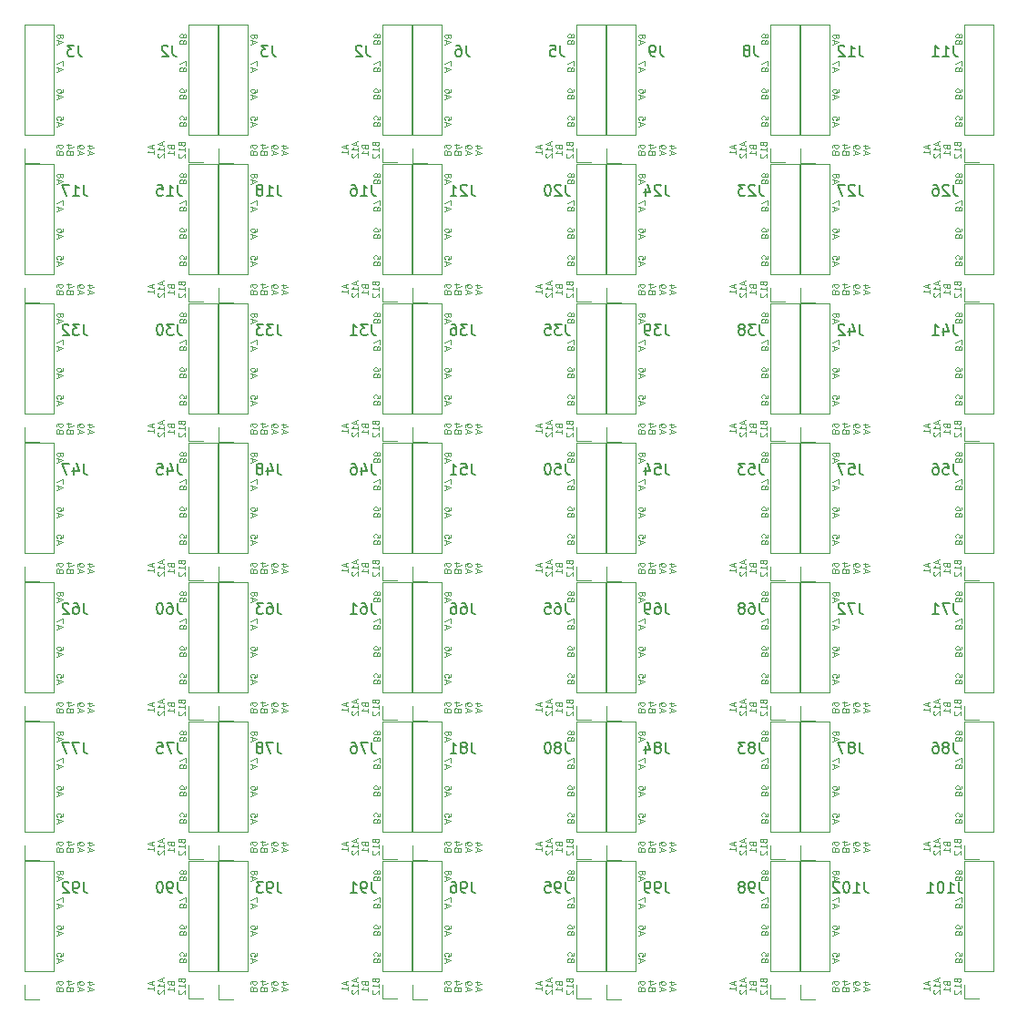
<source format=gbr>
%TF.GenerationSoftware,KiCad,Pcbnew,(6.0.7)*%
%TF.CreationDate,2022-11-03T07:54:49+08:00*%
%TF.ProjectId,panelization,70616e65-6c69-47a6-9174-696f6e2e6b69,rev?*%
%TF.SameCoordinates,Original*%
%TF.FileFunction,Legend,Bot*%
%TF.FilePolarity,Positive*%
%FSLAX46Y46*%
G04 Gerber Fmt 4.6, Leading zero omitted, Abs format (unit mm)*
G04 Created by KiCad (PCBNEW (6.0.7)) date 2022-11-03 07:54:49*
%MOMM*%
%LPD*%
G01*
G04 APERTURE LIST*
%ADD10C,0.080000*%
%ADD11C,0.150000*%
%ADD12C,0.120000*%
G04 APERTURE END LIST*
D10*
X108246857Y-124829857D02*
X108218285Y-124744142D01*
X108189714Y-124715571D01*
X108132571Y-124687000D01*
X108046857Y-124687000D01*
X107989714Y-124715571D01*
X107961142Y-124744142D01*
X107932571Y-124801285D01*
X107932571Y-125029857D01*
X108532571Y-125029857D01*
X108532571Y-124829857D01*
X108504000Y-124772714D01*
X108475428Y-124744142D01*
X108418285Y-124715571D01*
X108361142Y-124715571D01*
X108304000Y-124744142D01*
X108275428Y-124772714D01*
X108246857Y-124829857D01*
X108246857Y-125029857D01*
X108532571Y-124172714D02*
X108532571Y-124287000D01*
X108504000Y-124344142D01*
X108475428Y-124372714D01*
X108389714Y-124429857D01*
X108275428Y-124458428D01*
X108046857Y-124458428D01*
X107989714Y-124429857D01*
X107961142Y-124401285D01*
X107932571Y-124344142D01*
X107932571Y-124229857D01*
X107961142Y-124172714D01*
X107989714Y-124144142D01*
X108046857Y-124115571D01*
X108189714Y-124115571D01*
X108246857Y-124144142D01*
X108275428Y-124172714D01*
X108304000Y-124229857D01*
X108304000Y-124344142D01*
X108275428Y-124401285D01*
X108246857Y-124429857D01*
X108189714Y-124458428D01*
X96674000Y-127555571D02*
X96674000Y-127269857D01*
X96502571Y-127612714D02*
X97102571Y-127412714D01*
X96502571Y-127212714D01*
X97102571Y-126727000D02*
X97102571Y-127012714D01*
X96816857Y-127041285D01*
X96845428Y-127012714D01*
X96874000Y-126955571D01*
X96874000Y-126812714D01*
X96845428Y-126755571D01*
X96816857Y-126727000D01*
X96759714Y-126698428D01*
X96616857Y-126698428D01*
X96559714Y-126727000D01*
X96531142Y-126755571D01*
X96502571Y-126812714D01*
X96502571Y-126955571D01*
X96531142Y-127012714D01*
X96559714Y-127041285D01*
X150776000Y-75739571D02*
X150776000Y-75453857D01*
X150604571Y-75796714D02*
X151204571Y-75596714D01*
X150604571Y-75396714D01*
X151204571Y-74911000D02*
X151204571Y-75196714D01*
X150918857Y-75225285D01*
X150947428Y-75196714D01*
X150976000Y-75139571D01*
X150976000Y-74996714D01*
X150947428Y-74939571D01*
X150918857Y-74911000D01*
X150861714Y-74882428D01*
X150718857Y-74882428D01*
X150661714Y-74911000D01*
X150633142Y-74939571D01*
X150604571Y-74996714D01*
X150604571Y-75139571D01*
X150633142Y-75196714D01*
X150661714Y-75225285D01*
X117554000Y-117268571D02*
X117554000Y-116982857D01*
X117382571Y-117325714D02*
X117982571Y-117125714D01*
X117382571Y-116925714D01*
X117782571Y-116468571D02*
X117382571Y-116468571D01*
X118011142Y-116611428D02*
X117582571Y-116754285D01*
X117582571Y-116382857D01*
X116588000Y-117268571D02*
X116588000Y-116982857D01*
X116416571Y-117325714D02*
X117016571Y-117125714D01*
X116416571Y-116925714D01*
X116416571Y-116697142D02*
X116416571Y-116582857D01*
X116445142Y-116525714D01*
X116473714Y-116497142D01*
X116559428Y-116440000D01*
X116673714Y-116411428D01*
X116902285Y-116411428D01*
X116959428Y-116440000D01*
X116988000Y-116468571D01*
X117016571Y-116525714D01*
X117016571Y-116640000D01*
X116988000Y-116697142D01*
X116959428Y-116725714D01*
X116902285Y-116754285D01*
X116759428Y-116754285D01*
X116702285Y-116725714D01*
X116673714Y-116697142D01*
X116645142Y-116640000D01*
X116645142Y-116525714D01*
X116673714Y-116468571D01*
X116702285Y-116440000D01*
X116759428Y-116411428D01*
X115764857Y-117082857D02*
X115736285Y-116997142D01*
X115707714Y-116968571D01*
X115650571Y-116940000D01*
X115564857Y-116940000D01*
X115507714Y-116968571D01*
X115479142Y-116997142D01*
X115450571Y-117054285D01*
X115450571Y-117282857D01*
X116050571Y-117282857D01*
X116050571Y-117082857D01*
X116022000Y-117025714D01*
X115993428Y-116997142D01*
X115936285Y-116968571D01*
X115879142Y-116968571D01*
X115822000Y-116997142D01*
X115793428Y-117025714D01*
X115764857Y-117082857D01*
X115764857Y-117282857D01*
X115850571Y-116425714D02*
X115450571Y-116425714D01*
X116079142Y-116568571D02*
X115650571Y-116711428D01*
X115650571Y-116340000D01*
X114798857Y-117082857D02*
X114770285Y-116997142D01*
X114741714Y-116968571D01*
X114684571Y-116940000D01*
X114598857Y-116940000D01*
X114541714Y-116968571D01*
X114513142Y-116997142D01*
X114484571Y-117054285D01*
X114484571Y-117282857D01*
X115084571Y-117282857D01*
X115084571Y-117082857D01*
X115056000Y-117025714D01*
X115027428Y-116997142D01*
X114970285Y-116968571D01*
X114913142Y-116968571D01*
X114856000Y-116997142D01*
X114827428Y-117025714D01*
X114798857Y-117082857D01*
X114798857Y-117282857D01*
X114484571Y-116654285D02*
X114484571Y-116540000D01*
X114513142Y-116482857D01*
X114541714Y-116454285D01*
X114627428Y-116397142D01*
X114741714Y-116368571D01*
X114970285Y-116368571D01*
X115027428Y-116397142D01*
X115056000Y-116425714D01*
X115084571Y-116482857D01*
X115084571Y-116597142D01*
X115056000Y-116654285D01*
X115027428Y-116682857D01*
X114970285Y-116711428D01*
X114827428Y-116711428D01*
X114770285Y-116682857D01*
X114741714Y-116654285D01*
X114713142Y-116597142D01*
X114713142Y-116482857D01*
X114741714Y-116425714D01*
X114770285Y-116397142D01*
X114827428Y-116368571D01*
X150776000Y-122475571D02*
X150776000Y-122189857D01*
X150604571Y-122532714D02*
X151204571Y-122332714D01*
X150604571Y-122132714D01*
X151204571Y-121989857D02*
X151204571Y-121589857D01*
X150604571Y-121847000D01*
X180382857Y-54979857D02*
X180354285Y-54894142D01*
X180325714Y-54865571D01*
X180268571Y-54837000D01*
X180182857Y-54837000D01*
X180125714Y-54865571D01*
X180097142Y-54894142D01*
X180068571Y-54951285D01*
X180068571Y-55179857D01*
X180668571Y-55179857D01*
X180668571Y-54979857D01*
X180640000Y-54922714D01*
X180611428Y-54894142D01*
X180554285Y-54865571D01*
X180497142Y-54865571D01*
X180440000Y-54894142D01*
X180411428Y-54922714D01*
X180382857Y-54979857D01*
X180382857Y-55179857D01*
X180411428Y-54494142D02*
X180440000Y-54551285D01*
X180468571Y-54579857D01*
X180525714Y-54608428D01*
X180554285Y-54608428D01*
X180611428Y-54579857D01*
X180640000Y-54551285D01*
X180668571Y-54494142D01*
X180668571Y-54379857D01*
X180640000Y-54322714D01*
X180611428Y-54294142D01*
X180554285Y-54265571D01*
X180525714Y-54265571D01*
X180468571Y-54294142D01*
X180440000Y-54322714D01*
X180411428Y-54379857D01*
X180411428Y-54494142D01*
X180382857Y-54551285D01*
X180354285Y-54579857D01*
X180297142Y-54608428D01*
X180182857Y-54608428D01*
X180125714Y-54579857D01*
X180097142Y-54551285D01*
X180068571Y-54494142D01*
X180068571Y-54379857D01*
X180097142Y-54322714D01*
X180125714Y-54294142D01*
X180182857Y-54265571D01*
X180297142Y-54265571D01*
X180354285Y-54294142D01*
X180382857Y-54322714D01*
X180411428Y-54379857D01*
X180382857Y-70473857D02*
X180354285Y-70388142D01*
X180325714Y-70359571D01*
X180268571Y-70331000D01*
X180182857Y-70331000D01*
X180125714Y-70359571D01*
X180097142Y-70388142D01*
X180068571Y-70445285D01*
X180068571Y-70673857D01*
X180668571Y-70673857D01*
X180668571Y-70473857D01*
X180640000Y-70416714D01*
X180611428Y-70388142D01*
X180554285Y-70359571D01*
X180497142Y-70359571D01*
X180440000Y-70388142D01*
X180411428Y-70416714D01*
X180382857Y-70473857D01*
X180382857Y-70673857D01*
X180668571Y-70131000D02*
X180668571Y-69731000D01*
X180068571Y-69988142D01*
X150776000Y-99107571D02*
X150776000Y-98821857D01*
X150604571Y-99164714D02*
X151204571Y-98964714D01*
X150604571Y-98764714D01*
X151204571Y-98307571D02*
X151204571Y-98421857D01*
X151176000Y-98479000D01*
X151147428Y-98507571D01*
X151061714Y-98564714D01*
X150947428Y-98593285D01*
X150718857Y-98593285D01*
X150661714Y-98564714D01*
X150633142Y-98536142D01*
X150604571Y-98479000D01*
X150604571Y-98364714D01*
X150633142Y-98307571D01*
X150661714Y-98279000D01*
X150718857Y-98250428D01*
X150861714Y-98250428D01*
X150918857Y-98279000D01*
X150947428Y-98307571D01*
X150976000Y-98364714D01*
X150976000Y-98479000D01*
X150947428Y-98536142D01*
X150918857Y-98564714D01*
X150861714Y-98593285D01*
X126280857Y-96381857D02*
X126252285Y-96296142D01*
X126223714Y-96267571D01*
X126166571Y-96239000D01*
X126080857Y-96239000D01*
X126023714Y-96267571D01*
X125995142Y-96296142D01*
X125966571Y-96353285D01*
X125966571Y-96581857D01*
X126566571Y-96581857D01*
X126566571Y-96381857D01*
X126538000Y-96324714D01*
X126509428Y-96296142D01*
X126452285Y-96267571D01*
X126395142Y-96267571D01*
X126338000Y-96296142D01*
X126309428Y-96324714D01*
X126280857Y-96381857D01*
X126280857Y-96581857D01*
X126566571Y-96039000D02*
X126566571Y-95639000D01*
X125966571Y-95896142D01*
X168810000Y-60245571D02*
X168810000Y-59959857D01*
X168638571Y-60302714D02*
X169238571Y-60102714D01*
X168638571Y-59902714D01*
X169238571Y-59445571D02*
X169238571Y-59559857D01*
X169210000Y-59617000D01*
X169181428Y-59645571D01*
X169095714Y-59702714D01*
X168981428Y-59731285D01*
X168752857Y-59731285D01*
X168695714Y-59702714D01*
X168667142Y-59674142D01*
X168638571Y-59617000D01*
X168638571Y-59502714D01*
X168667142Y-59445571D01*
X168695714Y-59417000D01*
X168752857Y-59388428D01*
X168895714Y-59388428D01*
X168952857Y-59417000D01*
X168981428Y-59445571D01*
X169010000Y-59502714D01*
X169010000Y-59617000D01*
X168981428Y-59674142D01*
X168952857Y-59702714D01*
X168895714Y-59731285D01*
X168810000Y-68119571D02*
X168810000Y-67833857D01*
X168638571Y-68176714D02*
X169238571Y-67976714D01*
X168638571Y-67776714D01*
X168981428Y-67491000D02*
X169010000Y-67548142D01*
X169038571Y-67576714D01*
X169095714Y-67605285D01*
X169124285Y-67605285D01*
X169181428Y-67576714D01*
X169210000Y-67548142D01*
X169238571Y-67491000D01*
X169238571Y-67376714D01*
X169210000Y-67319571D01*
X169181428Y-67291000D01*
X169124285Y-67262428D01*
X169095714Y-67262428D01*
X169038571Y-67291000D01*
X169010000Y-67319571D01*
X168981428Y-67376714D01*
X168981428Y-67491000D01*
X168952857Y-67548142D01*
X168924285Y-67576714D01*
X168867142Y-67605285D01*
X168752857Y-67605285D01*
X168695714Y-67576714D01*
X168667142Y-67548142D01*
X168638571Y-67491000D01*
X168638571Y-67376714D01*
X168667142Y-67319571D01*
X168695714Y-67291000D01*
X168752857Y-67262428D01*
X168867142Y-67262428D01*
X168924285Y-67291000D01*
X168952857Y-67319571D01*
X168981428Y-67376714D01*
X162348857Y-54979857D02*
X162320285Y-54894142D01*
X162291714Y-54865571D01*
X162234571Y-54837000D01*
X162148857Y-54837000D01*
X162091714Y-54865571D01*
X162063142Y-54894142D01*
X162034571Y-54951285D01*
X162034571Y-55179857D01*
X162634571Y-55179857D01*
X162634571Y-54979857D01*
X162606000Y-54922714D01*
X162577428Y-54894142D01*
X162520285Y-54865571D01*
X162463142Y-54865571D01*
X162406000Y-54894142D01*
X162377428Y-54922714D01*
X162348857Y-54979857D01*
X162348857Y-55179857D01*
X162377428Y-54494142D02*
X162406000Y-54551285D01*
X162434571Y-54579857D01*
X162491714Y-54608428D01*
X162520285Y-54608428D01*
X162577428Y-54579857D01*
X162606000Y-54551285D01*
X162634571Y-54494142D01*
X162634571Y-54379857D01*
X162606000Y-54322714D01*
X162577428Y-54294142D01*
X162520285Y-54265571D01*
X162491714Y-54265571D01*
X162434571Y-54294142D01*
X162406000Y-54322714D01*
X162377428Y-54379857D01*
X162377428Y-54494142D01*
X162348857Y-54551285D01*
X162320285Y-54579857D01*
X162263142Y-54608428D01*
X162148857Y-54608428D01*
X162091714Y-54579857D01*
X162063142Y-54551285D01*
X162034571Y-54494142D01*
X162034571Y-54379857D01*
X162063142Y-54322714D01*
X162091714Y-54294142D01*
X162148857Y-54265571D01*
X162263142Y-54265571D01*
X162320285Y-54294142D01*
X162348857Y-54322714D01*
X162377428Y-54379857D01*
X168810000Y-86153571D02*
X168810000Y-85867857D01*
X168638571Y-86210714D02*
X169238571Y-86010714D01*
X168638571Y-85810714D01*
X169238571Y-85353571D02*
X169238571Y-85467857D01*
X169210000Y-85525000D01*
X169181428Y-85553571D01*
X169095714Y-85610714D01*
X168981428Y-85639285D01*
X168752857Y-85639285D01*
X168695714Y-85610714D01*
X168667142Y-85582142D01*
X168638571Y-85525000D01*
X168638571Y-85410714D01*
X168667142Y-85353571D01*
X168695714Y-85325000D01*
X168752857Y-85296428D01*
X168895714Y-85296428D01*
X168952857Y-85325000D01*
X168981428Y-85353571D01*
X169010000Y-85410714D01*
X169010000Y-85525000D01*
X168981428Y-85582142D01*
X168952857Y-85610714D01*
X168895714Y-85639285D01*
X180382857Y-73013857D02*
X180354285Y-72928142D01*
X180325714Y-72899571D01*
X180268571Y-72871000D01*
X180182857Y-72871000D01*
X180125714Y-72899571D01*
X180097142Y-72928142D01*
X180068571Y-72985285D01*
X180068571Y-73213857D01*
X180668571Y-73213857D01*
X180668571Y-73013857D01*
X180640000Y-72956714D01*
X180611428Y-72928142D01*
X180554285Y-72899571D01*
X180497142Y-72899571D01*
X180440000Y-72928142D01*
X180411428Y-72956714D01*
X180382857Y-73013857D01*
X180382857Y-73213857D01*
X180668571Y-72356714D02*
X180668571Y-72471000D01*
X180640000Y-72528142D01*
X180611428Y-72556714D01*
X180525714Y-72613857D01*
X180411428Y-72642428D01*
X180182857Y-72642428D01*
X180125714Y-72613857D01*
X180097142Y-72585285D01*
X180068571Y-72528142D01*
X180068571Y-72413857D01*
X180097142Y-72356714D01*
X180125714Y-72328142D01*
X180182857Y-72299571D01*
X180325714Y-72299571D01*
X180382857Y-72328142D01*
X180411428Y-72356714D01*
X180440000Y-72413857D01*
X180440000Y-72528142D01*
X180411428Y-72585285D01*
X180382857Y-72613857D01*
X180325714Y-72642428D01*
X117554000Y-91360571D02*
X117554000Y-91074857D01*
X117382571Y-91417714D02*
X117982571Y-91217714D01*
X117382571Y-91017714D01*
X117782571Y-90560571D02*
X117382571Y-90560571D01*
X118011142Y-90703428D02*
X117582571Y-90846285D01*
X117582571Y-90474857D01*
X116588000Y-91360571D02*
X116588000Y-91074857D01*
X116416571Y-91417714D02*
X117016571Y-91217714D01*
X116416571Y-91017714D01*
X116416571Y-90789142D02*
X116416571Y-90674857D01*
X116445142Y-90617714D01*
X116473714Y-90589142D01*
X116559428Y-90532000D01*
X116673714Y-90503428D01*
X116902285Y-90503428D01*
X116959428Y-90532000D01*
X116988000Y-90560571D01*
X117016571Y-90617714D01*
X117016571Y-90732000D01*
X116988000Y-90789142D01*
X116959428Y-90817714D01*
X116902285Y-90846285D01*
X116759428Y-90846285D01*
X116702285Y-90817714D01*
X116673714Y-90789142D01*
X116645142Y-90732000D01*
X116645142Y-90617714D01*
X116673714Y-90560571D01*
X116702285Y-90532000D01*
X116759428Y-90503428D01*
X115764857Y-91174857D02*
X115736285Y-91089142D01*
X115707714Y-91060571D01*
X115650571Y-91032000D01*
X115564857Y-91032000D01*
X115507714Y-91060571D01*
X115479142Y-91089142D01*
X115450571Y-91146285D01*
X115450571Y-91374857D01*
X116050571Y-91374857D01*
X116050571Y-91174857D01*
X116022000Y-91117714D01*
X115993428Y-91089142D01*
X115936285Y-91060571D01*
X115879142Y-91060571D01*
X115822000Y-91089142D01*
X115793428Y-91117714D01*
X115764857Y-91174857D01*
X115764857Y-91374857D01*
X115850571Y-90517714D02*
X115450571Y-90517714D01*
X116079142Y-90660571D02*
X115650571Y-90803428D01*
X115650571Y-90432000D01*
X114798857Y-91174857D02*
X114770285Y-91089142D01*
X114741714Y-91060571D01*
X114684571Y-91032000D01*
X114598857Y-91032000D01*
X114541714Y-91060571D01*
X114513142Y-91089142D01*
X114484571Y-91146285D01*
X114484571Y-91374857D01*
X115084571Y-91374857D01*
X115084571Y-91174857D01*
X115056000Y-91117714D01*
X115027428Y-91089142D01*
X114970285Y-91060571D01*
X114913142Y-91060571D01*
X114856000Y-91089142D01*
X114827428Y-91117714D01*
X114798857Y-91174857D01*
X114798857Y-91374857D01*
X114484571Y-90746285D02*
X114484571Y-90632000D01*
X114513142Y-90574857D01*
X114541714Y-90546285D01*
X114627428Y-90489142D01*
X114741714Y-90460571D01*
X114970285Y-90460571D01*
X115027428Y-90489142D01*
X115056000Y-90517714D01*
X115084571Y-90574857D01*
X115084571Y-90689142D01*
X115056000Y-90746285D01*
X115027428Y-90774857D01*
X114970285Y-90803428D01*
X114827428Y-90803428D01*
X114770285Y-90774857D01*
X114741714Y-90746285D01*
X114713142Y-90689142D01*
X114713142Y-90574857D01*
X114741714Y-90517714D01*
X114770285Y-90489142D01*
X114827428Y-90460571D01*
X150776000Y-55165571D02*
X150776000Y-54879857D01*
X150604571Y-55222714D02*
X151204571Y-55022714D01*
X150604571Y-54822714D01*
X150947428Y-54537000D02*
X150976000Y-54594142D01*
X151004571Y-54622714D01*
X151061714Y-54651285D01*
X151090285Y-54651285D01*
X151147428Y-54622714D01*
X151176000Y-54594142D01*
X151204571Y-54537000D01*
X151204571Y-54422714D01*
X151176000Y-54365571D01*
X151147428Y-54337000D01*
X151090285Y-54308428D01*
X151061714Y-54308428D01*
X151004571Y-54337000D01*
X150976000Y-54365571D01*
X150947428Y-54422714D01*
X150947428Y-54537000D01*
X150918857Y-54594142D01*
X150890285Y-54622714D01*
X150833142Y-54651285D01*
X150718857Y-54651285D01*
X150661714Y-54622714D01*
X150633142Y-54594142D01*
X150604571Y-54537000D01*
X150604571Y-54422714D01*
X150633142Y-54365571D01*
X150661714Y-54337000D01*
X150718857Y-54308428D01*
X150833142Y-54308428D01*
X150890285Y-54337000D01*
X150918857Y-54365571D01*
X150947428Y-54422714D01*
X150776000Y-101647571D02*
X150776000Y-101361857D01*
X150604571Y-101704714D02*
X151204571Y-101504714D01*
X150604571Y-101304714D01*
X151204571Y-100819000D02*
X151204571Y-101104714D01*
X150918857Y-101133285D01*
X150947428Y-101104714D01*
X150976000Y-101047571D01*
X150976000Y-100904714D01*
X150947428Y-100847571D01*
X150918857Y-100819000D01*
X150861714Y-100790428D01*
X150718857Y-100790428D01*
X150661714Y-100819000D01*
X150633142Y-100847571D01*
X150604571Y-100904714D01*
X150604571Y-101047571D01*
X150633142Y-101104714D01*
X150661714Y-101133285D01*
X144314857Y-140323857D02*
X144286285Y-140238142D01*
X144257714Y-140209571D01*
X144200571Y-140181000D01*
X144114857Y-140181000D01*
X144057714Y-140209571D01*
X144029142Y-140238142D01*
X144000571Y-140295285D01*
X144000571Y-140523857D01*
X144600571Y-140523857D01*
X144600571Y-140323857D01*
X144572000Y-140266714D01*
X144543428Y-140238142D01*
X144486285Y-140209571D01*
X144429142Y-140209571D01*
X144372000Y-140238142D01*
X144343428Y-140266714D01*
X144314857Y-140323857D01*
X144314857Y-140523857D01*
X144600571Y-139638142D02*
X144600571Y-139923857D01*
X144314857Y-139952428D01*
X144343428Y-139923857D01*
X144372000Y-139866714D01*
X144372000Y-139723857D01*
X144343428Y-139666714D01*
X144314857Y-139638142D01*
X144257714Y-139609571D01*
X144114857Y-139609571D01*
X144057714Y-139638142D01*
X144029142Y-139666714D01*
X144000571Y-139723857D01*
X144000571Y-139866714D01*
X144029142Y-139923857D01*
X144057714Y-139952428D01*
X159433000Y-116411428D02*
X159433000Y-116697142D01*
X159604428Y-116354285D02*
X159004428Y-116554285D01*
X159604428Y-116754285D01*
X159604428Y-117268571D02*
X159604428Y-116925714D01*
X159604428Y-117097142D02*
X159004428Y-117097142D01*
X159090142Y-117040000D01*
X159147285Y-116982857D01*
X159175857Y-116925714D01*
X160399000Y-116125714D02*
X160399000Y-116411428D01*
X160570428Y-116068571D02*
X159970428Y-116268571D01*
X160570428Y-116468571D01*
X160570428Y-116982857D02*
X160570428Y-116640000D01*
X160570428Y-116811428D02*
X159970428Y-116811428D01*
X160056142Y-116754285D01*
X160113285Y-116697142D01*
X160141857Y-116640000D01*
X160027571Y-117211428D02*
X159999000Y-117240000D01*
X159970428Y-117297142D01*
X159970428Y-117440000D01*
X159999000Y-117497142D01*
X160027571Y-117525714D01*
X160084714Y-117554285D01*
X160141857Y-117554285D01*
X160227571Y-117525714D01*
X160570428Y-117182857D01*
X160570428Y-117554285D01*
X161222142Y-116597142D02*
X161250714Y-116682857D01*
X161279285Y-116711428D01*
X161336428Y-116740000D01*
X161422142Y-116740000D01*
X161479285Y-116711428D01*
X161507857Y-116682857D01*
X161536428Y-116625714D01*
X161536428Y-116397142D01*
X160936428Y-116397142D01*
X160936428Y-116597142D01*
X160965000Y-116654285D01*
X160993571Y-116682857D01*
X161050714Y-116711428D01*
X161107857Y-116711428D01*
X161165000Y-116682857D01*
X161193571Y-116654285D01*
X161222142Y-116597142D01*
X161222142Y-116397142D01*
X161536428Y-117311428D02*
X161536428Y-116968571D01*
X161536428Y-117140000D02*
X160936428Y-117140000D01*
X161022142Y-117082857D01*
X161079285Y-117025714D01*
X161107857Y-116968571D01*
X162188142Y-116311428D02*
X162216714Y-116397142D01*
X162245285Y-116425714D01*
X162302428Y-116454285D01*
X162388142Y-116454285D01*
X162445285Y-116425714D01*
X162473857Y-116397142D01*
X162502428Y-116340000D01*
X162502428Y-116111428D01*
X161902428Y-116111428D01*
X161902428Y-116311428D01*
X161931000Y-116368571D01*
X161959571Y-116397142D01*
X162016714Y-116425714D01*
X162073857Y-116425714D01*
X162131000Y-116397142D01*
X162159571Y-116368571D01*
X162188142Y-116311428D01*
X162188142Y-116111428D01*
X162502428Y-117025714D02*
X162502428Y-116682857D01*
X162502428Y-116854285D02*
X161902428Y-116854285D01*
X161988142Y-116797142D01*
X162045285Y-116740000D01*
X162073857Y-116682857D01*
X161959571Y-117254285D02*
X161931000Y-117282857D01*
X161902428Y-117340000D01*
X161902428Y-117482857D01*
X161931000Y-117540000D01*
X161959571Y-117568571D01*
X162016714Y-117597142D01*
X162073857Y-117597142D01*
X162159571Y-117568571D01*
X162502428Y-117225714D01*
X162502428Y-117597142D01*
X132742000Y-81073571D02*
X132742000Y-80787857D01*
X132570571Y-81130714D02*
X133170571Y-80930714D01*
X132570571Y-80730714D01*
X132913428Y-80445000D02*
X132942000Y-80502142D01*
X132970571Y-80530714D01*
X133027714Y-80559285D01*
X133056285Y-80559285D01*
X133113428Y-80530714D01*
X133142000Y-80502142D01*
X133170571Y-80445000D01*
X133170571Y-80330714D01*
X133142000Y-80273571D01*
X133113428Y-80245000D01*
X133056285Y-80216428D01*
X133027714Y-80216428D01*
X132970571Y-80245000D01*
X132942000Y-80273571D01*
X132913428Y-80330714D01*
X132913428Y-80445000D01*
X132884857Y-80502142D01*
X132856285Y-80530714D01*
X132799142Y-80559285D01*
X132684857Y-80559285D01*
X132627714Y-80530714D01*
X132599142Y-80502142D01*
X132570571Y-80445000D01*
X132570571Y-80330714D01*
X132599142Y-80273571D01*
X132627714Y-80245000D01*
X132684857Y-80216428D01*
X132799142Y-80216428D01*
X132856285Y-80245000D01*
X132884857Y-80273571D01*
X132913428Y-80330714D01*
X108246857Y-122289857D02*
X108218285Y-122204142D01*
X108189714Y-122175571D01*
X108132571Y-122147000D01*
X108046857Y-122147000D01*
X107989714Y-122175571D01*
X107961142Y-122204142D01*
X107932571Y-122261285D01*
X107932571Y-122489857D01*
X108532571Y-122489857D01*
X108532571Y-122289857D01*
X108504000Y-122232714D01*
X108475428Y-122204142D01*
X108418285Y-122175571D01*
X108361142Y-122175571D01*
X108304000Y-122204142D01*
X108275428Y-122232714D01*
X108246857Y-122289857D01*
X108246857Y-122489857D01*
X108532571Y-121947000D02*
X108532571Y-121547000D01*
X107932571Y-121804142D01*
X123365000Y-103457428D02*
X123365000Y-103743142D01*
X123536428Y-103400285D02*
X122936428Y-103600285D01*
X123536428Y-103800285D01*
X123536428Y-104314571D02*
X123536428Y-103971714D01*
X123536428Y-104143142D02*
X122936428Y-104143142D01*
X123022142Y-104086000D01*
X123079285Y-104028857D01*
X123107857Y-103971714D01*
X124331000Y-103171714D02*
X124331000Y-103457428D01*
X124502428Y-103114571D02*
X123902428Y-103314571D01*
X124502428Y-103514571D01*
X124502428Y-104028857D02*
X124502428Y-103686000D01*
X124502428Y-103857428D02*
X123902428Y-103857428D01*
X123988142Y-103800285D01*
X124045285Y-103743142D01*
X124073857Y-103686000D01*
X123959571Y-104257428D02*
X123931000Y-104286000D01*
X123902428Y-104343142D01*
X123902428Y-104486000D01*
X123931000Y-104543142D01*
X123959571Y-104571714D01*
X124016714Y-104600285D01*
X124073857Y-104600285D01*
X124159571Y-104571714D01*
X124502428Y-104228857D01*
X124502428Y-104600285D01*
X125154142Y-103643142D02*
X125182714Y-103728857D01*
X125211285Y-103757428D01*
X125268428Y-103786000D01*
X125354142Y-103786000D01*
X125411285Y-103757428D01*
X125439857Y-103728857D01*
X125468428Y-103671714D01*
X125468428Y-103443142D01*
X124868428Y-103443142D01*
X124868428Y-103643142D01*
X124897000Y-103700285D01*
X124925571Y-103728857D01*
X124982714Y-103757428D01*
X125039857Y-103757428D01*
X125097000Y-103728857D01*
X125125571Y-103700285D01*
X125154142Y-103643142D01*
X125154142Y-103443142D01*
X125468428Y-104357428D02*
X125468428Y-104014571D01*
X125468428Y-104186000D02*
X124868428Y-104186000D01*
X124954142Y-104128857D01*
X125011285Y-104071714D01*
X125039857Y-104014571D01*
X126120142Y-103357428D02*
X126148714Y-103443142D01*
X126177285Y-103471714D01*
X126234428Y-103500285D01*
X126320142Y-103500285D01*
X126377285Y-103471714D01*
X126405857Y-103443142D01*
X126434428Y-103386000D01*
X126434428Y-103157428D01*
X125834428Y-103157428D01*
X125834428Y-103357428D01*
X125863000Y-103414571D01*
X125891571Y-103443142D01*
X125948714Y-103471714D01*
X126005857Y-103471714D01*
X126063000Y-103443142D01*
X126091571Y-103414571D01*
X126120142Y-103357428D01*
X126120142Y-103157428D01*
X126434428Y-104071714D02*
X126434428Y-103728857D01*
X126434428Y-103900285D02*
X125834428Y-103900285D01*
X125920142Y-103843142D01*
X125977285Y-103786000D01*
X126005857Y-103728857D01*
X125891571Y-104300285D02*
X125863000Y-104328857D01*
X125834428Y-104386000D01*
X125834428Y-104528857D01*
X125863000Y-104586000D01*
X125891571Y-104614571D01*
X125948714Y-104643142D01*
X126005857Y-104643142D01*
X126091571Y-104614571D01*
X126434428Y-104271714D01*
X126434428Y-104643142D01*
X177467000Y-103457428D02*
X177467000Y-103743142D01*
X177638428Y-103400285D02*
X177038428Y-103600285D01*
X177638428Y-103800285D01*
X177638428Y-104314571D02*
X177638428Y-103971714D01*
X177638428Y-104143142D02*
X177038428Y-104143142D01*
X177124142Y-104086000D01*
X177181285Y-104028857D01*
X177209857Y-103971714D01*
X178433000Y-103171714D02*
X178433000Y-103457428D01*
X178604428Y-103114571D02*
X178004428Y-103314571D01*
X178604428Y-103514571D01*
X178604428Y-104028857D02*
X178604428Y-103686000D01*
X178604428Y-103857428D02*
X178004428Y-103857428D01*
X178090142Y-103800285D01*
X178147285Y-103743142D01*
X178175857Y-103686000D01*
X178061571Y-104257428D02*
X178033000Y-104286000D01*
X178004428Y-104343142D01*
X178004428Y-104486000D01*
X178033000Y-104543142D01*
X178061571Y-104571714D01*
X178118714Y-104600285D01*
X178175857Y-104600285D01*
X178261571Y-104571714D01*
X178604428Y-104228857D01*
X178604428Y-104600285D01*
X179256142Y-103643142D02*
X179284714Y-103728857D01*
X179313285Y-103757428D01*
X179370428Y-103786000D01*
X179456142Y-103786000D01*
X179513285Y-103757428D01*
X179541857Y-103728857D01*
X179570428Y-103671714D01*
X179570428Y-103443142D01*
X178970428Y-103443142D01*
X178970428Y-103643142D01*
X178999000Y-103700285D01*
X179027571Y-103728857D01*
X179084714Y-103757428D01*
X179141857Y-103757428D01*
X179199000Y-103728857D01*
X179227571Y-103700285D01*
X179256142Y-103643142D01*
X179256142Y-103443142D01*
X179570428Y-104357428D02*
X179570428Y-104014571D01*
X179570428Y-104186000D02*
X178970428Y-104186000D01*
X179056142Y-104128857D01*
X179113285Y-104071714D01*
X179141857Y-104014571D01*
X180222142Y-103357428D02*
X180250714Y-103443142D01*
X180279285Y-103471714D01*
X180336428Y-103500285D01*
X180422142Y-103500285D01*
X180479285Y-103471714D01*
X180507857Y-103443142D01*
X180536428Y-103386000D01*
X180536428Y-103157428D01*
X179936428Y-103157428D01*
X179936428Y-103357428D01*
X179965000Y-103414571D01*
X179993571Y-103443142D01*
X180050714Y-103471714D01*
X180107857Y-103471714D01*
X180165000Y-103443142D01*
X180193571Y-103414571D01*
X180222142Y-103357428D01*
X180222142Y-103157428D01*
X180536428Y-104071714D02*
X180536428Y-103728857D01*
X180536428Y-103900285D02*
X179936428Y-103900285D01*
X180022142Y-103843142D01*
X180079285Y-103786000D01*
X180107857Y-103728857D01*
X179993571Y-104300285D02*
X179965000Y-104328857D01*
X179936428Y-104386000D01*
X179936428Y-104528857D01*
X179965000Y-104586000D01*
X179993571Y-104614571D01*
X180050714Y-104643142D01*
X180107857Y-104643142D01*
X180193571Y-104614571D01*
X180536428Y-104271714D01*
X180536428Y-104643142D01*
X96674000Y-125015571D02*
X96674000Y-124729857D01*
X96502571Y-125072714D02*
X97102571Y-124872714D01*
X96502571Y-124672714D01*
X97102571Y-124215571D02*
X97102571Y-124329857D01*
X97074000Y-124387000D01*
X97045428Y-124415571D01*
X96959714Y-124472714D01*
X96845428Y-124501285D01*
X96616857Y-124501285D01*
X96559714Y-124472714D01*
X96531142Y-124444142D01*
X96502571Y-124387000D01*
X96502571Y-124272714D01*
X96531142Y-124215571D01*
X96559714Y-124187000D01*
X96616857Y-124158428D01*
X96759714Y-124158428D01*
X96816857Y-124187000D01*
X96845428Y-124215571D01*
X96874000Y-124272714D01*
X96874000Y-124387000D01*
X96845428Y-124444142D01*
X96816857Y-124472714D01*
X96759714Y-124501285D01*
X162348857Y-122289857D02*
X162320285Y-122204142D01*
X162291714Y-122175571D01*
X162234571Y-122147000D01*
X162148857Y-122147000D01*
X162091714Y-122175571D01*
X162063142Y-122204142D01*
X162034571Y-122261285D01*
X162034571Y-122489857D01*
X162634571Y-122489857D01*
X162634571Y-122289857D01*
X162606000Y-122232714D01*
X162577428Y-122204142D01*
X162520285Y-122175571D01*
X162463142Y-122175571D01*
X162406000Y-122204142D01*
X162377428Y-122232714D01*
X162348857Y-122289857D01*
X162348857Y-122489857D01*
X162634571Y-121947000D02*
X162634571Y-121547000D01*
X162034571Y-121804142D01*
X126280857Y-93841857D02*
X126252285Y-93756142D01*
X126223714Y-93727571D01*
X126166571Y-93699000D01*
X126080857Y-93699000D01*
X126023714Y-93727571D01*
X125995142Y-93756142D01*
X125966571Y-93813285D01*
X125966571Y-94041857D01*
X126566571Y-94041857D01*
X126566571Y-93841857D01*
X126538000Y-93784714D01*
X126509428Y-93756142D01*
X126452285Y-93727571D01*
X126395142Y-93727571D01*
X126338000Y-93756142D01*
X126309428Y-93784714D01*
X126280857Y-93841857D01*
X126280857Y-94041857D01*
X126309428Y-93356142D02*
X126338000Y-93413285D01*
X126366571Y-93441857D01*
X126423714Y-93470428D01*
X126452285Y-93470428D01*
X126509428Y-93441857D01*
X126538000Y-93413285D01*
X126566571Y-93356142D01*
X126566571Y-93241857D01*
X126538000Y-93184714D01*
X126509428Y-93156142D01*
X126452285Y-93127571D01*
X126423714Y-93127571D01*
X126366571Y-93156142D01*
X126338000Y-93184714D01*
X126309428Y-93241857D01*
X126309428Y-93356142D01*
X126280857Y-93413285D01*
X126252285Y-93441857D01*
X126195142Y-93470428D01*
X126080857Y-93470428D01*
X126023714Y-93441857D01*
X125995142Y-93413285D01*
X125966571Y-93356142D01*
X125966571Y-93241857D01*
X125995142Y-93184714D01*
X126023714Y-93156142D01*
X126080857Y-93127571D01*
X126195142Y-93127571D01*
X126252285Y-93156142D01*
X126280857Y-93184714D01*
X126309428Y-93241857D01*
X159433000Y-77549428D02*
X159433000Y-77835142D01*
X159604428Y-77492285D02*
X159004428Y-77692285D01*
X159604428Y-77892285D01*
X159604428Y-78406571D02*
X159604428Y-78063714D01*
X159604428Y-78235142D02*
X159004428Y-78235142D01*
X159090142Y-78178000D01*
X159147285Y-78120857D01*
X159175857Y-78063714D01*
X160399000Y-77263714D02*
X160399000Y-77549428D01*
X160570428Y-77206571D02*
X159970428Y-77406571D01*
X160570428Y-77606571D01*
X160570428Y-78120857D02*
X160570428Y-77778000D01*
X160570428Y-77949428D02*
X159970428Y-77949428D01*
X160056142Y-77892285D01*
X160113285Y-77835142D01*
X160141857Y-77778000D01*
X160027571Y-78349428D02*
X159999000Y-78378000D01*
X159970428Y-78435142D01*
X159970428Y-78578000D01*
X159999000Y-78635142D01*
X160027571Y-78663714D01*
X160084714Y-78692285D01*
X160141857Y-78692285D01*
X160227571Y-78663714D01*
X160570428Y-78320857D01*
X160570428Y-78692285D01*
X161222142Y-77735142D02*
X161250714Y-77820857D01*
X161279285Y-77849428D01*
X161336428Y-77878000D01*
X161422142Y-77878000D01*
X161479285Y-77849428D01*
X161507857Y-77820857D01*
X161536428Y-77763714D01*
X161536428Y-77535142D01*
X160936428Y-77535142D01*
X160936428Y-77735142D01*
X160965000Y-77792285D01*
X160993571Y-77820857D01*
X161050714Y-77849428D01*
X161107857Y-77849428D01*
X161165000Y-77820857D01*
X161193571Y-77792285D01*
X161222142Y-77735142D01*
X161222142Y-77535142D01*
X161536428Y-78449428D02*
X161536428Y-78106571D01*
X161536428Y-78278000D02*
X160936428Y-78278000D01*
X161022142Y-78220857D01*
X161079285Y-78163714D01*
X161107857Y-78106571D01*
X162188142Y-77449428D02*
X162216714Y-77535142D01*
X162245285Y-77563714D01*
X162302428Y-77592285D01*
X162388142Y-77592285D01*
X162445285Y-77563714D01*
X162473857Y-77535142D01*
X162502428Y-77478000D01*
X162502428Y-77249428D01*
X161902428Y-77249428D01*
X161902428Y-77449428D01*
X161931000Y-77506571D01*
X161959571Y-77535142D01*
X162016714Y-77563714D01*
X162073857Y-77563714D01*
X162131000Y-77535142D01*
X162159571Y-77506571D01*
X162188142Y-77449428D01*
X162188142Y-77249428D01*
X162502428Y-78163714D02*
X162502428Y-77820857D01*
X162502428Y-77992285D02*
X161902428Y-77992285D01*
X161988142Y-77935142D01*
X162045285Y-77878000D01*
X162073857Y-77820857D01*
X161959571Y-78392285D02*
X161931000Y-78420857D01*
X161902428Y-78478000D01*
X161902428Y-78620857D01*
X161931000Y-78678000D01*
X161959571Y-78706571D01*
X162016714Y-78735142D01*
X162073857Y-78735142D01*
X162159571Y-78706571D01*
X162502428Y-78363714D01*
X162502428Y-78735142D01*
X99520000Y-104314571D02*
X99520000Y-104028857D01*
X99348571Y-104371714D02*
X99948571Y-104171714D01*
X99348571Y-103971714D01*
X99748571Y-103514571D02*
X99348571Y-103514571D01*
X99977142Y-103657428D02*
X99548571Y-103800285D01*
X99548571Y-103428857D01*
X98554000Y-104314571D02*
X98554000Y-104028857D01*
X98382571Y-104371714D02*
X98982571Y-104171714D01*
X98382571Y-103971714D01*
X98382571Y-103743142D02*
X98382571Y-103628857D01*
X98411142Y-103571714D01*
X98439714Y-103543142D01*
X98525428Y-103486000D01*
X98639714Y-103457428D01*
X98868285Y-103457428D01*
X98925428Y-103486000D01*
X98954000Y-103514571D01*
X98982571Y-103571714D01*
X98982571Y-103686000D01*
X98954000Y-103743142D01*
X98925428Y-103771714D01*
X98868285Y-103800285D01*
X98725428Y-103800285D01*
X98668285Y-103771714D01*
X98639714Y-103743142D01*
X98611142Y-103686000D01*
X98611142Y-103571714D01*
X98639714Y-103514571D01*
X98668285Y-103486000D01*
X98725428Y-103457428D01*
X97730857Y-104128857D02*
X97702285Y-104043142D01*
X97673714Y-104014571D01*
X97616571Y-103986000D01*
X97530857Y-103986000D01*
X97473714Y-104014571D01*
X97445142Y-104043142D01*
X97416571Y-104100285D01*
X97416571Y-104328857D01*
X98016571Y-104328857D01*
X98016571Y-104128857D01*
X97988000Y-104071714D01*
X97959428Y-104043142D01*
X97902285Y-104014571D01*
X97845142Y-104014571D01*
X97788000Y-104043142D01*
X97759428Y-104071714D01*
X97730857Y-104128857D01*
X97730857Y-104328857D01*
X97816571Y-103471714D02*
X97416571Y-103471714D01*
X98045142Y-103614571D02*
X97616571Y-103757428D01*
X97616571Y-103386000D01*
X96764857Y-104128857D02*
X96736285Y-104043142D01*
X96707714Y-104014571D01*
X96650571Y-103986000D01*
X96564857Y-103986000D01*
X96507714Y-104014571D01*
X96479142Y-104043142D01*
X96450571Y-104100285D01*
X96450571Y-104328857D01*
X97050571Y-104328857D01*
X97050571Y-104128857D01*
X97022000Y-104071714D01*
X96993428Y-104043142D01*
X96936285Y-104014571D01*
X96879142Y-104014571D01*
X96822000Y-104043142D01*
X96793428Y-104071714D01*
X96764857Y-104128857D01*
X96764857Y-104328857D01*
X96450571Y-103700285D02*
X96450571Y-103586000D01*
X96479142Y-103528857D01*
X96507714Y-103500285D01*
X96593428Y-103443142D01*
X96707714Y-103414571D01*
X96936285Y-103414571D01*
X96993428Y-103443142D01*
X97022000Y-103471714D01*
X97050571Y-103528857D01*
X97050571Y-103643142D01*
X97022000Y-103700285D01*
X96993428Y-103728857D01*
X96936285Y-103757428D01*
X96793428Y-103757428D01*
X96736285Y-103728857D01*
X96707714Y-103700285D01*
X96679142Y-103643142D01*
X96679142Y-103528857D01*
X96707714Y-103471714D01*
X96736285Y-103443142D01*
X96793428Y-103414571D01*
X162348857Y-98921857D02*
X162320285Y-98836142D01*
X162291714Y-98807571D01*
X162234571Y-98779000D01*
X162148857Y-98779000D01*
X162091714Y-98807571D01*
X162063142Y-98836142D01*
X162034571Y-98893285D01*
X162034571Y-99121857D01*
X162634571Y-99121857D01*
X162634571Y-98921857D01*
X162606000Y-98864714D01*
X162577428Y-98836142D01*
X162520285Y-98807571D01*
X162463142Y-98807571D01*
X162406000Y-98836142D01*
X162377428Y-98864714D01*
X162348857Y-98921857D01*
X162348857Y-99121857D01*
X162634571Y-98264714D02*
X162634571Y-98379000D01*
X162606000Y-98436142D01*
X162577428Y-98464714D01*
X162491714Y-98521857D01*
X162377428Y-98550428D01*
X162148857Y-98550428D01*
X162091714Y-98521857D01*
X162063142Y-98493285D01*
X162034571Y-98436142D01*
X162034571Y-98321857D01*
X162063142Y-98264714D01*
X162091714Y-98236142D01*
X162148857Y-98207571D01*
X162291714Y-98207571D01*
X162348857Y-98236142D01*
X162377428Y-98264714D01*
X162406000Y-98321857D01*
X162406000Y-98436142D01*
X162377428Y-98493285D01*
X162348857Y-98521857D01*
X162291714Y-98550428D01*
X96674000Y-122475571D02*
X96674000Y-122189857D01*
X96502571Y-122532714D02*
X97102571Y-122332714D01*
X96502571Y-122132714D01*
X97102571Y-121989857D02*
X97102571Y-121589857D01*
X96502571Y-121847000D01*
X162348857Y-132703857D02*
X162320285Y-132618142D01*
X162291714Y-132589571D01*
X162234571Y-132561000D01*
X162148857Y-132561000D01*
X162091714Y-132589571D01*
X162063142Y-132618142D01*
X162034571Y-132675285D01*
X162034571Y-132903857D01*
X162634571Y-132903857D01*
X162634571Y-132703857D01*
X162606000Y-132646714D01*
X162577428Y-132618142D01*
X162520285Y-132589571D01*
X162463142Y-132589571D01*
X162406000Y-132618142D01*
X162377428Y-132646714D01*
X162348857Y-132703857D01*
X162348857Y-132903857D01*
X162377428Y-132218142D02*
X162406000Y-132275285D01*
X162434571Y-132303857D01*
X162491714Y-132332428D01*
X162520285Y-132332428D01*
X162577428Y-132303857D01*
X162606000Y-132275285D01*
X162634571Y-132218142D01*
X162634571Y-132103857D01*
X162606000Y-132046714D01*
X162577428Y-132018142D01*
X162520285Y-131989571D01*
X162491714Y-131989571D01*
X162434571Y-132018142D01*
X162406000Y-132046714D01*
X162377428Y-132103857D01*
X162377428Y-132218142D01*
X162348857Y-132275285D01*
X162320285Y-132303857D01*
X162263142Y-132332428D01*
X162148857Y-132332428D01*
X162091714Y-132303857D01*
X162063142Y-132275285D01*
X162034571Y-132218142D01*
X162034571Y-132103857D01*
X162063142Y-132046714D01*
X162091714Y-132018142D01*
X162148857Y-131989571D01*
X162263142Y-131989571D01*
X162320285Y-132018142D01*
X162348857Y-132046714D01*
X162377428Y-132103857D01*
X117554000Y-143176571D02*
X117554000Y-142890857D01*
X117382571Y-143233714D02*
X117982571Y-143033714D01*
X117382571Y-142833714D01*
X117782571Y-142376571D02*
X117382571Y-142376571D01*
X118011142Y-142519428D02*
X117582571Y-142662285D01*
X117582571Y-142290857D01*
X116588000Y-143176571D02*
X116588000Y-142890857D01*
X116416571Y-143233714D02*
X117016571Y-143033714D01*
X116416571Y-142833714D01*
X116416571Y-142605142D02*
X116416571Y-142490857D01*
X116445142Y-142433714D01*
X116473714Y-142405142D01*
X116559428Y-142348000D01*
X116673714Y-142319428D01*
X116902285Y-142319428D01*
X116959428Y-142348000D01*
X116988000Y-142376571D01*
X117016571Y-142433714D01*
X117016571Y-142548000D01*
X116988000Y-142605142D01*
X116959428Y-142633714D01*
X116902285Y-142662285D01*
X116759428Y-142662285D01*
X116702285Y-142633714D01*
X116673714Y-142605142D01*
X116645142Y-142548000D01*
X116645142Y-142433714D01*
X116673714Y-142376571D01*
X116702285Y-142348000D01*
X116759428Y-142319428D01*
X115764857Y-142990857D02*
X115736285Y-142905142D01*
X115707714Y-142876571D01*
X115650571Y-142848000D01*
X115564857Y-142848000D01*
X115507714Y-142876571D01*
X115479142Y-142905142D01*
X115450571Y-142962285D01*
X115450571Y-143190857D01*
X116050571Y-143190857D01*
X116050571Y-142990857D01*
X116022000Y-142933714D01*
X115993428Y-142905142D01*
X115936285Y-142876571D01*
X115879142Y-142876571D01*
X115822000Y-142905142D01*
X115793428Y-142933714D01*
X115764857Y-142990857D01*
X115764857Y-143190857D01*
X115850571Y-142333714D02*
X115450571Y-142333714D01*
X116079142Y-142476571D02*
X115650571Y-142619428D01*
X115650571Y-142248000D01*
X114798857Y-142990857D02*
X114770285Y-142905142D01*
X114741714Y-142876571D01*
X114684571Y-142848000D01*
X114598857Y-142848000D01*
X114541714Y-142876571D01*
X114513142Y-142905142D01*
X114484571Y-142962285D01*
X114484571Y-143190857D01*
X115084571Y-143190857D01*
X115084571Y-142990857D01*
X115056000Y-142933714D01*
X115027428Y-142905142D01*
X114970285Y-142876571D01*
X114913142Y-142876571D01*
X114856000Y-142905142D01*
X114827428Y-142933714D01*
X114798857Y-142990857D01*
X114798857Y-143190857D01*
X114484571Y-142562285D02*
X114484571Y-142448000D01*
X114513142Y-142390857D01*
X114541714Y-142362285D01*
X114627428Y-142305142D01*
X114741714Y-142276571D01*
X114970285Y-142276571D01*
X115027428Y-142305142D01*
X115056000Y-142333714D01*
X115084571Y-142390857D01*
X115084571Y-142505142D01*
X115056000Y-142562285D01*
X115027428Y-142590857D01*
X114970285Y-142619428D01*
X114827428Y-142619428D01*
X114770285Y-142590857D01*
X114741714Y-142562285D01*
X114713142Y-142505142D01*
X114713142Y-142390857D01*
X114741714Y-142333714D01*
X114770285Y-142305142D01*
X114827428Y-142276571D01*
X132742000Y-140509571D02*
X132742000Y-140223857D01*
X132570571Y-140566714D02*
X133170571Y-140366714D01*
X132570571Y-140166714D01*
X133170571Y-139681000D02*
X133170571Y-139966714D01*
X132884857Y-139995285D01*
X132913428Y-139966714D01*
X132942000Y-139909571D01*
X132942000Y-139766714D01*
X132913428Y-139709571D01*
X132884857Y-139681000D01*
X132827714Y-139652428D01*
X132684857Y-139652428D01*
X132627714Y-139681000D01*
X132599142Y-139709571D01*
X132570571Y-139766714D01*
X132570571Y-139909571D01*
X132599142Y-139966714D01*
X132627714Y-139995285D01*
X150776000Y-125015571D02*
X150776000Y-124729857D01*
X150604571Y-125072714D02*
X151204571Y-124872714D01*
X150604571Y-124672714D01*
X151204571Y-124215571D02*
X151204571Y-124329857D01*
X151176000Y-124387000D01*
X151147428Y-124415571D01*
X151061714Y-124472714D01*
X150947428Y-124501285D01*
X150718857Y-124501285D01*
X150661714Y-124472714D01*
X150633142Y-124444142D01*
X150604571Y-124387000D01*
X150604571Y-124272714D01*
X150633142Y-124215571D01*
X150661714Y-124187000D01*
X150718857Y-124158428D01*
X150861714Y-124158428D01*
X150918857Y-124187000D01*
X150947428Y-124215571D01*
X150976000Y-124272714D01*
X150976000Y-124387000D01*
X150947428Y-124444142D01*
X150918857Y-124472714D01*
X150861714Y-124501285D01*
X132742000Y-127555571D02*
X132742000Y-127269857D01*
X132570571Y-127612714D02*
X133170571Y-127412714D01*
X132570571Y-127212714D01*
X133170571Y-126727000D02*
X133170571Y-127012714D01*
X132884857Y-127041285D01*
X132913428Y-127012714D01*
X132942000Y-126955571D01*
X132942000Y-126812714D01*
X132913428Y-126755571D01*
X132884857Y-126727000D01*
X132827714Y-126698428D01*
X132684857Y-126698428D01*
X132627714Y-126727000D01*
X132599142Y-126755571D01*
X132570571Y-126812714D01*
X132570571Y-126955571D01*
X132599142Y-127012714D01*
X132627714Y-127041285D01*
X96674000Y-137969571D02*
X96674000Y-137683857D01*
X96502571Y-138026714D02*
X97102571Y-137826714D01*
X96502571Y-137626714D01*
X97102571Y-137169571D02*
X97102571Y-137283857D01*
X97074000Y-137341000D01*
X97045428Y-137369571D01*
X96959714Y-137426714D01*
X96845428Y-137455285D01*
X96616857Y-137455285D01*
X96559714Y-137426714D01*
X96531142Y-137398142D01*
X96502571Y-137341000D01*
X96502571Y-137226714D01*
X96531142Y-137169571D01*
X96559714Y-137141000D01*
X96616857Y-137112428D01*
X96759714Y-137112428D01*
X96816857Y-137141000D01*
X96845428Y-137169571D01*
X96874000Y-137226714D01*
X96874000Y-137341000D01*
X96845428Y-137398142D01*
X96816857Y-137426714D01*
X96759714Y-137455285D01*
X96674000Y-70659571D02*
X96674000Y-70373857D01*
X96502571Y-70716714D02*
X97102571Y-70516714D01*
X96502571Y-70316714D01*
X97102571Y-70173857D02*
X97102571Y-69773857D01*
X96502571Y-70031000D01*
X96674000Y-83613571D02*
X96674000Y-83327857D01*
X96502571Y-83670714D02*
X97102571Y-83470714D01*
X96502571Y-83270714D01*
X97102571Y-83127857D02*
X97102571Y-82727857D01*
X96502571Y-82985000D01*
X180382857Y-98921857D02*
X180354285Y-98836142D01*
X180325714Y-98807571D01*
X180268571Y-98779000D01*
X180182857Y-98779000D01*
X180125714Y-98807571D01*
X180097142Y-98836142D01*
X180068571Y-98893285D01*
X180068571Y-99121857D01*
X180668571Y-99121857D01*
X180668571Y-98921857D01*
X180640000Y-98864714D01*
X180611428Y-98836142D01*
X180554285Y-98807571D01*
X180497142Y-98807571D01*
X180440000Y-98836142D01*
X180411428Y-98864714D01*
X180382857Y-98921857D01*
X180382857Y-99121857D01*
X180668571Y-98264714D02*
X180668571Y-98379000D01*
X180640000Y-98436142D01*
X180611428Y-98464714D01*
X180525714Y-98521857D01*
X180411428Y-98550428D01*
X180182857Y-98550428D01*
X180125714Y-98521857D01*
X180097142Y-98493285D01*
X180068571Y-98436142D01*
X180068571Y-98321857D01*
X180097142Y-98264714D01*
X180125714Y-98236142D01*
X180182857Y-98207571D01*
X180325714Y-98207571D01*
X180382857Y-98236142D01*
X180411428Y-98264714D01*
X180440000Y-98321857D01*
X180440000Y-98436142D01*
X180411428Y-98493285D01*
X180382857Y-98521857D01*
X180325714Y-98550428D01*
X117554000Y-130222571D02*
X117554000Y-129936857D01*
X117382571Y-130279714D02*
X117982571Y-130079714D01*
X117382571Y-129879714D01*
X117782571Y-129422571D02*
X117382571Y-129422571D01*
X118011142Y-129565428D02*
X117582571Y-129708285D01*
X117582571Y-129336857D01*
X116588000Y-130222571D02*
X116588000Y-129936857D01*
X116416571Y-130279714D02*
X117016571Y-130079714D01*
X116416571Y-129879714D01*
X116416571Y-129651142D02*
X116416571Y-129536857D01*
X116445142Y-129479714D01*
X116473714Y-129451142D01*
X116559428Y-129394000D01*
X116673714Y-129365428D01*
X116902285Y-129365428D01*
X116959428Y-129394000D01*
X116988000Y-129422571D01*
X117016571Y-129479714D01*
X117016571Y-129594000D01*
X116988000Y-129651142D01*
X116959428Y-129679714D01*
X116902285Y-129708285D01*
X116759428Y-129708285D01*
X116702285Y-129679714D01*
X116673714Y-129651142D01*
X116645142Y-129594000D01*
X116645142Y-129479714D01*
X116673714Y-129422571D01*
X116702285Y-129394000D01*
X116759428Y-129365428D01*
X115764857Y-130036857D02*
X115736285Y-129951142D01*
X115707714Y-129922571D01*
X115650571Y-129894000D01*
X115564857Y-129894000D01*
X115507714Y-129922571D01*
X115479142Y-129951142D01*
X115450571Y-130008285D01*
X115450571Y-130236857D01*
X116050571Y-130236857D01*
X116050571Y-130036857D01*
X116022000Y-129979714D01*
X115993428Y-129951142D01*
X115936285Y-129922571D01*
X115879142Y-129922571D01*
X115822000Y-129951142D01*
X115793428Y-129979714D01*
X115764857Y-130036857D01*
X115764857Y-130236857D01*
X115850571Y-129379714D02*
X115450571Y-129379714D01*
X116079142Y-129522571D02*
X115650571Y-129665428D01*
X115650571Y-129294000D01*
X114798857Y-130036857D02*
X114770285Y-129951142D01*
X114741714Y-129922571D01*
X114684571Y-129894000D01*
X114598857Y-129894000D01*
X114541714Y-129922571D01*
X114513142Y-129951142D01*
X114484571Y-130008285D01*
X114484571Y-130236857D01*
X115084571Y-130236857D01*
X115084571Y-130036857D01*
X115056000Y-129979714D01*
X115027428Y-129951142D01*
X114970285Y-129922571D01*
X114913142Y-129922571D01*
X114856000Y-129951142D01*
X114827428Y-129979714D01*
X114798857Y-130036857D01*
X114798857Y-130236857D01*
X114484571Y-129608285D02*
X114484571Y-129494000D01*
X114513142Y-129436857D01*
X114541714Y-129408285D01*
X114627428Y-129351142D01*
X114741714Y-129322571D01*
X114970285Y-129322571D01*
X115027428Y-129351142D01*
X115056000Y-129379714D01*
X115084571Y-129436857D01*
X115084571Y-129551142D01*
X115056000Y-129608285D01*
X115027428Y-129636857D01*
X114970285Y-129665428D01*
X114827428Y-129665428D01*
X114770285Y-129636857D01*
X114741714Y-129608285D01*
X114713142Y-129551142D01*
X114713142Y-129436857D01*
X114741714Y-129379714D01*
X114770285Y-129351142D01*
X114827428Y-129322571D01*
X108246857Y-54979857D02*
X108218285Y-54894142D01*
X108189714Y-54865571D01*
X108132571Y-54837000D01*
X108046857Y-54837000D01*
X107989714Y-54865571D01*
X107961142Y-54894142D01*
X107932571Y-54951285D01*
X107932571Y-55179857D01*
X108532571Y-55179857D01*
X108532571Y-54979857D01*
X108504000Y-54922714D01*
X108475428Y-54894142D01*
X108418285Y-54865571D01*
X108361142Y-54865571D01*
X108304000Y-54894142D01*
X108275428Y-54922714D01*
X108246857Y-54979857D01*
X108246857Y-55179857D01*
X108275428Y-54494142D02*
X108304000Y-54551285D01*
X108332571Y-54579857D01*
X108389714Y-54608428D01*
X108418285Y-54608428D01*
X108475428Y-54579857D01*
X108504000Y-54551285D01*
X108532571Y-54494142D01*
X108532571Y-54379857D01*
X108504000Y-54322714D01*
X108475428Y-54294142D01*
X108418285Y-54265571D01*
X108389714Y-54265571D01*
X108332571Y-54294142D01*
X108304000Y-54322714D01*
X108275428Y-54379857D01*
X108275428Y-54494142D01*
X108246857Y-54551285D01*
X108218285Y-54579857D01*
X108161142Y-54608428D01*
X108046857Y-54608428D01*
X107989714Y-54579857D01*
X107961142Y-54551285D01*
X107932571Y-54494142D01*
X107932571Y-54379857D01*
X107961142Y-54322714D01*
X107989714Y-54294142D01*
X108046857Y-54265571D01*
X108161142Y-54265571D01*
X108218285Y-54294142D01*
X108246857Y-54322714D01*
X108275428Y-54379857D01*
X144314857Y-127369857D02*
X144286285Y-127284142D01*
X144257714Y-127255571D01*
X144200571Y-127227000D01*
X144114857Y-127227000D01*
X144057714Y-127255571D01*
X144029142Y-127284142D01*
X144000571Y-127341285D01*
X144000571Y-127569857D01*
X144600571Y-127569857D01*
X144600571Y-127369857D01*
X144572000Y-127312714D01*
X144543428Y-127284142D01*
X144486285Y-127255571D01*
X144429142Y-127255571D01*
X144372000Y-127284142D01*
X144343428Y-127312714D01*
X144314857Y-127369857D01*
X144314857Y-127569857D01*
X144600571Y-126684142D02*
X144600571Y-126969857D01*
X144314857Y-126998428D01*
X144343428Y-126969857D01*
X144372000Y-126912714D01*
X144372000Y-126769857D01*
X144343428Y-126712714D01*
X144314857Y-126684142D01*
X144257714Y-126655571D01*
X144114857Y-126655571D01*
X144057714Y-126684142D01*
X144029142Y-126712714D01*
X144000571Y-126769857D01*
X144000571Y-126912714D01*
X144029142Y-126969857D01*
X144057714Y-126998428D01*
X162348857Y-93841857D02*
X162320285Y-93756142D01*
X162291714Y-93727571D01*
X162234571Y-93699000D01*
X162148857Y-93699000D01*
X162091714Y-93727571D01*
X162063142Y-93756142D01*
X162034571Y-93813285D01*
X162034571Y-94041857D01*
X162634571Y-94041857D01*
X162634571Y-93841857D01*
X162606000Y-93784714D01*
X162577428Y-93756142D01*
X162520285Y-93727571D01*
X162463142Y-93727571D01*
X162406000Y-93756142D01*
X162377428Y-93784714D01*
X162348857Y-93841857D01*
X162348857Y-94041857D01*
X162377428Y-93356142D02*
X162406000Y-93413285D01*
X162434571Y-93441857D01*
X162491714Y-93470428D01*
X162520285Y-93470428D01*
X162577428Y-93441857D01*
X162606000Y-93413285D01*
X162634571Y-93356142D01*
X162634571Y-93241857D01*
X162606000Y-93184714D01*
X162577428Y-93156142D01*
X162520285Y-93127571D01*
X162491714Y-93127571D01*
X162434571Y-93156142D01*
X162406000Y-93184714D01*
X162377428Y-93241857D01*
X162377428Y-93356142D01*
X162348857Y-93413285D01*
X162320285Y-93441857D01*
X162263142Y-93470428D01*
X162148857Y-93470428D01*
X162091714Y-93441857D01*
X162063142Y-93413285D01*
X162034571Y-93356142D01*
X162034571Y-93241857D01*
X162063142Y-93184714D01*
X162091714Y-93156142D01*
X162148857Y-93127571D01*
X162263142Y-93127571D01*
X162320285Y-93156142D01*
X162348857Y-93184714D01*
X162377428Y-93241857D01*
X180382857Y-60059857D02*
X180354285Y-59974142D01*
X180325714Y-59945571D01*
X180268571Y-59917000D01*
X180182857Y-59917000D01*
X180125714Y-59945571D01*
X180097142Y-59974142D01*
X180068571Y-60031285D01*
X180068571Y-60259857D01*
X180668571Y-60259857D01*
X180668571Y-60059857D01*
X180640000Y-60002714D01*
X180611428Y-59974142D01*
X180554285Y-59945571D01*
X180497142Y-59945571D01*
X180440000Y-59974142D01*
X180411428Y-60002714D01*
X180382857Y-60059857D01*
X180382857Y-60259857D01*
X180668571Y-59402714D02*
X180668571Y-59517000D01*
X180640000Y-59574142D01*
X180611428Y-59602714D01*
X180525714Y-59659857D01*
X180411428Y-59688428D01*
X180182857Y-59688428D01*
X180125714Y-59659857D01*
X180097142Y-59631285D01*
X180068571Y-59574142D01*
X180068571Y-59459857D01*
X180097142Y-59402714D01*
X180125714Y-59374142D01*
X180182857Y-59345571D01*
X180325714Y-59345571D01*
X180382857Y-59374142D01*
X180411428Y-59402714D01*
X180440000Y-59459857D01*
X180440000Y-59574142D01*
X180411428Y-59631285D01*
X180382857Y-59659857D01*
X180325714Y-59688428D01*
X180382857Y-67933857D02*
X180354285Y-67848142D01*
X180325714Y-67819571D01*
X180268571Y-67791000D01*
X180182857Y-67791000D01*
X180125714Y-67819571D01*
X180097142Y-67848142D01*
X180068571Y-67905285D01*
X180068571Y-68133857D01*
X180668571Y-68133857D01*
X180668571Y-67933857D01*
X180640000Y-67876714D01*
X180611428Y-67848142D01*
X180554285Y-67819571D01*
X180497142Y-67819571D01*
X180440000Y-67848142D01*
X180411428Y-67876714D01*
X180382857Y-67933857D01*
X180382857Y-68133857D01*
X180411428Y-67448142D02*
X180440000Y-67505285D01*
X180468571Y-67533857D01*
X180525714Y-67562428D01*
X180554285Y-67562428D01*
X180611428Y-67533857D01*
X180640000Y-67505285D01*
X180668571Y-67448142D01*
X180668571Y-67333857D01*
X180640000Y-67276714D01*
X180611428Y-67248142D01*
X180554285Y-67219571D01*
X180525714Y-67219571D01*
X180468571Y-67248142D01*
X180440000Y-67276714D01*
X180411428Y-67333857D01*
X180411428Y-67448142D01*
X180382857Y-67505285D01*
X180354285Y-67533857D01*
X180297142Y-67562428D01*
X180182857Y-67562428D01*
X180125714Y-67533857D01*
X180097142Y-67505285D01*
X180068571Y-67448142D01*
X180068571Y-67333857D01*
X180097142Y-67276714D01*
X180125714Y-67248142D01*
X180182857Y-67219571D01*
X180297142Y-67219571D01*
X180354285Y-67248142D01*
X180382857Y-67276714D01*
X180411428Y-67333857D01*
X96674000Y-99107571D02*
X96674000Y-98821857D01*
X96502571Y-99164714D02*
X97102571Y-98964714D01*
X96502571Y-98764714D01*
X97102571Y-98307571D02*
X97102571Y-98421857D01*
X97074000Y-98479000D01*
X97045428Y-98507571D01*
X96959714Y-98564714D01*
X96845428Y-98593285D01*
X96616857Y-98593285D01*
X96559714Y-98564714D01*
X96531142Y-98536142D01*
X96502571Y-98479000D01*
X96502571Y-98364714D01*
X96531142Y-98307571D01*
X96559714Y-98279000D01*
X96616857Y-98250428D01*
X96759714Y-98250428D01*
X96816857Y-98279000D01*
X96845428Y-98307571D01*
X96874000Y-98364714D01*
X96874000Y-98479000D01*
X96845428Y-98536142D01*
X96816857Y-98564714D01*
X96759714Y-98593285D01*
X177467000Y-77549428D02*
X177467000Y-77835142D01*
X177638428Y-77492285D02*
X177038428Y-77692285D01*
X177638428Y-77892285D01*
X177638428Y-78406571D02*
X177638428Y-78063714D01*
X177638428Y-78235142D02*
X177038428Y-78235142D01*
X177124142Y-78178000D01*
X177181285Y-78120857D01*
X177209857Y-78063714D01*
X178433000Y-77263714D02*
X178433000Y-77549428D01*
X178604428Y-77206571D02*
X178004428Y-77406571D01*
X178604428Y-77606571D01*
X178604428Y-78120857D02*
X178604428Y-77778000D01*
X178604428Y-77949428D02*
X178004428Y-77949428D01*
X178090142Y-77892285D01*
X178147285Y-77835142D01*
X178175857Y-77778000D01*
X178061571Y-78349428D02*
X178033000Y-78378000D01*
X178004428Y-78435142D01*
X178004428Y-78578000D01*
X178033000Y-78635142D01*
X178061571Y-78663714D01*
X178118714Y-78692285D01*
X178175857Y-78692285D01*
X178261571Y-78663714D01*
X178604428Y-78320857D01*
X178604428Y-78692285D01*
X179256142Y-77735142D02*
X179284714Y-77820857D01*
X179313285Y-77849428D01*
X179370428Y-77878000D01*
X179456142Y-77878000D01*
X179513285Y-77849428D01*
X179541857Y-77820857D01*
X179570428Y-77763714D01*
X179570428Y-77535142D01*
X178970428Y-77535142D01*
X178970428Y-77735142D01*
X178999000Y-77792285D01*
X179027571Y-77820857D01*
X179084714Y-77849428D01*
X179141857Y-77849428D01*
X179199000Y-77820857D01*
X179227571Y-77792285D01*
X179256142Y-77735142D01*
X179256142Y-77535142D01*
X179570428Y-78449428D02*
X179570428Y-78106571D01*
X179570428Y-78278000D02*
X178970428Y-78278000D01*
X179056142Y-78220857D01*
X179113285Y-78163714D01*
X179141857Y-78106571D01*
X180222142Y-77449428D02*
X180250714Y-77535142D01*
X180279285Y-77563714D01*
X180336428Y-77592285D01*
X180422142Y-77592285D01*
X180479285Y-77563714D01*
X180507857Y-77535142D01*
X180536428Y-77478000D01*
X180536428Y-77249428D01*
X179936428Y-77249428D01*
X179936428Y-77449428D01*
X179965000Y-77506571D01*
X179993571Y-77535142D01*
X180050714Y-77563714D01*
X180107857Y-77563714D01*
X180165000Y-77535142D01*
X180193571Y-77506571D01*
X180222142Y-77449428D01*
X180222142Y-77249428D01*
X180536428Y-78163714D02*
X180536428Y-77820857D01*
X180536428Y-77992285D02*
X179936428Y-77992285D01*
X180022142Y-77935142D01*
X180079285Y-77878000D01*
X180107857Y-77820857D01*
X179993571Y-78392285D02*
X179965000Y-78420857D01*
X179936428Y-78478000D01*
X179936428Y-78620857D01*
X179965000Y-78678000D01*
X179993571Y-78706571D01*
X180050714Y-78735142D01*
X180107857Y-78735142D01*
X180193571Y-78706571D01*
X180536428Y-78363714D01*
X180536428Y-78735142D01*
X99520000Y-91360571D02*
X99520000Y-91074857D01*
X99348571Y-91417714D02*
X99948571Y-91217714D01*
X99348571Y-91017714D01*
X99748571Y-90560571D02*
X99348571Y-90560571D01*
X99977142Y-90703428D02*
X99548571Y-90846285D01*
X99548571Y-90474857D01*
X98554000Y-91360571D02*
X98554000Y-91074857D01*
X98382571Y-91417714D02*
X98982571Y-91217714D01*
X98382571Y-91017714D01*
X98382571Y-90789142D02*
X98382571Y-90674857D01*
X98411142Y-90617714D01*
X98439714Y-90589142D01*
X98525428Y-90532000D01*
X98639714Y-90503428D01*
X98868285Y-90503428D01*
X98925428Y-90532000D01*
X98954000Y-90560571D01*
X98982571Y-90617714D01*
X98982571Y-90732000D01*
X98954000Y-90789142D01*
X98925428Y-90817714D01*
X98868285Y-90846285D01*
X98725428Y-90846285D01*
X98668285Y-90817714D01*
X98639714Y-90789142D01*
X98611142Y-90732000D01*
X98611142Y-90617714D01*
X98639714Y-90560571D01*
X98668285Y-90532000D01*
X98725428Y-90503428D01*
X97730857Y-91174857D02*
X97702285Y-91089142D01*
X97673714Y-91060571D01*
X97616571Y-91032000D01*
X97530857Y-91032000D01*
X97473714Y-91060571D01*
X97445142Y-91089142D01*
X97416571Y-91146285D01*
X97416571Y-91374857D01*
X98016571Y-91374857D01*
X98016571Y-91174857D01*
X97988000Y-91117714D01*
X97959428Y-91089142D01*
X97902285Y-91060571D01*
X97845142Y-91060571D01*
X97788000Y-91089142D01*
X97759428Y-91117714D01*
X97730857Y-91174857D01*
X97730857Y-91374857D01*
X97816571Y-90517714D02*
X97416571Y-90517714D01*
X98045142Y-90660571D02*
X97616571Y-90803428D01*
X97616571Y-90432000D01*
X96764857Y-91174857D02*
X96736285Y-91089142D01*
X96707714Y-91060571D01*
X96650571Y-91032000D01*
X96564857Y-91032000D01*
X96507714Y-91060571D01*
X96479142Y-91089142D01*
X96450571Y-91146285D01*
X96450571Y-91374857D01*
X97050571Y-91374857D01*
X97050571Y-91174857D01*
X97022000Y-91117714D01*
X96993428Y-91089142D01*
X96936285Y-91060571D01*
X96879142Y-91060571D01*
X96822000Y-91089142D01*
X96793428Y-91117714D01*
X96764857Y-91174857D01*
X96764857Y-91374857D01*
X96450571Y-90746285D02*
X96450571Y-90632000D01*
X96479142Y-90574857D01*
X96507714Y-90546285D01*
X96593428Y-90489142D01*
X96707714Y-90460571D01*
X96936285Y-90460571D01*
X96993428Y-90489142D01*
X97022000Y-90517714D01*
X97050571Y-90574857D01*
X97050571Y-90689142D01*
X97022000Y-90746285D01*
X96993428Y-90774857D01*
X96936285Y-90803428D01*
X96793428Y-90803428D01*
X96736285Y-90774857D01*
X96707714Y-90746285D01*
X96679142Y-90689142D01*
X96679142Y-90574857D01*
X96707714Y-90517714D01*
X96736285Y-90489142D01*
X96793428Y-90460571D01*
X99520000Y-65452571D02*
X99520000Y-65166857D01*
X99348571Y-65509714D02*
X99948571Y-65309714D01*
X99348571Y-65109714D01*
X99748571Y-64652571D02*
X99348571Y-64652571D01*
X99977142Y-64795428D02*
X99548571Y-64938285D01*
X99548571Y-64566857D01*
X98554000Y-65452571D02*
X98554000Y-65166857D01*
X98382571Y-65509714D02*
X98982571Y-65309714D01*
X98382571Y-65109714D01*
X98382571Y-64881142D02*
X98382571Y-64766857D01*
X98411142Y-64709714D01*
X98439714Y-64681142D01*
X98525428Y-64624000D01*
X98639714Y-64595428D01*
X98868285Y-64595428D01*
X98925428Y-64624000D01*
X98954000Y-64652571D01*
X98982571Y-64709714D01*
X98982571Y-64824000D01*
X98954000Y-64881142D01*
X98925428Y-64909714D01*
X98868285Y-64938285D01*
X98725428Y-64938285D01*
X98668285Y-64909714D01*
X98639714Y-64881142D01*
X98611142Y-64824000D01*
X98611142Y-64709714D01*
X98639714Y-64652571D01*
X98668285Y-64624000D01*
X98725428Y-64595428D01*
X97730857Y-65266857D02*
X97702285Y-65181142D01*
X97673714Y-65152571D01*
X97616571Y-65124000D01*
X97530857Y-65124000D01*
X97473714Y-65152571D01*
X97445142Y-65181142D01*
X97416571Y-65238285D01*
X97416571Y-65466857D01*
X98016571Y-65466857D01*
X98016571Y-65266857D01*
X97988000Y-65209714D01*
X97959428Y-65181142D01*
X97902285Y-65152571D01*
X97845142Y-65152571D01*
X97788000Y-65181142D01*
X97759428Y-65209714D01*
X97730857Y-65266857D01*
X97730857Y-65466857D01*
X97816571Y-64609714D02*
X97416571Y-64609714D01*
X98045142Y-64752571D02*
X97616571Y-64895428D01*
X97616571Y-64524000D01*
X96764857Y-65266857D02*
X96736285Y-65181142D01*
X96707714Y-65152571D01*
X96650571Y-65124000D01*
X96564857Y-65124000D01*
X96507714Y-65152571D01*
X96479142Y-65181142D01*
X96450571Y-65238285D01*
X96450571Y-65466857D01*
X97050571Y-65466857D01*
X97050571Y-65266857D01*
X97022000Y-65209714D01*
X96993428Y-65181142D01*
X96936285Y-65152571D01*
X96879142Y-65152571D01*
X96822000Y-65181142D01*
X96793428Y-65209714D01*
X96764857Y-65266857D01*
X96764857Y-65466857D01*
X96450571Y-64838285D02*
X96450571Y-64724000D01*
X96479142Y-64666857D01*
X96507714Y-64638285D01*
X96593428Y-64581142D01*
X96707714Y-64552571D01*
X96936285Y-64552571D01*
X96993428Y-64581142D01*
X97022000Y-64609714D01*
X97050571Y-64666857D01*
X97050571Y-64781142D01*
X97022000Y-64838285D01*
X96993428Y-64866857D01*
X96936285Y-64895428D01*
X96793428Y-64895428D01*
X96736285Y-64866857D01*
X96707714Y-64838285D01*
X96679142Y-64781142D01*
X96679142Y-64666857D01*
X96707714Y-64609714D01*
X96736285Y-64581142D01*
X96793428Y-64552571D01*
X108246857Y-109335857D02*
X108218285Y-109250142D01*
X108189714Y-109221571D01*
X108132571Y-109193000D01*
X108046857Y-109193000D01*
X107989714Y-109221571D01*
X107961142Y-109250142D01*
X107932571Y-109307285D01*
X107932571Y-109535857D01*
X108532571Y-109535857D01*
X108532571Y-109335857D01*
X108504000Y-109278714D01*
X108475428Y-109250142D01*
X108418285Y-109221571D01*
X108361142Y-109221571D01*
X108304000Y-109250142D01*
X108275428Y-109278714D01*
X108246857Y-109335857D01*
X108246857Y-109535857D01*
X108532571Y-108993000D02*
X108532571Y-108593000D01*
X107932571Y-108850142D01*
X108246857Y-127369857D02*
X108218285Y-127284142D01*
X108189714Y-127255571D01*
X108132571Y-127227000D01*
X108046857Y-127227000D01*
X107989714Y-127255571D01*
X107961142Y-127284142D01*
X107932571Y-127341285D01*
X107932571Y-127569857D01*
X108532571Y-127569857D01*
X108532571Y-127369857D01*
X108504000Y-127312714D01*
X108475428Y-127284142D01*
X108418285Y-127255571D01*
X108361142Y-127255571D01*
X108304000Y-127284142D01*
X108275428Y-127312714D01*
X108246857Y-127369857D01*
X108246857Y-127569857D01*
X108532571Y-126684142D02*
X108532571Y-126969857D01*
X108246857Y-126998428D01*
X108275428Y-126969857D01*
X108304000Y-126912714D01*
X108304000Y-126769857D01*
X108275428Y-126712714D01*
X108246857Y-126684142D01*
X108189714Y-126655571D01*
X108046857Y-126655571D01*
X107989714Y-126684142D01*
X107961142Y-126712714D01*
X107932571Y-126769857D01*
X107932571Y-126912714D01*
X107961142Y-126969857D01*
X107989714Y-126998428D01*
X132742000Y-57705571D02*
X132742000Y-57419857D01*
X132570571Y-57762714D02*
X133170571Y-57562714D01*
X132570571Y-57362714D01*
X133170571Y-57219857D02*
X133170571Y-56819857D01*
X132570571Y-57077000D01*
X177467000Y-116411428D02*
X177467000Y-116697142D01*
X177638428Y-116354285D02*
X177038428Y-116554285D01*
X177638428Y-116754285D01*
X177638428Y-117268571D02*
X177638428Y-116925714D01*
X177638428Y-117097142D02*
X177038428Y-117097142D01*
X177124142Y-117040000D01*
X177181285Y-116982857D01*
X177209857Y-116925714D01*
X178433000Y-116125714D02*
X178433000Y-116411428D01*
X178604428Y-116068571D02*
X178004428Y-116268571D01*
X178604428Y-116468571D01*
X178604428Y-116982857D02*
X178604428Y-116640000D01*
X178604428Y-116811428D02*
X178004428Y-116811428D01*
X178090142Y-116754285D01*
X178147285Y-116697142D01*
X178175857Y-116640000D01*
X178061571Y-117211428D02*
X178033000Y-117240000D01*
X178004428Y-117297142D01*
X178004428Y-117440000D01*
X178033000Y-117497142D01*
X178061571Y-117525714D01*
X178118714Y-117554285D01*
X178175857Y-117554285D01*
X178261571Y-117525714D01*
X178604428Y-117182857D01*
X178604428Y-117554285D01*
X179256142Y-116597142D02*
X179284714Y-116682857D01*
X179313285Y-116711428D01*
X179370428Y-116740000D01*
X179456142Y-116740000D01*
X179513285Y-116711428D01*
X179541857Y-116682857D01*
X179570428Y-116625714D01*
X179570428Y-116397142D01*
X178970428Y-116397142D01*
X178970428Y-116597142D01*
X178999000Y-116654285D01*
X179027571Y-116682857D01*
X179084714Y-116711428D01*
X179141857Y-116711428D01*
X179199000Y-116682857D01*
X179227571Y-116654285D01*
X179256142Y-116597142D01*
X179256142Y-116397142D01*
X179570428Y-117311428D02*
X179570428Y-116968571D01*
X179570428Y-117140000D02*
X178970428Y-117140000D01*
X179056142Y-117082857D01*
X179113285Y-117025714D01*
X179141857Y-116968571D01*
X180222142Y-116311428D02*
X180250714Y-116397142D01*
X180279285Y-116425714D01*
X180336428Y-116454285D01*
X180422142Y-116454285D01*
X180479285Y-116425714D01*
X180507857Y-116397142D01*
X180536428Y-116340000D01*
X180536428Y-116111428D01*
X179936428Y-116111428D01*
X179936428Y-116311428D01*
X179965000Y-116368571D01*
X179993571Y-116397142D01*
X180050714Y-116425714D01*
X180107857Y-116425714D01*
X180165000Y-116397142D01*
X180193571Y-116368571D01*
X180222142Y-116311428D01*
X180222142Y-116111428D01*
X180536428Y-117025714D02*
X180536428Y-116682857D01*
X180536428Y-116854285D02*
X179936428Y-116854285D01*
X180022142Y-116797142D01*
X180079285Y-116740000D01*
X180107857Y-116682857D01*
X179993571Y-117254285D02*
X179965000Y-117282857D01*
X179936428Y-117340000D01*
X179936428Y-117482857D01*
X179965000Y-117540000D01*
X179993571Y-117568571D01*
X180050714Y-117597142D01*
X180107857Y-117597142D01*
X180193571Y-117568571D01*
X180536428Y-117225714D01*
X180536428Y-117597142D01*
X132742000Y-75739571D02*
X132742000Y-75453857D01*
X132570571Y-75796714D02*
X133170571Y-75596714D01*
X132570571Y-75396714D01*
X133170571Y-74911000D02*
X133170571Y-75196714D01*
X132884857Y-75225285D01*
X132913428Y-75196714D01*
X132942000Y-75139571D01*
X132942000Y-74996714D01*
X132913428Y-74939571D01*
X132884857Y-74911000D01*
X132827714Y-74882428D01*
X132684857Y-74882428D01*
X132627714Y-74911000D01*
X132599142Y-74939571D01*
X132570571Y-74996714D01*
X132570571Y-75139571D01*
X132599142Y-75196714D01*
X132627714Y-75225285D01*
X168810000Y-114601571D02*
X168810000Y-114315857D01*
X168638571Y-114658714D02*
X169238571Y-114458714D01*
X168638571Y-114258714D01*
X169238571Y-113773000D02*
X169238571Y-114058714D01*
X168952857Y-114087285D01*
X168981428Y-114058714D01*
X169010000Y-114001571D01*
X169010000Y-113858714D01*
X168981428Y-113801571D01*
X168952857Y-113773000D01*
X168895714Y-113744428D01*
X168752857Y-113744428D01*
X168695714Y-113773000D01*
X168667142Y-113801571D01*
X168638571Y-113858714D01*
X168638571Y-114001571D01*
X168667142Y-114058714D01*
X168695714Y-114087285D01*
X177467000Y-142319428D02*
X177467000Y-142605142D01*
X177638428Y-142262285D02*
X177038428Y-142462285D01*
X177638428Y-142662285D01*
X177638428Y-143176571D02*
X177638428Y-142833714D01*
X177638428Y-143005142D02*
X177038428Y-143005142D01*
X177124142Y-142948000D01*
X177181285Y-142890857D01*
X177209857Y-142833714D01*
X178433000Y-142033714D02*
X178433000Y-142319428D01*
X178604428Y-141976571D02*
X178004428Y-142176571D01*
X178604428Y-142376571D01*
X178604428Y-142890857D02*
X178604428Y-142548000D01*
X178604428Y-142719428D02*
X178004428Y-142719428D01*
X178090142Y-142662285D01*
X178147285Y-142605142D01*
X178175857Y-142548000D01*
X178061571Y-143119428D02*
X178033000Y-143148000D01*
X178004428Y-143205142D01*
X178004428Y-143348000D01*
X178033000Y-143405142D01*
X178061571Y-143433714D01*
X178118714Y-143462285D01*
X178175857Y-143462285D01*
X178261571Y-143433714D01*
X178604428Y-143090857D01*
X178604428Y-143462285D01*
X179256142Y-142505142D02*
X179284714Y-142590857D01*
X179313285Y-142619428D01*
X179370428Y-142648000D01*
X179456142Y-142648000D01*
X179513285Y-142619428D01*
X179541857Y-142590857D01*
X179570428Y-142533714D01*
X179570428Y-142305142D01*
X178970428Y-142305142D01*
X178970428Y-142505142D01*
X178999000Y-142562285D01*
X179027571Y-142590857D01*
X179084714Y-142619428D01*
X179141857Y-142619428D01*
X179199000Y-142590857D01*
X179227571Y-142562285D01*
X179256142Y-142505142D01*
X179256142Y-142305142D01*
X179570428Y-143219428D02*
X179570428Y-142876571D01*
X179570428Y-143048000D02*
X178970428Y-143048000D01*
X179056142Y-142990857D01*
X179113285Y-142933714D01*
X179141857Y-142876571D01*
X180222142Y-142219428D02*
X180250714Y-142305142D01*
X180279285Y-142333714D01*
X180336428Y-142362285D01*
X180422142Y-142362285D01*
X180479285Y-142333714D01*
X180507857Y-142305142D01*
X180536428Y-142248000D01*
X180536428Y-142019428D01*
X179936428Y-142019428D01*
X179936428Y-142219428D01*
X179965000Y-142276571D01*
X179993571Y-142305142D01*
X180050714Y-142333714D01*
X180107857Y-142333714D01*
X180165000Y-142305142D01*
X180193571Y-142276571D01*
X180222142Y-142219428D01*
X180222142Y-142019428D01*
X180536428Y-142933714D02*
X180536428Y-142590857D01*
X180536428Y-142762285D02*
X179936428Y-142762285D01*
X180022142Y-142705142D01*
X180079285Y-142648000D01*
X180107857Y-142590857D01*
X179993571Y-143162285D02*
X179965000Y-143190857D01*
X179936428Y-143248000D01*
X179936428Y-143390857D01*
X179965000Y-143448000D01*
X179993571Y-143476571D01*
X180050714Y-143505142D01*
X180107857Y-143505142D01*
X180193571Y-143476571D01*
X180536428Y-143133714D01*
X180536428Y-143505142D01*
X99520000Y-143176571D02*
X99520000Y-142890857D01*
X99348571Y-143233714D02*
X99948571Y-143033714D01*
X99348571Y-142833714D01*
X99748571Y-142376571D02*
X99348571Y-142376571D01*
X99977142Y-142519428D02*
X99548571Y-142662285D01*
X99548571Y-142290857D01*
X98554000Y-143176571D02*
X98554000Y-142890857D01*
X98382571Y-143233714D02*
X98982571Y-143033714D01*
X98382571Y-142833714D01*
X98382571Y-142605142D02*
X98382571Y-142490857D01*
X98411142Y-142433714D01*
X98439714Y-142405142D01*
X98525428Y-142348000D01*
X98639714Y-142319428D01*
X98868285Y-142319428D01*
X98925428Y-142348000D01*
X98954000Y-142376571D01*
X98982571Y-142433714D01*
X98982571Y-142548000D01*
X98954000Y-142605142D01*
X98925428Y-142633714D01*
X98868285Y-142662285D01*
X98725428Y-142662285D01*
X98668285Y-142633714D01*
X98639714Y-142605142D01*
X98611142Y-142548000D01*
X98611142Y-142433714D01*
X98639714Y-142376571D01*
X98668285Y-142348000D01*
X98725428Y-142319428D01*
X97730857Y-142990857D02*
X97702285Y-142905142D01*
X97673714Y-142876571D01*
X97616571Y-142848000D01*
X97530857Y-142848000D01*
X97473714Y-142876571D01*
X97445142Y-142905142D01*
X97416571Y-142962285D01*
X97416571Y-143190857D01*
X98016571Y-143190857D01*
X98016571Y-142990857D01*
X97988000Y-142933714D01*
X97959428Y-142905142D01*
X97902285Y-142876571D01*
X97845142Y-142876571D01*
X97788000Y-142905142D01*
X97759428Y-142933714D01*
X97730857Y-142990857D01*
X97730857Y-143190857D01*
X97816571Y-142333714D02*
X97416571Y-142333714D01*
X98045142Y-142476571D02*
X97616571Y-142619428D01*
X97616571Y-142248000D01*
X96764857Y-142990857D02*
X96736285Y-142905142D01*
X96707714Y-142876571D01*
X96650571Y-142848000D01*
X96564857Y-142848000D01*
X96507714Y-142876571D01*
X96479142Y-142905142D01*
X96450571Y-142962285D01*
X96450571Y-143190857D01*
X97050571Y-143190857D01*
X97050571Y-142990857D01*
X97022000Y-142933714D01*
X96993428Y-142905142D01*
X96936285Y-142876571D01*
X96879142Y-142876571D01*
X96822000Y-142905142D01*
X96793428Y-142933714D01*
X96764857Y-142990857D01*
X96764857Y-143190857D01*
X96450571Y-142562285D02*
X96450571Y-142448000D01*
X96479142Y-142390857D01*
X96507714Y-142362285D01*
X96593428Y-142305142D01*
X96707714Y-142276571D01*
X96936285Y-142276571D01*
X96993428Y-142305142D01*
X97022000Y-142333714D01*
X97050571Y-142390857D01*
X97050571Y-142505142D01*
X97022000Y-142562285D01*
X96993428Y-142590857D01*
X96936285Y-142619428D01*
X96793428Y-142619428D01*
X96736285Y-142590857D01*
X96707714Y-142562285D01*
X96679142Y-142505142D01*
X96679142Y-142390857D01*
X96707714Y-142333714D01*
X96736285Y-142305142D01*
X96793428Y-142276571D01*
X105331000Y-129365428D02*
X105331000Y-129651142D01*
X105502428Y-129308285D02*
X104902428Y-129508285D01*
X105502428Y-129708285D01*
X105502428Y-130222571D02*
X105502428Y-129879714D01*
X105502428Y-130051142D02*
X104902428Y-130051142D01*
X104988142Y-129994000D01*
X105045285Y-129936857D01*
X105073857Y-129879714D01*
X106297000Y-129079714D02*
X106297000Y-129365428D01*
X106468428Y-129022571D02*
X105868428Y-129222571D01*
X106468428Y-129422571D01*
X106468428Y-129936857D02*
X106468428Y-129594000D01*
X106468428Y-129765428D02*
X105868428Y-129765428D01*
X105954142Y-129708285D01*
X106011285Y-129651142D01*
X106039857Y-129594000D01*
X105925571Y-130165428D02*
X105897000Y-130194000D01*
X105868428Y-130251142D01*
X105868428Y-130394000D01*
X105897000Y-130451142D01*
X105925571Y-130479714D01*
X105982714Y-130508285D01*
X106039857Y-130508285D01*
X106125571Y-130479714D01*
X106468428Y-130136857D01*
X106468428Y-130508285D01*
X107120142Y-129551142D02*
X107148714Y-129636857D01*
X107177285Y-129665428D01*
X107234428Y-129694000D01*
X107320142Y-129694000D01*
X107377285Y-129665428D01*
X107405857Y-129636857D01*
X107434428Y-129579714D01*
X107434428Y-129351142D01*
X106834428Y-129351142D01*
X106834428Y-129551142D01*
X106863000Y-129608285D01*
X106891571Y-129636857D01*
X106948714Y-129665428D01*
X107005857Y-129665428D01*
X107063000Y-129636857D01*
X107091571Y-129608285D01*
X107120142Y-129551142D01*
X107120142Y-129351142D01*
X107434428Y-130265428D02*
X107434428Y-129922571D01*
X107434428Y-130094000D02*
X106834428Y-130094000D01*
X106920142Y-130036857D01*
X106977285Y-129979714D01*
X107005857Y-129922571D01*
X108086142Y-129265428D02*
X108114714Y-129351142D01*
X108143285Y-129379714D01*
X108200428Y-129408285D01*
X108286142Y-129408285D01*
X108343285Y-129379714D01*
X108371857Y-129351142D01*
X108400428Y-129294000D01*
X108400428Y-129065428D01*
X107800428Y-129065428D01*
X107800428Y-129265428D01*
X107829000Y-129322571D01*
X107857571Y-129351142D01*
X107914714Y-129379714D01*
X107971857Y-129379714D01*
X108029000Y-129351142D01*
X108057571Y-129322571D01*
X108086142Y-129265428D01*
X108086142Y-129065428D01*
X108400428Y-129979714D02*
X108400428Y-129636857D01*
X108400428Y-129808285D02*
X107800428Y-129808285D01*
X107886142Y-129751142D01*
X107943285Y-129694000D01*
X107971857Y-129636857D01*
X107857571Y-130208285D02*
X107829000Y-130236857D01*
X107800428Y-130294000D01*
X107800428Y-130436857D01*
X107829000Y-130494000D01*
X107857571Y-130522571D01*
X107914714Y-130551142D01*
X107971857Y-130551142D01*
X108057571Y-130522571D01*
X108400428Y-130179714D01*
X108400428Y-130551142D01*
X144314857Y-137783857D02*
X144286285Y-137698142D01*
X144257714Y-137669571D01*
X144200571Y-137641000D01*
X144114857Y-137641000D01*
X144057714Y-137669571D01*
X144029142Y-137698142D01*
X144000571Y-137755285D01*
X144000571Y-137983857D01*
X144600571Y-137983857D01*
X144600571Y-137783857D01*
X144572000Y-137726714D01*
X144543428Y-137698142D01*
X144486285Y-137669571D01*
X144429142Y-137669571D01*
X144372000Y-137698142D01*
X144343428Y-137726714D01*
X144314857Y-137783857D01*
X144314857Y-137983857D01*
X144600571Y-137126714D02*
X144600571Y-137241000D01*
X144572000Y-137298142D01*
X144543428Y-137326714D01*
X144457714Y-137383857D01*
X144343428Y-137412428D01*
X144114857Y-137412428D01*
X144057714Y-137383857D01*
X144029142Y-137355285D01*
X144000571Y-137298142D01*
X144000571Y-137183857D01*
X144029142Y-137126714D01*
X144057714Y-137098142D01*
X144114857Y-137069571D01*
X144257714Y-137069571D01*
X144314857Y-137098142D01*
X144343428Y-137126714D01*
X144372000Y-137183857D01*
X144372000Y-137298142D01*
X144343428Y-137355285D01*
X144314857Y-137383857D01*
X144257714Y-137412428D01*
X114708000Y-60245571D02*
X114708000Y-59959857D01*
X114536571Y-60302714D02*
X115136571Y-60102714D01*
X114536571Y-59902714D01*
X115136571Y-59445571D02*
X115136571Y-59559857D01*
X115108000Y-59617000D01*
X115079428Y-59645571D01*
X114993714Y-59702714D01*
X114879428Y-59731285D01*
X114650857Y-59731285D01*
X114593714Y-59702714D01*
X114565142Y-59674142D01*
X114536571Y-59617000D01*
X114536571Y-59502714D01*
X114565142Y-59445571D01*
X114593714Y-59417000D01*
X114650857Y-59388428D01*
X114793714Y-59388428D01*
X114850857Y-59417000D01*
X114879428Y-59445571D01*
X114908000Y-59502714D01*
X114908000Y-59617000D01*
X114879428Y-59674142D01*
X114850857Y-59702714D01*
X114793714Y-59731285D01*
X180382857Y-119749857D02*
X180354285Y-119664142D01*
X180325714Y-119635571D01*
X180268571Y-119607000D01*
X180182857Y-119607000D01*
X180125714Y-119635571D01*
X180097142Y-119664142D01*
X180068571Y-119721285D01*
X180068571Y-119949857D01*
X180668571Y-119949857D01*
X180668571Y-119749857D01*
X180640000Y-119692714D01*
X180611428Y-119664142D01*
X180554285Y-119635571D01*
X180497142Y-119635571D01*
X180440000Y-119664142D01*
X180411428Y-119692714D01*
X180382857Y-119749857D01*
X180382857Y-119949857D01*
X180411428Y-119264142D02*
X180440000Y-119321285D01*
X180468571Y-119349857D01*
X180525714Y-119378428D01*
X180554285Y-119378428D01*
X180611428Y-119349857D01*
X180640000Y-119321285D01*
X180668571Y-119264142D01*
X180668571Y-119149857D01*
X180640000Y-119092714D01*
X180611428Y-119064142D01*
X180554285Y-119035571D01*
X180525714Y-119035571D01*
X180468571Y-119064142D01*
X180440000Y-119092714D01*
X180411428Y-119149857D01*
X180411428Y-119264142D01*
X180382857Y-119321285D01*
X180354285Y-119349857D01*
X180297142Y-119378428D01*
X180182857Y-119378428D01*
X180125714Y-119349857D01*
X180097142Y-119321285D01*
X180068571Y-119264142D01*
X180068571Y-119149857D01*
X180097142Y-119092714D01*
X180125714Y-119064142D01*
X180182857Y-119035571D01*
X180297142Y-119035571D01*
X180354285Y-119064142D01*
X180382857Y-119092714D01*
X180411428Y-119149857D01*
X108246857Y-93841857D02*
X108218285Y-93756142D01*
X108189714Y-93727571D01*
X108132571Y-93699000D01*
X108046857Y-93699000D01*
X107989714Y-93727571D01*
X107961142Y-93756142D01*
X107932571Y-93813285D01*
X107932571Y-94041857D01*
X108532571Y-94041857D01*
X108532571Y-93841857D01*
X108504000Y-93784714D01*
X108475428Y-93756142D01*
X108418285Y-93727571D01*
X108361142Y-93727571D01*
X108304000Y-93756142D01*
X108275428Y-93784714D01*
X108246857Y-93841857D01*
X108246857Y-94041857D01*
X108275428Y-93356142D02*
X108304000Y-93413285D01*
X108332571Y-93441857D01*
X108389714Y-93470428D01*
X108418285Y-93470428D01*
X108475428Y-93441857D01*
X108504000Y-93413285D01*
X108532571Y-93356142D01*
X108532571Y-93241857D01*
X108504000Y-93184714D01*
X108475428Y-93156142D01*
X108418285Y-93127571D01*
X108389714Y-93127571D01*
X108332571Y-93156142D01*
X108304000Y-93184714D01*
X108275428Y-93241857D01*
X108275428Y-93356142D01*
X108246857Y-93413285D01*
X108218285Y-93441857D01*
X108161142Y-93470428D01*
X108046857Y-93470428D01*
X107989714Y-93441857D01*
X107961142Y-93413285D01*
X107932571Y-93356142D01*
X107932571Y-93241857D01*
X107961142Y-93184714D01*
X107989714Y-93156142D01*
X108046857Y-93127571D01*
X108161142Y-93127571D01*
X108218285Y-93156142D01*
X108246857Y-93184714D01*
X108275428Y-93241857D01*
X168810000Y-140509571D02*
X168810000Y-140223857D01*
X168638571Y-140566714D02*
X169238571Y-140366714D01*
X168638571Y-140166714D01*
X169238571Y-139681000D02*
X169238571Y-139966714D01*
X168952857Y-139995285D01*
X168981428Y-139966714D01*
X169010000Y-139909571D01*
X169010000Y-139766714D01*
X168981428Y-139709571D01*
X168952857Y-139681000D01*
X168895714Y-139652428D01*
X168752857Y-139652428D01*
X168695714Y-139681000D01*
X168667142Y-139709571D01*
X168638571Y-139766714D01*
X168638571Y-139909571D01*
X168667142Y-139966714D01*
X168695714Y-139995285D01*
X96674000Y-135429571D02*
X96674000Y-135143857D01*
X96502571Y-135486714D02*
X97102571Y-135286714D01*
X96502571Y-135086714D01*
X97102571Y-134943857D02*
X97102571Y-134543857D01*
X96502571Y-134801000D01*
X180382857Y-57519857D02*
X180354285Y-57434142D01*
X180325714Y-57405571D01*
X180268571Y-57377000D01*
X180182857Y-57377000D01*
X180125714Y-57405571D01*
X180097142Y-57434142D01*
X180068571Y-57491285D01*
X180068571Y-57719857D01*
X180668571Y-57719857D01*
X180668571Y-57519857D01*
X180640000Y-57462714D01*
X180611428Y-57434142D01*
X180554285Y-57405571D01*
X180497142Y-57405571D01*
X180440000Y-57434142D01*
X180411428Y-57462714D01*
X180382857Y-57519857D01*
X180382857Y-57719857D01*
X180668571Y-57177000D02*
X180668571Y-56777000D01*
X180068571Y-57034142D01*
X180382857Y-101461857D02*
X180354285Y-101376142D01*
X180325714Y-101347571D01*
X180268571Y-101319000D01*
X180182857Y-101319000D01*
X180125714Y-101347571D01*
X180097142Y-101376142D01*
X180068571Y-101433285D01*
X180068571Y-101661857D01*
X180668571Y-101661857D01*
X180668571Y-101461857D01*
X180640000Y-101404714D01*
X180611428Y-101376142D01*
X180554285Y-101347571D01*
X180497142Y-101347571D01*
X180440000Y-101376142D01*
X180411428Y-101404714D01*
X180382857Y-101461857D01*
X180382857Y-101661857D01*
X180668571Y-100776142D02*
X180668571Y-101061857D01*
X180382857Y-101090428D01*
X180411428Y-101061857D01*
X180440000Y-101004714D01*
X180440000Y-100861857D01*
X180411428Y-100804714D01*
X180382857Y-100776142D01*
X180325714Y-100747571D01*
X180182857Y-100747571D01*
X180125714Y-100776142D01*
X180097142Y-100804714D01*
X180068571Y-100861857D01*
X180068571Y-101004714D01*
X180097142Y-101061857D01*
X180125714Y-101090428D01*
X153622000Y-65452571D02*
X153622000Y-65166857D01*
X153450571Y-65509714D02*
X154050571Y-65309714D01*
X153450571Y-65109714D01*
X153850571Y-64652571D02*
X153450571Y-64652571D01*
X154079142Y-64795428D02*
X153650571Y-64938285D01*
X153650571Y-64566857D01*
X152656000Y-65452571D02*
X152656000Y-65166857D01*
X152484571Y-65509714D02*
X153084571Y-65309714D01*
X152484571Y-65109714D01*
X152484571Y-64881142D02*
X152484571Y-64766857D01*
X152513142Y-64709714D01*
X152541714Y-64681142D01*
X152627428Y-64624000D01*
X152741714Y-64595428D01*
X152970285Y-64595428D01*
X153027428Y-64624000D01*
X153056000Y-64652571D01*
X153084571Y-64709714D01*
X153084571Y-64824000D01*
X153056000Y-64881142D01*
X153027428Y-64909714D01*
X152970285Y-64938285D01*
X152827428Y-64938285D01*
X152770285Y-64909714D01*
X152741714Y-64881142D01*
X152713142Y-64824000D01*
X152713142Y-64709714D01*
X152741714Y-64652571D01*
X152770285Y-64624000D01*
X152827428Y-64595428D01*
X151832857Y-65266857D02*
X151804285Y-65181142D01*
X151775714Y-65152571D01*
X151718571Y-65124000D01*
X151632857Y-65124000D01*
X151575714Y-65152571D01*
X151547142Y-65181142D01*
X151518571Y-65238285D01*
X151518571Y-65466857D01*
X152118571Y-65466857D01*
X152118571Y-65266857D01*
X152090000Y-65209714D01*
X152061428Y-65181142D01*
X152004285Y-65152571D01*
X151947142Y-65152571D01*
X151890000Y-65181142D01*
X151861428Y-65209714D01*
X151832857Y-65266857D01*
X151832857Y-65466857D01*
X151918571Y-64609714D02*
X151518571Y-64609714D01*
X152147142Y-64752571D02*
X151718571Y-64895428D01*
X151718571Y-64524000D01*
X150866857Y-65266857D02*
X150838285Y-65181142D01*
X150809714Y-65152571D01*
X150752571Y-65124000D01*
X150666857Y-65124000D01*
X150609714Y-65152571D01*
X150581142Y-65181142D01*
X150552571Y-65238285D01*
X150552571Y-65466857D01*
X151152571Y-65466857D01*
X151152571Y-65266857D01*
X151124000Y-65209714D01*
X151095428Y-65181142D01*
X151038285Y-65152571D01*
X150981142Y-65152571D01*
X150924000Y-65181142D01*
X150895428Y-65209714D01*
X150866857Y-65266857D01*
X150866857Y-65466857D01*
X150552571Y-64838285D02*
X150552571Y-64724000D01*
X150581142Y-64666857D01*
X150609714Y-64638285D01*
X150695428Y-64581142D01*
X150809714Y-64552571D01*
X151038285Y-64552571D01*
X151095428Y-64581142D01*
X151124000Y-64609714D01*
X151152571Y-64666857D01*
X151152571Y-64781142D01*
X151124000Y-64838285D01*
X151095428Y-64866857D01*
X151038285Y-64895428D01*
X150895428Y-64895428D01*
X150838285Y-64866857D01*
X150809714Y-64838285D01*
X150781142Y-64781142D01*
X150781142Y-64666857D01*
X150809714Y-64609714D01*
X150838285Y-64581142D01*
X150895428Y-64552571D01*
X114708000Y-106981571D02*
X114708000Y-106695857D01*
X114536571Y-107038714D02*
X115136571Y-106838714D01*
X114536571Y-106638714D01*
X114879428Y-106353000D02*
X114908000Y-106410142D01*
X114936571Y-106438714D01*
X114993714Y-106467285D01*
X115022285Y-106467285D01*
X115079428Y-106438714D01*
X115108000Y-106410142D01*
X115136571Y-106353000D01*
X115136571Y-106238714D01*
X115108000Y-106181571D01*
X115079428Y-106153000D01*
X115022285Y-106124428D01*
X114993714Y-106124428D01*
X114936571Y-106153000D01*
X114908000Y-106181571D01*
X114879428Y-106238714D01*
X114879428Y-106353000D01*
X114850857Y-106410142D01*
X114822285Y-106438714D01*
X114765142Y-106467285D01*
X114650857Y-106467285D01*
X114593714Y-106438714D01*
X114565142Y-106410142D01*
X114536571Y-106353000D01*
X114536571Y-106238714D01*
X114565142Y-106181571D01*
X114593714Y-106153000D01*
X114650857Y-106124428D01*
X114765142Y-106124428D01*
X114822285Y-106153000D01*
X114850857Y-106181571D01*
X114879428Y-106238714D01*
X150776000Y-94027571D02*
X150776000Y-93741857D01*
X150604571Y-94084714D02*
X151204571Y-93884714D01*
X150604571Y-93684714D01*
X150947428Y-93399000D02*
X150976000Y-93456142D01*
X151004571Y-93484714D01*
X151061714Y-93513285D01*
X151090285Y-93513285D01*
X151147428Y-93484714D01*
X151176000Y-93456142D01*
X151204571Y-93399000D01*
X151204571Y-93284714D01*
X151176000Y-93227571D01*
X151147428Y-93199000D01*
X151090285Y-93170428D01*
X151061714Y-93170428D01*
X151004571Y-93199000D01*
X150976000Y-93227571D01*
X150947428Y-93284714D01*
X150947428Y-93399000D01*
X150918857Y-93456142D01*
X150890285Y-93484714D01*
X150833142Y-93513285D01*
X150718857Y-93513285D01*
X150661714Y-93484714D01*
X150633142Y-93456142D01*
X150604571Y-93399000D01*
X150604571Y-93284714D01*
X150633142Y-93227571D01*
X150661714Y-93199000D01*
X150718857Y-93170428D01*
X150833142Y-93170428D01*
X150890285Y-93199000D01*
X150918857Y-93227571D01*
X150947428Y-93284714D01*
X180382857Y-85967857D02*
X180354285Y-85882142D01*
X180325714Y-85853571D01*
X180268571Y-85825000D01*
X180182857Y-85825000D01*
X180125714Y-85853571D01*
X180097142Y-85882142D01*
X180068571Y-85939285D01*
X180068571Y-86167857D01*
X180668571Y-86167857D01*
X180668571Y-85967857D01*
X180640000Y-85910714D01*
X180611428Y-85882142D01*
X180554285Y-85853571D01*
X180497142Y-85853571D01*
X180440000Y-85882142D01*
X180411428Y-85910714D01*
X180382857Y-85967857D01*
X180382857Y-86167857D01*
X180668571Y-85310714D02*
X180668571Y-85425000D01*
X180640000Y-85482142D01*
X180611428Y-85510714D01*
X180525714Y-85567857D01*
X180411428Y-85596428D01*
X180182857Y-85596428D01*
X180125714Y-85567857D01*
X180097142Y-85539285D01*
X180068571Y-85482142D01*
X180068571Y-85367857D01*
X180097142Y-85310714D01*
X180125714Y-85282142D01*
X180182857Y-85253571D01*
X180325714Y-85253571D01*
X180382857Y-85282142D01*
X180411428Y-85310714D01*
X180440000Y-85367857D01*
X180440000Y-85482142D01*
X180411428Y-85539285D01*
X180382857Y-85567857D01*
X180325714Y-85596428D01*
X150776000Y-88693571D02*
X150776000Y-88407857D01*
X150604571Y-88750714D02*
X151204571Y-88550714D01*
X150604571Y-88350714D01*
X151204571Y-87865000D02*
X151204571Y-88150714D01*
X150918857Y-88179285D01*
X150947428Y-88150714D01*
X150976000Y-88093571D01*
X150976000Y-87950714D01*
X150947428Y-87893571D01*
X150918857Y-87865000D01*
X150861714Y-87836428D01*
X150718857Y-87836428D01*
X150661714Y-87865000D01*
X150633142Y-87893571D01*
X150604571Y-87950714D01*
X150604571Y-88093571D01*
X150633142Y-88150714D01*
X150661714Y-88179285D01*
X126280857Y-67933857D02*
X126252285Y-67848142D01*
X126223714Y-67819571D01*
X126166571Y-67791000D01*
X126080857Y-67791000D01*
X126023714Y-67819571D01*
X125995142Y-67848142D01*
X125966571Y-67905285D01*
X125966571Y-68133857D01*
X126566571Y-68133857D01*
X126566571Y-67933857D01*
X126538000Y-67876714D01*
X126509428Y-67848142D01*
X126452285Y-67819571D01*
X126395142Y-67819571D01*
X126338000Y-67848142D01*
X126309428Y-67876714D01*
X126280857Y-67933857D01*
X126280857Y-68133857D01*
X126309428Y-67448142D02*
X126338000Y-67505285D01*
X126366571Y-67533857D01*
X126423714Y-67562428D01*
X126452285Y-67562428D01*
X126509428Y-67533857D01*
X126538000Y-67505285D01*
X126566571Y-67448142D01*
X126566571Y-67333857D01*
X126538000Y-67276714D01*
X126509428Y-67248142D01*
X126452285Y-67219571D01*
X126423714Y-67219571D01*
X126366571Y-67248142D01*
X126338000Y-67276714D01*
X126309428Y-67333857D01*
X126309428Y-67448142D01*
X126280857Y-67505285D01*
X126252285Y-67533857D01*
X126195142Y-67562428D01*
X126080857Y-67562428D01*
X126023714Y-67533857D01*
X125995142Y-67505285D01*
X125966571Y-67448142D01*
X125966571Y-67333857D01*
X125995142Y-67276714D01*
X126023714Y-67248142D01*
X126080857Y-67219571D01*
X126195142Y-67219571D01*
X126252285Y-67248142D01*
X126280857Y-67276714D01*
X126309428Y-67333857D01*
X114708000Y-96567571D02*
X114708000Y-96281857D01*
X114536571Y-96624714D02*
X115136571Y-96424714D01*
X114536571Y-96224714D01*
X115136571Y-96081857D02*
X115136571Y-95681857D01*
X114536571Y-95939000D01*
X162348857Y-67933857D02*
X162320285Y-67848142D01*
X162291714Y-67819571D01*
X162234571Y-67791000D01*
X162148857Y-67791000D01*
X162091714Y-67819571D01*
X162063142Y-67848142D01*
X162034571Y-67905285D01*
X162034571Y-68133857D01*
X162634571Y-68133857D01*
X162634571Y-67933857D01*
X162606000Y-67876714D01*
X162577428Y-67848142D01*
X162520285Y-67819571D01*
X162463142Y-67819571D01*
X162406000Y-67848142D01*
X162377428Y-67876714D01*
X162348857Y-67933857D01*
X162348857Y-68133857D01*
X162377428Y-67448142D02*
X162406000Y-67505285D01*
X162434571Y-67533857D01*
X162491714Y-67562428D01*
X162520285Y-67562428D01*
X162577428Y-67533857D01*
X162606000Y-67505285D01*
X162634571Y-67448142D01*
X162634571Y-67333857D01*
X162606000Y-67276714D01*
X162577428Y-67248142D01*
X162520285Y-67219571D01*
X162491714Y-67219571D01*
X162434571Y-67248142D01*
X162406000Y-67276714D01*
X162377428Y-67333857D01*
X162377428Y-67448142D01*
X162348857Y-67505285D01*
X162320285Y-67533857D01*
X162263142Y-67562428D01*
X162148857Y-67562428D01*
X162091714Y-67533857D01*
X162063142Y-67505285D01*
X162034571Y-67448142D01*
X162034571Y-67333857D01*
X162063142Y-67276714D01*
X162091714Y-67248142D01*
X162148857Y-67219571D01*
X162263142Y-67219571D01*
X162320285Y-67248142D01*
X162348857Y-67276714D01*
X162377428Y-67333857D01*
X108246857Y-75553857D02*
X108218285Y-75468142D01*
X108189714Y-75439571D01*
X108132571Y-75411000D01*
X108046857Y-75411000D01*
X107989714Y-75439571D01*
X107961142Y-75468142D01*
X107932571Y-75525285D01*
X107932571Y-75753857D01*
X108532571Y-75753857D01*
X108532571Y-75553857D01*
X108504000Y-75496714D01*
X108475428Y-75468142D01*
X108418285Y-75439571D01*
X108361142Y-75439571D01*
X108304000Y-75468142D01*
X108275428Y-75496714D01*
X108246857Y-75553857D01*
X108246857Y-75753857D01*
X108532571Y-74868142D02*
X108532571Y-75153857D01*
X108246857Y-75182428D01*
X108275428Y-75153857D01*
X108304000Y-75096714D01*
X108304000Y-74953857D01*
X108275428Y-74896714D01*
X108246857Y-74868142D01*
X108189714Y-74839571D01*
X108046857Y-74839571D01*
X107989714Y-74868142D01*
X107961142Y-74896714D01*
X107932571Y-74953857D01*
X107932571Y-75096714D01*
X107961142Y-75153857D01*
X107989714Y-75182428D01*
X126280857Y-111875857D02*
X126252285Y-111790142D01*
X126223714Y-111761571D01*
X126166571Y-111733000D01*
X126080857Y-111733000D01*
X126023714Y-111761571D01*
X125995142Y-111790142D01*
X125966571Y-111847285D01*
X125966571Y-112075857D01*
X126566571Y-112075857D01*
X126566571Y-111875857D01*
X126538000Y-111818714D01*
X126509428Y-111790142D01*
X126452285Y-111761571D01*
X126395142Y-111761571D01*
X126338000Y-111790142D01*
X126309428Y-111818714D01*
X126280857Y-111875857D01*
X126280857Y-112075857D01*
X126566571Y-111218714D02*
X126566571Y-111333000D01*
X126538000Y-111390142D01*
X126509428Y-111418714D01*
X126423714Y-111475857D01*
X126309428Y-111504428D01*
X126080857Y-111504428D01*
X126023714Y-111475857D01*
X125995142Y-111447285D01*
X125966571Y-111390142D01*
X125966571Y-111275857D01*
X125995142Y-111218714D01*
X126023714Y-111190142D01*
X126080857Y-111161571D01*
X126223714Y-111161571D01*
X126280857Y-111190142D01*
X126309428Y-111218714D01*
X126338000Y-111275857D01*
X126338000Y-111390142D01*
X126309428Y-111447285D01*
X126280857Y-111475857D01*
X126223714Y-111504428D01*
X108246857Y-106795857D02*
X108218285Y-106710142D01*
X108189714Y-106681571D01*
X108132571Y-106653000D01*
X108046857Y-106653000D01*
X107989714Y-106681571D01*
X107961142Y-106710142D01*
X107932571Y-106767285D01*
X107932571Y-106995857D01*
X108532571Y-106995857D01*
X108532571Y-106795857D01*
X108504000Y-106738714D01*
X108475428Y-106710142D01*
X108418285Y-106681571D01*
X108361142Y-106681571D01*
X108304000Y-106710142D01*
X108275428Y-106738714D01*
X108246857Y-106795857D01*
X108246857Y-106995857D01*
X108275428Y-106310142D02*
X108304000Y-106367285D01*
X108332571Y-106395857D01*
X108389714Y-106424428D01*
X108418285Y-106424428D01*
X108475428Y-106395857D01*
X108504000Y-106367285D01*
X108532571Y-106310142D01*
X108532571Y-106195857D01*
X108504000Y-106138714D01*
X108475428Y-106110142D01*
X108418285Y-106081571D01*
X108389714Y-106081571D01*
X108332571Y-106110142D01*
X108304000Y-106138714D01*
X108275428Y-106195857D01*
X108275428Y-106310142D01*
X108246857Y-106367285D01*
X108218285Y-106395857D01*
X108161142Y-106424428D01*
X108046857Y-106424428D01*
X107989714Y-106395857D01*
X107961142Y-106367285D01*
X107932571Y-106310142D01*
X107932571Y-106195857D01*
X107961142Y-106138714D01*
X107989714Y-106110142D01*
X108046857Y-106081571D01*
X108161142Y-106081571D01*
X108218285Y-106110142D01*
X108246857Y-106138714D01*
X108275428Y-106195857D01*
X180382857Y-106795857D02*
X180354285Y-106710142D01*
X180325714Y-106681571D01*
X180268571Y-106653000D01*
X180182857Y-106653000D01*
X180125714Y-106681571D01*
X180097142Y-106710142D01*
X180068571Y-106767285D01*
X180068571Y-106995857D01*
X180668571Y-106995857D01*
X180668571Y-106795857D01*
X180640000Y-106738714D01*
X180611428Y-106710142D01*
X180554285Y-106681571D01*
X180497142Y-106681571D01*
X180440000Y-106710142D01*
X180411428Y-106738714D01*
X180382857Y-106795857D01*
X180382857Y-106995857D01*
X180411428Y-106310142D02*
X180440000Y-106367285D01*
X180468571Y-106395857D01*
X180525714Y-106424428D01*
X180554285Y-106424428D01*
X180611428Y-106395857D01*
X180640000Y-106367285D01*
X180668571Y-106310142D01*
X180668571Y-106195857D01*
X180640000Y-106138714D01*
X180611428Y-106110142D01*
X180554285Y-106081571D01*
X180525714Y-106081571D01*
X180468571Y-106110142D01*
X180440000Y-106138714D01*
X180411428Y-106195857D01*
X180411428Y-106310142D01*
X180382857Y-106367285D01*
X180354285Y-106395857D01*
X180297142Y-106424428D01*
X180182857Y-106424428D01*
X180125714Y-106395857D01*
X180097142Y-106367285D01*
X180068571Y-106310142D01*
X180068571Y-106195857D01*
X180097142Y-106138714D01*
X180125714Y-106110142D01*
X180182857Y-106081571D01*
X180297142Y-106081571D01*
X180354285Y-106110142D01*
X180382857Y-106138714D01*
X180411428Y-106195857D01*
X126280857Y-70473857D02*
X126252285Y-70388142D01*
X126223714Y-70359571D01*
X126166571Y-70331000D01*
X126080857Y-70331000D01*
X126023714Y-70359571D01*
X125995142Y-70388142D01*
X125966571Y-70445285D01*
X125966571Y-70673857D01*
X126566571Y-70673857D01*
X126566571Y-70473857D01*
X126538000Y-70416714D01*
X126509428Y-70388142D01*
X126452285Y-70359571D01*
X126395142Y-70359571D01*
X126338000Y-70388142D01*
X126309428Y-70416714D01*
X126280857Y-70473857D01*
X126280857Y-70673857D01*
X126566571Y-70131000D02*
X126566571Y-69731000D01*
X125966571Y-69988142D01*
X180382857Y-124829857D02*
X180354285Y-124744142D01*
X180325714Y-124715571D01*
X180268571Y-124687000D01*
X180182857Y-124687000D01*
X180125714Y-124715571D01*
X180097142Y-124744142D01*
X180068571Y-124801285D01*
X180068571Y-125029857D01*
X180668571Y-125029857D01*
X180668571Y-124829857D01*
X180640000Y-124772714D01*
X180611428Y-124744142D01*
X180554285Y-124715571D01*
X180497142Y-124715571D01*
X180440000Y-124744142D01*
X180411428Y-124772714D01*
X180382857Y-124829857D01*
X180382857Y-125029857D01*
X180668571Y-124172714D02*
X180668571Y-124287000D01*
X180640000Y-124344142D01*
X180611428Y-124372714D01*
X180525714Y-124429857D01*
X180411428Y-124458428D01*
X180182857Y-124458428D01*
X180125714Y-124429857D01*
X180097142Y-124401285D01*
X180068571Y-124344142D01*
X180068571Y-124229857D01*
X180097142Y-124172714D01*
X180125714Y-124144142D01*
X180182857Y-124115571D01*
X180325714Y-124115571D01*
X180382857Y-124144142D01*
X180411428Y-124172714D01*
X180440000Y-124229857D01*
X180440000Y-124344142D01*
X180411428Y-124401285D01*
X180382857Y-124429857D01*
X180325714Y-124458428D01*
X141399000Y-90503428D02*
X141399000Y-90789142D01*
X141570428Y-90446285D02*
X140970428Y-90646285D01*
X141570428Y-90846285D01*
X141570428Y-91360571D02*
X141570428Y-91017714D01*
X141570428Y-91189142D02*
X140970428Y-91189142D01*
X141056142Y-91132000D01*
X141113285Y-91074857D01*
X141141857Y-91017714D01*
X142365000Y-90217714D02*
X142365000Y-90503428D01*
X142536428Y-90160571D02*
X141936428Y-90360571D01*
X142536428Y-90560571D01*
X142536428Y-91074857D02*
X142536428Y-90732000D01*
X142536428Y-90903428D02*
X141936428Y-90903428D01*
X142022142Y-90846285D01*
X142079285Y-90789142D01*
X142107857Y-90732000D01*
X141993571Y-91303428D02*
X141965000Y-91332000D01*
X141936428Y-91389142D01*
X141936428Y-91532000D01*
X141965000Y-91589142D01*
X141993571Y-91617714D01*
X142050714Y-91646285D01*
X142107857Y-91646285D01*
X142193571Y-91617714D01*
X142536428Y-91274857D01*
X142536428Y-91646285D01*
X143188142Y-90689142D02*
X143216714Y-90774857D01*
X143245285Y-90803428D01*
X143302428Y-90832000D01*
X143388142Y-90832000D01*
X143445285Y-90803428D01*
X143473857Y-90774857D01*
X143502428Y-90717714D01*
X143502428Y-90489142D01*
X142902428Y-90489142D01*
X142902428Y-90689142D01*
X142931000Y-90746285D01*
X142959571Y-90774857D01*
X143016714Y-90803428D01*
X143073857Y-90803428D01*
X143131000Y-90774857D01*
X143159571Y-90746285D01*
X143188142Y-90689142D01*
X143188142Y-90489142D01*
X143502428Y-91403428D02*
X143502428Y-91060571D01*
X143502428Y-91232000D02*
X142902428Y-91232000D01*
X142988142Y-91174857D01*
X143045285Y-91117714D01*
X143073857Y-91060571D01*
X144154142Y-90403428D02*
X144182714Y-90489142D01*
X144211285Y-90517714D01*
X144268428Y-90546285D01*
X144354142Y-90546285D01*
X144411285Y-90517714D01*
X144439857Y-90489142D01*
X144468428Y-90432000D01*
X144468428Y-90203428D01*
X143868428Y-90203428D01*
X143868428Y-90403428D01*
X143897000Y-90460571D01*
X143925571Y-90489142D01*
X143982714Y-90517714D01*
X144039857Y-90517714D01*
X144097000Y-90489142D01*
X144125571Y-90460571D01*
X144154142Y-90403428D01*
X144154142Y-90203428D01*
X144468428Y-91117714D02*
X144468428Y-90774857D01*
X144468428Y-90946285D02*
X143868428Y-90946285D01*
X143954142Y-90889142D01*
X144011285Y-90832000D01*
X144039857Y-90774857D01*
X143925571Y-91346285D02*
X143897000Y-91374857D01*
X143868428Y-91432000D01*
X143868428Y-91574857D01*
X143897000Y-91632000D01*
X143925571Y-91660571D01*
X143982714Y-91689142D01*
X144039857Y-91689142D01*
X144125571Y-91660571D01*
X144468428Y-91317714D01*
X144468428Y-91689142D01*
X162348857Y-80887857D02*
X162320285Y-80802142D01*
X162291714Y-80773571D01*
X162234571Y-80745000D01*
X162148857Y-80745000D01*
X162091714Y-80773571D01*
X162063142Y-80802142D01*
X162034571Y-80859285D01*
X162034571Y-81087857D01*
X162634571Y-81087857D01*
X162634571Y-80887857D01*
X162606000Y-80830714D01*
X162577428Y-80802142D01*
X162520285Y-80773571D01*
X162463142Y-80773571D01*
X162406000Y-80802142D01*
X162377428Y-80830714D01*
X162348857Y-80887857D01*
X162348857Y-81087857D01*
X162377428Y-80402142D02*
X162406000Y-80459285D01*
X162434571Y-80487857D01*
X162491714Y-80516428D01*
X162520285Y-80516428D01*
X162577428Y-80487857D01*
X162606000Y-80459285D01*
X162634571Y-80402142D01*
X162634571Y-80287857D01*
X162606000Y-80230714D01*
X162577428Y-80202142D01*
X162520285Y-80173571D01*
X162491714Y-80173571D01*
X162434571Y-80202142D01*
X162406000Y-80230714D01*
X162377428Y-80287857D01*
X162377428Y-80402142D01*
X162348857Y-80459285D01*
X162320285Y-80487857D01*
X162263142Y-80516428D01*
X162148857Y-80516428D01*
X162091714Y-80487857D01*
X162063142Y-80459285D01*
X162034571Y-80402142D01*
X162034571Y-80287857D01*
X162063142Y-80230714D01*
X162091714Y-80202142D01*
X162148857Y-80173571D01*
X162263142Y-80173571D01*
X162320285Y-80202142D01*
X162348857Y-80230714D01*
X162377428Y-80287857D01*
X99520000Y-130222571D02*
X99520000Y-129936857D01*
X99348571Y-130279714D02*
X99948571Y-130079714D01*
X99348571Y-129879714D01*
X99748571Y-129422571D02*
X99348571Y-129422571D01*
X99977142Y-129565428D02*
X99548571Y-129708285D01*
X99548571Y-129336857D01*
X98554000Y-130222571D02*
X98554000Y-129936857D01*
X98382571Y-130279714D02*
X98982571Y-130079714D01*
X98382571Y-129879714D01*
X98382571Y-129651142D02*
X98382571Y-129536857D01*
X98411142Y-129479714D01*
X98439714Y-129451142D01*
X98525428Y-129394000D01*
X98639714Y-129365428D01*
X98868285Y-129365428D01*
X98925428Y-129394000D01*
X98954000Y-129422571D01*
X98982571Y-129479714D01*
X98982571Y-129594000D01*
X98954000Y-129651142D01*
X98925428Y-129679714D01*
X98868285Y-129708285D01*
X98725428Y-129708285D01*
X98668285Y-129679714D01*
X98639714Y-129651142D01*
X98611142Y-129594000D01*
X98611142Y-129479714D01*
X98639714Y-129422571D01*
X98668285Y-129394000D01*
X98725428Y-129365428D01*
X97730857Y-130036857D02*
X97702285Y-129951142D01*
X97673714Y-129922571D01*
X97616571Y-129894000D01*
X97530857Y-129894000D01*
X97473714Y-129922571D01*
X97445142Y-129951142D01*
X97416571Y-130008285D01*
X97416571Y-130236857D01*
X98016571Y-130236857D01*
X98016571Y-130036857D01*
X97988000Y-129979714D01*
X97959428Y-129951142D01*
X97902285Y-129922571D01*
X97845142Y-129922571D01*
X97788000Y-129951142D01*
X97759428Y-129979714D01*
X97730857Y-130036857D01*
X97730857Y-130236857D01*
X97816571Y-129379714D02*
X97416571Y-129379714D01*
X98045142Y-129522571D02*
X97616571Y-129665428D01*
X97616571Y-129294000D01*
X96764857Y-130036857D02*
X96736285Y-129951142D01*
X96707714Y-129922571D01*
X96650571Y-129894000D01*
X96564857Y-129894000D01*
X96507714Y-129922571D01*
X96479142Y-129951142D01*
X96450571Y-130008285D01*
X96450571Y-130236857D01*
X97050571Y-130236857D01*
X97050571Y-130036857D01*
X97022000Y-129979714D01*
X96993428Y-129951142D01*
X96936285Y-129922571D01*
X96879142Y-129922571D01*
X96822000Y-129951142D01*
X96793428Y-129979714D01*
X96764857Y-130036857D01*
X96764857Y-130236857D01*
X96450571Y-129608285D02*
X96450571Y-129494000D01*
X96479142Y-129436857D01*
X96507714Y-129408285D01*
X96593428Y-129351142D01*
X96707714Y-129322571D01*
X96936285Y-129322571D01*
X96993428Y-129351142D01*
X97022000Y-129379714D01*
X97050571Y-129436857D01*
X97050571Y-129551142D01*
X97022000Y-129608285D01*
X96993428Y-129636857D01*
X96936285Y-129665428D01*
X96793428Y-129665428D01*
X96736285Y-129636857D01*
X96707714Y-129608285D01*
X96679142Y-129551142D01*
X96679142Y-129436857D01*
X96707714Y-129379714D01*
X96736285Y-129351142D01*
X96793428Y-129322571D01*
X159433000Y-129365428D02*
X159433000Y-129651142D01*
X159604428Y-129308285D02*
X159004428Y-129508285D01*
X159604428Y-129708285D01*
X159604428Y-130222571D02*
X159604428Y-129879714D01*
X159604428Y-130051142D02*
X159004428Y-130051142D01*
X159090142Y-129994000D01*
X159147285Y-129936857D01*
X159175857Y-129879714D01*
X160399000Y-129079714D02*
X160399000Y-129365428D01*
X160570428Y-129022571D02*
X159970428Y-129222571D01*
X160570428Y-129422571D01*
X160570428Y-129936857D02*
X160570428Y-129594000D01*
X160570428Y-129765428D02*
X159970428Y-129765428D01*
X160056142Y-129708285D01*
X160113285Y-129651142D01*
X160141857Y-129594000D01*
X160027571Y-130165428D02*
X159999000Y-130194000D01*
X159970428Y-130251142D01*
X159970428Y-130394000D01*
X159999000Y-130451142D01*
X160027571Y-130479714D01*
X160084714Y-130508285D01*
X160141857Y-130508285D01*
X160227571Y-130479714D01*
X160570428Y-130136857D01*
X160570428Y-130508285D01*
X161222142Y-129551142D02*
X161250714Y-129636857D01*
X161279285Y-129665428D01*
X161336428Y-129694000D01*
X161422142Y-129694000D01*
X161479285Y-129665428D01*
X161507857Y-129636857D01*
X161536428Y-129579714D01*
X161536428Y-129351142D01*
X160936428Y-129351142D01*
X160936428Y-129551142D01*
X160965000Y-129608285D01*
X160993571Y-129636857D01*
X161050714Y-129665428D01*
X161107857Y-129665428D01*
X161165000Y-129636857D01*
X161193571Y-129608285D01*
X161222142Y-129551142D01*
X161222142Y-129351142D01*
X161536428Y-130265428D02*
X161536428Y-129922571D01*
X161536428Y-130094000D02*
X160936428Y-130094000D01*
X161022142Y-130036857D01*
X161079285Y-129979714D01*
X161107857Y-129922571D01*
X162188142Y-129265428D02*
X162216714Y-129351142D01*
X162245285Y-129379714D01*
X162302428Y-129408285D01*
X162388142Y-129408285D01*
X162445285Y-129379714D01*
X162473857Y-129351142D01*
X162502428Y-129294000D01*
X162502428Y-129065428D01*
X161902428Y-129065428D01*
X161902428Y-129265428D01*
X161931000Y-129322571D01*
X161959571Y-129351142D01*
X162016714Y-129379714D01*
X162073857Y-129379714D01*
X162131000Y-129351142D01*
X162159571Y-129322571D01*
X162188142Y-129265428D01*
X162188142Y-129065428D01*
X162502428Y-129979714D02*
X162502428Y-129636857D01*
X162502428Y-129808285D02*
X161902428Y-129808285D01*
X161988142Y-129751142D01*
X162045285Y-129694000D01*
X162073857Y-129636857D01*
X161959571Y-130208285D02*
X161931000Y-130236857D01*
X161902428Y-130294000D01*
X161902428Y-130436857D01*
X161931000Y-130494000D01*
X161959571Y-130522571D01*
X162016714Y-130551142D01*
X162073857Y-130551142D01*
X162159571Y-130522571D01*
X162502428Y-130179714D01*
X162502428Y-130551142D01*
X108246857Y-85967857D02*
X108218285Y-85882142D01*
X108189714Y-85853571D01*
X108132571Y-85825000D01*
X108046857Y-85825000D01*
X107989714Y-85853571D01*
X107961142Y-85882142D01*
X107932571Y-85939285D01*
X107932571Y-86167857D01*
X108532571Y-86167857D01*
X108532571Y-85967857D01*
X108504000Y-85910714D01*
X108475428Y-85882142D01*
X108418285Y-85853571D01*
X108361142Y-85853571D01*
X108304000Y-85882142D01*
X108275428Y-85910714D01*
X108246857Y-85967857D01*
X108246857Y-86167857D01*
X108532571Y-85310714D02*
X108532571Y-85425000D01*
X108504000Y-85482142D01*
X108475428Y-85510714D01*
X108389714Y-85567857D01*
X108275428Y-85596428D01*
X108046857Y-85596428D01*
X107989714Y-85567857D01*
X107961142Y-85539285D01*
X107932571Y-85482142D01*
X107932571Y-85367857D01*
X107961142Y-85310714D01*
X107989714Y-85282142D01*
X108046857Y-85253571D01*
X108189714Y-85253571D01*
X108246857Y-85282142D01*
X108275428Y-85310714D01*
X108304000Y-85367857D01*
X108304000Y-85482142D01*
X108275428Y-85539285D01*
X108246857Y-85567857D01*
X108189714Y-85596428D01*
X159433000Y-90503428D02*
X159433000Y-90789142D01*
X159604428Y-90446285D02*
X159004428Y-90646285D01*
X159604428Y-90846285D01*
X159604428Y-91360571D02*
X159604428Y-91017714D01*
X159604428Y-91189142D02*
X159004428Y-91189142D01*
X159090142Y-91132000D01*
X159147285Y-91074857D01*
X159175857Y-91017714D01*
X160399000Y-90217714D02*
X160399000Y-90503428D01*
X160570428Y-90160571D02*
X159970428Y-90360571D01*
X160570428Y-90560571D01*
X160570428Y-91074857D02*
X160570428Y-90732000D01*
X160570428Y-90903428D02*
X159970428Y-90903428D01*
X160056142Y-90846285D01*
X160113285Y-90789142D01*
X160141857Y-90732000D01*
X160027571Y-91303428D02*
X159999000Y-91332000D01*
X159970428Y-91389142D01*
X159970428Y-91532000D01*
X159999000Y-91589142D01*
X160027571Y-91617714D01*
X160084714Y-91646285D01*
X160141857Y-91646285D01*
X160227571Y-91617714D01*
X160570428Y-91274857D01*
X160570428Y-91646285D01*
X161222142Y-90689142D02*
X161250714Y-90774857D01*
X161279285Y-90803428D01*
X161336428Y-90832000D01*
X161422142Y-90832000D01*
X161479285Y-90803428D01*
X161507857Y-90774857D01*
X161536428Y-90717714D01*
X161536428Y-90489142D01*
X160936428Y-90489142D01*
X160936428Y-90689142D01*
X160965000Y-90746285D01*
X160993571Y-90774857D01*
X161050714Y-90803428D01*
X161107857Y-90803428D01*
X161165000Y-90774857D01*
X161193571Y-90746285D01*
X161222142Y-90689142D01*
X161222142Y-90489142D01*
X161536428Y-91403428D02*
X161536428Y-91060571D01*
X161536428Y-91232000D02*
X160936428Y-91232000D01*
X161022142Y-91174857D01*
X161079285Y-91117714D01*
X161107857Y-91060571D01*
X162188142Y-90403428D02*
X162216714Y-90489142D01*
X162245285Y-90517714D01*
X162302428Y-90546285D01*
X162388142Y-90546285D01*
X162445285Y-90517714D01*
X162473857Y-90489142D01*
X162502428Y-90432000D01*
X162502428Y-90203428D01*
X161902428Y-90203428D01*
X161902428Y-90403428D01*
X161931000Y-90460571D01*
X161959571Y-90489142D01*
X162016714Y-90517714D01*
X162073857Y-90517714D01*
X162131000Y-90489142D01*
X162159571Y-90460571D01*
X162188142Y-90403428D01*
X162188142Y-90203428D01*
X162502428Y-91117714D02*
X162502428Y-90774857D01*
X162502428Y-90946285D02*
X161902428Y-90946285D01*
X161988142Y-90889142D01*
X162045285Y-90832000D01*
X162073857Y-90774857D01*
X161959571Y-91346285D02*
X161931000Y-91374857D01*
X161902428Y-91432000D01*
X161902428Y-91574857D01*
X161931000Y-91632000D01*
X161959571Y-91660571D01*
X162016714Y-91689142D01*
X162073857Y-91689142D01*
X162159571Y-91660571D01*
X162502428Y-91317714D01*
X162502428Y-91689142D01*
X141399000Y-116411428D02*
X141399000Y-116697142D01*
X141570428Y-116354285D02*
X140970428Y-116554285D01*
X141570428Y-116754285D01*
X141570428Y-117268571D02*
X141570428Y-116925714D01*
X141570428Y-117097142D02*
X140970428Y-117097142D01*
X141056142Y-117040000D01*
X141113285Y-116982857D01*
X141141857Y-116925714D01*
X142365000Y-116125714D02*
X142365000Y-116411428D01*
X142536428Y-116068571D02*
X141936428Y-116268571D01*
X142536428Y-116468571D01*
X142536428Y-116982857D02*
X142536428Y-116640000D01*
X142536428Y-116811428D02*
X141936428Y-116811428D01*
X142022142Y-116754285D01*
X142079285Y-116697142D01*
X142107857Y-116640000D01*
X141993571Y-117211428D02*
X141965000Y-117240000D01*
X141936428Y-117297142D01*
X141936428Y-117440000D01*
X141965000Y-117497142D01*
X141993571Y-117525714D01*
X142050714Y-117554285D01*
X142107857Y-117554285D01*
X142193571Y-117525714D01*
X142536428Y-117182857D01*
X142536428Y-117554285D01*
X143188142Y-116597142D02*
X143216714Y-116682857D01*
X143245285Y-116711428D01*
X143302428Y-116740000D01*
X143388142Y-116740000D01*
X143445285Y-116711428D01*
X143473857Y-116682857D01*
X143502428Y-116625714D01*
X143502428Y-116397142D01*
X142902428Y-116397142D01*
X142902428Y-116597142D01*
X142931000Y-116654285D01*
X142959571Y-116682857D01*
X143016714Y-116711428D01*
X143073857Y-116711428D01*
X143131000Y-116682857D01*
X143159571Y-116654285D01*
X143188142Y-116597142D01*
X143188142Y-116397142D01*
X143502428Y-117311428D02*
X143502428Y-116968571D01*
X143502428Y-117140000D02*
X142902428Y-117140000D01*
X142988142Y-117082857D01*
X143045285Y-117025714D01*
X143073857Y-116968571D01*
X144154142Y-116311428D02*
X144182714Y-116397142D01*
X144211285Y-116425714D01*
X144268428Y-116454285D01*
X144354142Y-116454285D01*
X144411285Y-116425714D01*
X144439857Y-116397142D01*
X144468428Y-116340000D01*
X144468428Y-116111428D01*
X143868428Y-116111428D01*
X143868428Y-116311428D01*
X143897000Y-116368571D01*
X143925571Y-116397142D01*
X143982714Y-116425714D01*
X144039857Y-116425714D01*
X144097000Y-116397142D01*
X144125571Y-116368571D01*
X144154142Y-116311428D01*
X144154142Y-116111428D01*
X144468428Y-117025714D02*
X144468428Y-116682857D01*
X144468428Y-116854285D02*
X143868428Y-116854285D01*
X143954142Y-116797142D01*
X144011285Y-116740000D01*
X144039857Y-116682857D01*
X143925571Y-117254285D02*
X143897000Y-117282857D01*
X143868428Y-117340000D01*
X143868428Y-117482857D01*
X143897000Y-117540000D01*
X143925571Y-117568571D01*
X143982714Y-117597142D01*
X144039857Y-117597142D01*
X144125571Y-117568571D01*
X144468428Y-117225714D01*
X144468428Y-117597142D01*
X150776000Y-137969571D02*
X150776000Y-137683857D01*
X150604571Y-138026714D02*
X151204571Y-137826714D01*
X150604571Y-137626714D01*
X151204571Y-137169571D02*
X151204571Y-137283857D01*
X151176000Y-137341000D01*
X151147428Y-137369571D01*
X151061714Y-137426714D01*
X150947428Y-137455285D01*
X150718857Y-137455285D01*
X150661714Y-137426714D01*
X150633142Y-137398142D01*
X150604571Y-137341000D01*
X150604571Y-137226714D01*
X150633142Y-137169571D01*
X150661714Y-137141000D01*
X150718857Y-137112428D01*
X150861714Y-137112428D01*
X150918857Y-137141000D01*
X150947428Y-137169571D01*
X150976000Y-137226714D01*
X150976000Y-137341000D01*
X150947428Y-137398142D01*
X150918857Y-137426714D01*
X150861714Y-137455285D01*
X114708000Y-75739571D02*
X114708000Y-75453857D01*
X114536571Y-75796714D02*
X115136571Y-75596714D01*
X114536571Y-75396714D01*
X115136571Y-74911000D02*
X115136571Y-75196714D01*
X114850857Y-75225285D01*
X114879428Y-75196714D01*
X114908000Y-75139571D01*
X114908000Y-74996714D01*
X114879428Y-74939571D01*
X114850857Y-74911000D01*
X114793714Y-74882428D01*
X114650857Y-74882428D01*
X114593714Y-74911000D01*
X114565142Y-74939571D01*
X114536571Y-74996714D01*
X114536571Y-75139571D01*
X114565142Y-75196714D01*
X114593714Y-75225285D01*
X126280857Y-122289857D02*
X126252285Y-122204142D01*
X126223714Y-122175571D01*
X126166571Y-122147000D01*
X126080857Y-122147000D01*
X126023714Y-122175571D01*
X125995142Y-122204142D01*
X125966571Y-122261285D01*
X125966571Y-122489857D01*
X126566571Y-122489857D01*
X126566571Y-122289857D01*
X126538000Y-122232714D01*
X126509428Y-122204142D01*
X126452285Y-122175571D01*
X126395142Y-122175571D01*
X126338000Y-122204142D01*
X126309428Y-122232714D01*
X126280857Y-122289857D01*
X126280857Y-122489857D01*
X126566571Y-121947000D02*
X126566571Y-121547000D01*
X125966571Y-121804142D01*
X144314857Y-111875857D02*
X144286285Y-111790142D01*
X144257714Y-111761571D01*
X144200571Y-111733000D01*
X144114857Y-111733000D01*
X144057714Y-111761571D01*
X144029142Y-111790142D01*
X144000571Y-111847285D01*
X144000571Y-112075857D01*
X144600571Y-112075857D01*
X144600571Y-111875857D01*
X144572000Y-111818714D01*
X144543428Y-111790142D01*
X144486285Y-111761571D01*
X144429142Y-111761571D01*
X144372000Y-111790142D01*
X144343428Y-111818714D01*
X144314857Y-111875857D01*
X144314857Y-112075857D01*
X144600571Y-111218714D02*
X144600571Y-111333000D01*
X144572000Y-111390142D01*
X144543428Y-111418714D01*
X144457714Y-111475857D01*
X144343428Y-111504428D01*
X144114857Y-111504428D01*
X144057714Y-111475857D01*
X144029142Y-111447285D01*
X144000571Y-111390142D01*
X144000571Y-111275857D01*
X144029142Y-111218714D01*
X144057714Y-111190142D01*
X144114857Y-111161571D01*
X144257714Y-111161571D01*
X144314857Y-111190142D01*
X144343428Y-111218714D01*
X144372000Y-111275857D01*
X144372000Y-111390142D01*
X144343428Y-111447285D01*
X144314857Y-111475857D01*
X144257714Y-111504428D01*
X114708000Y-57705571D02*
X114708000Y-57419857D01*
X114536571Y-57762714D02*
X115136571Y-57562714D01*
X114536571Y-57362714D01*
X115136571Y-57219857D02*
X115136571Y-56819857D01*
X114536571Y-57077000D01*
X159433000Y-64595428D02*
X159433000Y-64881142D01*
X159604428Y-64538285D02*
X159004428Y-64738285D01*
X159604428Y-64938285D01*
X159604428Y-65452571D02*
X159604428Y-65109714D01*
X159604428Y-65281142D02*
X159004428Y-65281142D01*
X159090142Y-65224000D01*
X159147285Y-65166857D01*
X159175857Y-65109714D01*
X160399000Y-64309714D02*
X160399000Y-64595428D01*
X160570428Y-64252571D02*
X159970428Y-64452571D01*
X160570428Y-64652571D01*
X160570428Y-65166857D02*
X160570428Y-64824000D01*
X160570428Y-64995428D02*
X159970428Y-64995428D01*
X160056142Y-64938285D01*
X160113285Y-64881142D01*
X160141857Y-64824000D01*
X160027571Y-65395428D02*
X159999000Y-65424000D01*
X159970428Y-65481142D01*
X159970428Y-65624000D01*
X159999000Y-65681142D01*
X160027571Y-65709714D01*
X160084714Y-65738285D01*
X160141857Y-65738285D01*
X160227571Y-65709714D01*
X160570428Y-65366857D01*
X160570428Y-65738285D01*
X161222142Y-64781142D02*
X161250714Y-64866857D01*
X161279285Y-64895428D01*
X161336428Y-64924000D01*
X161422142Y-64924000D01*
X161479285Y-64895428D01*
X161507857Y-64866857D01*
X161536428Y-64809714D01*
X161536428Y-64581142D01*
X160936428Y-64581142D01*
X160936428Y-64781142D01*
X160965000Y-64838285D01*
X160993571Y-64866857D01*
X161050714Y-64895428D01*
X161107857Y-64895428D01*
X161165000Y-64866857D01*
X161193571Y-64838285D01*
X161222142Y-64781142D01*
X161222142Y-64581142D01*
X161536428Y-65495428D02*
X161536428Y-65152571D01*
X161536428Y-65324000D02*
X160936428Y-65324000D01*
X161022142Y-65266857D01*
X161079285Y-65209714D01*
X161107857Y-65152571D01*
X162188142Y-64495428D02*
X162216714Y-64581142D01*
X162245285Y-64609714D01*
X162302428Y-64638285D01*
X162388142Y-64638285D01*
X162445285Y-64609714D01*
X162473857Y-64581142D01*
X162502428Y-64524000D01*
X162502428Y-64295428D01*
X161902428Y-64295428D01*
X161902428Y-64495428D01*
X161931000Y-64552571D01*
X161959571Y-64581142D01*
X162016714Y-64609714D01*
X162073857Y-64609714D01*
X162131000Y-64581142D01*
X162159571Y-64552571D01*
X162188142Y-64495428D01*
X162188142Y-64295428D01*
X162502428Y-65209714D02*
X162502428Y-64866857D01*
X162502428Y-65038285D02*
X161902428Y-65038285D01*
X161988142Y-64981142D01*
X162045285Y-64924000D01*
X162073857Y-64866857D01*
X161959571Y-65438285D02*
X161931000Y-65466857D01*
X161902428Y-65524000D01*
X161902428Y-65666857D01*
X161931000Y-65724000D01*
X161959571Y-65752571D01*
X162016714Y-65781142D01*
X162073857Y-65781142D01*
X162159571Y-65752571D01*
X162502428Y-65409714D01*
X162502428Y-65781142D01*
X162348857Y-124829857D02*
X162320285Y-124744142D01*
X162291714Y-124715571D01*
X162234571Y-124687000D01*
X162148857Y-124687000D01*
X162091714Y-124715571D01*
X162063142Y-124744142D01*
X162034571Y-124801285D01*
X162034571Y-125029857D01*
X162634571Y-125029857D01*
X162634571Y-124829857D01*
X162606000Y-124772714D01*
X162577428Y-124744142D01*
X162520285Y-124715571D01*
X162463142Y-124715571D01*
X162406000Y-124744142D01*
X162377428Y-124772714D01*
X162348857Y-124829857D01*
X162348857Y-125029857D01*
X162634571Y-124172714D02*
X162634571Y-124287000D01*
X162606000Y-124344142D01*
X162577428Y-124372714D01*
X162491714Y-124429857D01*
X162377428Y-124458428D01*
X162148857Y-124458428D01*
X162091714Y-124429857D01*
X162063142Y-124401285D01*
X162034571Y-124344142D01*
X162034571Y-124229857D01*
X162063142Y-124172714D01*
X162091714Y-124144142D01*
X162148857Y-124115571D01*
X162291714Y-124115571D01*
X162348857Y-124144142D01*
X162377428Y-124172714D01*
X162406000Y-124229857D01*
X162406000Y-124344142D01*
X162377428Y-124401285D01*
X162348857Y-124429857D01*
X162291714Y-124458428D01*
X150776000Y-96567571D02*
X150776000Y-96281857D01*
X150604571Y-96624714D02*
X151204571Y-96424714D01*
X150604571Y-96224714D01*
X151204571Y-96081857D02*
X151204571Y-95681857D01*
X150604571Y-95939000D01*
X132742000Y-70659571D02*
X132742000Y-70373857D01*
X132570571Y-70716714D02*
X133170571Y-70516714D01*
X132570571Y-70316714D01*
X133170571Y-70173857D02*
X133170571Y-69773857D01*
X132570571Y-70031000D01*
X135588000Y-117268571D02*
X135588000Y-116982857D01*
X135416571Y-117325714D02*
X136016571Y-117125714D01*
X135416571Y-116925714D01*
X135816571Y-116468571D02*
X135416571Y-116468571D01*
X136045142Y-116611428D02*
X135616571Y-116754285D01*
X135616571Y-116382857D01*
X134622000Y-117268571D02*
X134622000Y-116982857D01*
X134450571Y-117325714D02*
X135050571Y-117125714D01*
X134450571Y-116925714D01*
X134450571Y-116697142D02*
X134450571Y-116582857D01*
X134479142Y-116525714D01*
X134507714Y-116497142D01*
X134593428Y-116440000D01*
X134707714Y-116411428D01*
X134936285Y-116411428D01*
X134993428Y-116440000D01*
X135022000Y-116468571D01*
X135050571Y-116525714D01*
X135050571Y-116640000D01*
X135022000Y-116697142D01*
X134993428Y-116725714D01*
X134936285Y-116754285D01*
X134793428Y-116754285D01*
X134736285Y-116725714D01*
X134707714Y-116697142D01*
X134679142Y-116640000D01*
X134679142Y-116525714D01*
X134707714Y-116468571D01*
X134736285Y-116440000D01*
X134793428Y-116411428D01*
X133798857Y-117082857D02*
X133770285Y-116997142D01*
X133741714Y-116968571D01*
X133684571Y-116940000D01*
X133598857Y-116940000D01*
X133541714Y-116968571D01*
X133513142Y-116997142D01*
X133484571Y-117054285D01*
X133484571Y-117282857D01*
X134084571Y-117282857D01*
X134084571Y-117082857D01*
X134056000Y-117025714D01*
X134027428Y-116997142D01*
X133970285Y-116968571D01*
X133913142Y-116968571D01*
X133856000Y-116997142D01*
X133827428Y-117025714D01*
X133798857Y-117082857D01*
X133798857Y-117282857D01*
X133884571Y-116425714D02*
X133484571Y-116425714D01*
X134113142Y-116568571D02*
X133684571Y-116711428D01*
X133684571Y-116340000D01*
X132832857Y-117082857D02*
X132804285Y-116997142D01*
X132775714Y-116968571D01*
X132718571Y-116940000D01*
X132632857Y-116940000D01*
X132575714Y-116968571D01*
X132547142Y-116997142D01*
X132518571Y-117054285D01*
X132518571Y-117282857D01*
X133118571Y-117282857D01*
X133118571Y-117082857D01*
X133090000Y-117025714D01*
X133061428Y-116997142D01*
X133004285Y-116968571D01*
X132947142Y-116968571D01*
X132890000Y-116997142D01*
X132861428Y-117025714D01*
X132832857Y-117082857D01*
X132832857Y-117282857D01*
X132518571Y-116654285D02*
X132518571Y-116540000D01*
X132547142Y-116482857D01*
X132575714Y-116454285D01*
X132661428Y-116397142D01*
X132775714Y-116368571D01*
X133004285Y-116368571D01*
X133061428Y-116397142D01*
X133090000Y-116425714D01*
X133118571Y-116482857D01*
X133118571Y-116597142D01*
X133090000Y-116654285D01*
X133061428Y-116682857D01*
X133004285Y-116711428D01*
X132861428Y-116711428D01*
X132804285Y-116682857D01*
X132775714Y-116654285D01*
X132747142Y-116597142D01*
X132747142Y-116482857D01*
X132775714Y-116425714D01*
X132804285Y-116397142D01*
X132861428Y-116368571D01*
X180382857Y-109335857D02*
X180354285Y-109250142D01*
X180325714Y-109221571D01*
X180268571Y-109193000D01*
X180182857Y-109193000D01*
X180125714Y-109221571D01*
X180097142Y-109250142D01*
X180068571Y-109307285D01*
X180068571Y-109535857D01*
X180668571Y-109535857D01*
X180668571Y-109335857D01*
X180640000Y-109278714D01*
X180611428Y-109250142D01*
X180554285Y-109221571D01*
X180497142Y-109221571D01*
X180440000Y-109250142D01*
X180411428Y-109278714D01*
X180382857Y-109335857D01*
X180382857Y-109535857D01*
X180668571Y-108993000D02*
X180668571Y-108593000D01*
X180068571Y-108850142D01*
X96674000Y-62785571D02*
X96674000Y-62499857D01*
X96502571Y-62842714D02*
X97102571Y-62642714D01*
X96502571Y-62442714D01*
X97102571Y-61957000D02*
X97102571Y-62242714D01*
X96816857Y-62271285D01*
X96845428Y-62242714D01*
X96874000Y-62185571D01*
X96874000Y-62042714D01*
X96845428Y-61985571D01*
X96816857Y-61957000D01*
X96759714Y-61928428D01*
X96616857Y-61928428D01*
X96559714Y-61957000D01*
X96531142Y-61985571D01*
X96502571Y-62042714D01*
X96502571Y-62185571D01*
X96531142Y-62242714D01*
X96559714Y-62271285D01*
X153622000Y-104314571D02*
X153622000Y-104028857D01*
X153450571Y-104371714D02*
X154050571Y-104171714D01*
X153450571Y-103971714D01*
X153850571Y-103514571D02*
X153450571Y-103514571D01*
X154079142Y-103657428D02*
X153650571Y-103800285D01*
X153650571Y-103428857D01*
X152656000Y-104314571D02*
X152656000Y-104028857D01*
X152484571Y-104371714D02*
X153084571Y-104171714D01*
X152484571Y-103971714D01*
X152484571Y-103743142D02*
X152484571Y-103628857D01*
X152513142Y-103571714D01*
X152541714Y-103543142D01*
X152627428Y-103486000D01*
X152741714Y-103457428D01*
X152970285Y-103457428D01*
X153027428Y-103486000D01*
X153056000Y-103514571D01*
X153084571Y-103571714D01*
X153084571Y-103686000D01*
X153056000Y-103743142D01*
X153027428Y-103771714D01*
X152970285Y-103800285D01*
X152827428Y-103800285D01*
X152770285Y-103771714D01*
X152741714Y-103743142D01*
X152713142Y-103686000D01*
X152713142Y-103571714D01*
X152741714Y-103514571D01*
X152770285Y-103486000D01*
X152827428Y-103457428D01*
X151832857Y-104128857D02*
X151804285Y-104043142D01*
X151775714Y-104014571D01*
X151718571Y-103986000D01*
X151632857Y-103986000D01*
X151575714Y-104014571D01*
X151547142Y-104043142D01*
X151518571Y-104100285D01*
X151518571Y-104328857D01*
X152118571Y-104328857D01*
X152118571Y-104128857D01*
X152090000Y-104071714D01*
X152061428Y-104043142D01*
X152004285Y-104014571D01*
X151947142Y-104014571D01*
X151890000Y-104043142D01*
X151861428Y-104071714D01*
X151832857Y-104128857D01*
X151832857Y-104328857D01*
X151918571Y-103471714D02*
X151518571Y-103471714D01*
X152147142Y-103614571D02*
X151718571Y-103757428D01*
X151718571Y-103386000D01*
X150866857Y-104128857D02*
X150838285Y-104043142D01*
X150809714Y-104014571D01*
X150752571Y-103986000D01*
X150666857Y-103986000D01*
X150609714Y-104014571D01*
X150581142Y-104043142D01*
X150552571Y-104100285D01*
X150552571Y-104328857D01*
X151152571Y-104328857D01*
X151152571Y-104128857D01*
X151124000Y-104071714D01*
X151095428Y-104043142D01*
X151038285Y-104014571D01*
X150981142Y-104014571D01*
X150924000Y-104043142D01*
X150895428Y-104071714D01*
X150866857Y-104128857D01*
X150866857Y-104328857D01*
X150552571Y-103700285D02*
X150552571Y-103586000D01*
X150581142Y-103528857D01*
X150609714Y-103500285D01*
X150695428Y-103443142D01*
X150809714Y-103414571D01*
X151038285Y-103414571D01*
X151095428Y-103443142D01*
X151124000Y-103471714D01*
X151152571Y-103528857D01*
X151152571Y-103643142D01*
X151124000Y-103700285D01*
X151095428Y-103728857D01*
X151038285Y-103757428D01*
X150895428Y-103757428D01*
X150838285Y-103728857D01*
X150809714Y-103700285D01*
X150781142Y-103643142D01*
X150781142Y-103528857D01*
X150809714Y-103471714D01*
X150838285Y-103443142D01*
X150895428Y-103414571D01*
X168810000Y-81073571D02*
X168810000Y-80787857D01*
X168638571Y-81130714D02*
X169238571Y-80930714D01*
X168638571Y-80730714D01*
X168981428Y-80445000D02*
X169010000Y-80502142D01*
X169038571Y-80530714D01*
X169095714Y-80559285D01*
X169124285Y-80559285D01*
X169181428Y-80530714D01*
X169210000Y-80502142D01*
X169238571Y-80445000D01*
X169238571Y-80330714D01*
X169210000Y-80273571D01*
X169181428Y-80245000D01*
X169124285Y-80216428D01*
X169095714Y-80216428D01*
X169038571Y-80245000D01*
X169010000Y-80273571D01*
X168981428Y-80330714D01*
X168981428Y-80445000D01*
X168952857Y-80502142D01*
X168924285Y-80530714D01*
X168867142Y-80559285D01*
X168752857Y-80559285D01*
X168695714Y-80530714D01*
X168667142Y-80502142D01*
X168638571Y-80445000D01*
X168638571Y-80330714D01*
X168667142Y-80273571D01*
X168695714Y-80245000D01*
X168752857Y-80216428D01*
X168867142Y-80216428D01*
X168924285Y-80245000D01*
X168952857Y-80273571D01*
X168981428Y-80330714D01*
X180382857Y-111875857D02*
X180354285Y-111790142D01*
X180325714Y-111761571D01*
X180268571Y-111733000D01*
X180182857Y-111733000D01*
X180125714Y-111761571D01*
X180097142Y-111790142D01*
X180068571Y-111847285D01*
X180068571Y-112075857D01*
X180668571Y-112075857D01*
X180668571Y-111875857D01*
X180640000Y-111818714D01*
X180611428Y-111790142D01*
X180554285Y-111761571D01*
X180497142Y-111761571D01*
X180440000Y-111790142D01*
X180411428Y-111818714D01*
X180382857Y-111875857D01*
X180382857Y-112075857D01*
X180668571Y-111218714D02*
X180668571Y-111333000D01*
X180640000Y-111390142D01*
X180611428Y-111418714D01*
X180525714Y-111475857D01*
X180411428Y-111504428D01*
X180182857Y-111504428D01*
X180125714Y-111475857D01*
X180097142Y-111447285D01*
X180068571Y-111390142D01*
X180068571Y-111275857D01*
X180097142Y-111218714D01*
X180125714Y-111190142D01*
X180182857Y-111161571D01*
X180325714Y-111161571D01*
X180382857Y-111190142D01*
X180411428Y-111218714D01*
X180440000Y-111275857D01*
X180440000Y-111390142D01*
X180411428Y-111447285D01*
X180382857Y-111475857D01*
X180325714Y-111504428D01*
X150776000Y-127555571D02*
X150776000Y-127269857D01*
X150604571Y-127612714D02*
X151204571Y-127412714D01*
X150604571Y-127212714D01*
X151204571Y-126727000D02*
X151204571Y-127012714D01*
X150918857Y-127041285D01*
X150947428Y-127012714D01*
X150976000Y-126955571D01*
X150976000Y-126812714D01*
X150947428Y-126755571D01*
X150918857Y-126727000D01*
X150861714Y-126698428D01*
X150718857Y-126698428D01*
X150661714Y-126727000D01*
X150633142Y-126755571D01*
X150604571Y-126812714D01*
X150604571Y-126955571D01*
X150633142Y-127012714D01*
X150661714Y-127041285D01*
X180382857Y-62599857D02*
X180354285Y-62514142D01*
X180325714Y-62485571D01*
X180268571Y-62457000D01*
X180182857Y-62457000D01*
X180125714Y-62485571D01*
X180097142Y-62514142D01*
X180068571Y-62571285D01*
X180068571Y-62799857D01*
X180668571Y-62799857D01*
X180668571Y-62599857D01*
X180640000Y-62542714D01*
X180611428Y-62514142D01*
X180554285Y-62485571D01*
X180497142Y-62485571D01*
X180440000Y-62514142D01*
X180411428Y-62542714D01*
X180382857Y-62599857D01*
X180382857Y-62799857D01*
X180668571Y-61914142D02*
X180668571Y-62199857D01*
X180382857Y-62228428D01*
X180411428Y-62199857D01*
X180440000Y-62142714D01*
X180440000Y-61999857D01*
X180411428Y-61942714D01*
X180382857Y-61914142D01*
X180325714Y-61885571D01*
X180182857Y-61885571D01*
X180125714Y-61914142D01*
X180097142Y-61942714D01*
X180068571Y-61999857D01*
X180068571Y-62142714D01*
X180097142Y-62199857D01*
X180125714Y-62228428D01*
X135588000Y-143176571D02*
X135588000Y-142890857D01*
X135416571Y-143233714D02*
X136016571Y-143033714D01*
X135416571Y-142833714D01*
X135816571Y-142376571D02*
X135416571Y-142376571D01*
X136045142Y-142519428D02*
X135616571Y-142662285D01*
X135616571Y-142290857D01*
X134622000Y-143176571D02*
X134622000Y-142890857D01*
X134450571Y-143233714D02*
X135050571Y-143033714D01*
X134450571Y-142833714D01*
X134450571Y-142605142D02*
X134450571Y-142490857D01*
X134479142Y-142433714D01*
X134507714Y-142405142D01*
X134593428Y-142348000D01*
X134707714Y-142319428D01*
X134936285Y-142319428D01*
X134993428Y-142348000D01*
X135022000Y-142376571D01*
X135050571Y-142433714D01*
X135050571Y-142548000D01*
X135022000Y-142605142D01*
X134993428Y-142633714D01*
X134936285Y-142662285D01*
X134793428Y-142662285D01*
X134736285Y-142633714D01*
X134707714Y-142605142D01*
X134679142Y-142548000D01*
X134679142Y-142433714D01*
X134707714Y-142376571D01*
X134736285Y-142348000D01*
X134793428Y-142319428D01*
X133798857Y-142990857D02*
X133770285Y-142905142D01*
X133741714Y-142876571D01*
X133684571Y-142848000D01*
X133598857Y-142848000D01*
X133541714Y-142876571D01*
X133513142Y-142905142D01*
X133484571Y-142962285D01*
X133484571Y-143190857D01*
X134084571Y-143190857D01*
X134084571Y-142990857D01*
X134056000Y-142933714D01*
X134027428Y-142905142D01*
X133970285Y-142876571D01*
X133913142Y-142876571D01*
X133856000Y-142905142D01*
X133827428Y-142933714D01*
X133798857Y-142990857D01*
X133798857Y-143190857D01*
X133884571Y-142333714D02*
X133484571Y-142333714D01*
X134113142Y-142476571D02*
X133684571Y-142619428D01*
X133684571Y-142248000D01*
X132832857Y-142990857D02*
X132804285Y-142905142D01*
X132775714Y-142876571D01*
X132718571Y-142848000D01*
X132632857Y-142848000D01*
X132575714Y-142876571D01*
X132547142Y-142905142D01*
X132518571Y-142962285D01*
X132518571Y-143190857D01*
X133118571Y-143190857D01*
X133118571Y-142990857D01*
X133090000Y-142933714D01*
X133061428Y-142905142D01*
X133004285Y-142876571D01*
X132947142Y-142876571D01*
X132890000Y-142905142D01*
X132861428Y-142933714D01*
X132832857Y-142990857D01*
X132832857Y-143190857D01*
X132518571Y-142562285D02*
X132518571Y-142448000D01*
X132547142Y-142390857D01*
X132575714Y-142362285D01*
X132661428Y-142305142D01*
X132775714Y-142276571D01*
X133004285Y-142276571D01*
X133061428Y-142305142D01*
X133090000Y-142333714D01*
X133118571Y-142390857D01*
X133118571Y-142505142D01*
X133090000Y-142562285D01*
X133061428Y-142590857D01*
X133004285Y-142619428D01*
X132861428Y-142619428D01*
X132804285Y-142590857D01*
X132775714Y-142562285D01*
X132747142Y-142505142D01*
X132747142Y-142390857D01*
X132775714Y-142333714D01*
X132804285Y-142305142D01*
X132861428Y-142276571D01*
X96674000Y-114601571D02*
X96674000Y-114315857D01*
X96502571Y-114658714D02*
X97102571Y-114458714D01*
X96502571Y-114258714D01*
X97102571Y-113773000D02*
X97102571Y-114058714D01*
X96816857Y-114087285D01*
X96845428Y-114058714D01*
X96874000Y-114001571D01*
X96874000Y-113858714D01*
X96845428Y-113801571D01*
X96816857Y-113773000D01*
X96759714Y-113744428D01*
X96616857Y-113744428D01*
X96559714Y-113773000D01*
X96531142Y-113801571D01*
X96502571Y-113858714D01*
X96502571Y-114001571D01*
X96531142Y-114058714D01*
X96559714Y-114087285D01*
X126280857Y-140323857D02*
X126252285Y-140238142D01*
X126223714Y-140209571D01*
X126166571Y-140181000D01*
X126080857Y-140181000D01*
X126023714Y-140209571D01*
X125995142Y-140238142D01*
X125966571Y-140295285D01*
X125966571Y-140523857D01*
X126566571Y-140523857D01*
X126566571Y-140323857D01*
X126538000Y-140266714D01*
X126509428Y-140238142D01*
X126452285Y-140209571D01*
X126395142Y-140209571D01*
X126338000Y-140238142D01*
X126309428Y-140266714D01*
X126280857Y-140323857D01*
X126280857Y-140523857D01*
X126566571Y-139638142D02*
X126566571Y-139923857D01*
X126280857Y-139952428D01*
X126309428Y-139923857D01*
X126338000Y-139866714D01*
X126338000Y-139723857D01*
X126309428Y-139666714D01*
X126280857Y-139638142D01*
X126223714Y-139609571D01*
X126080857Y-139609571D01*
X126023714Y-139638142D01*
X125995142Y-139666714D01*
X125966571Y-139723857D01*
X125966571Y-139866714D01*
X125995142Y-139923857D01*
X126023714Y-139952428D01*
X168810000Y-122475571D02*
X168810000Y-122189857D01*
X168638571Y-122532714D02*
X169238571Y-122332714D01*
X168638571Y-122132714D01*
X169238571Y-121989857D02*
X169238571Y-121589857D01*
X168638571Y-121847000D01*
X162348857Y-88507857D02*
X162320285Y-88422142D01*
X162291714Y-88393571D01*
X162234571Y-88365000D01*
X162148857Y-88365000D01*
X162091714Y-88393571D01*
X162063142Y-88422142D01*
X162034571Y-88479285D01*
X162034571Y-88707857D01*
X162634571Y-88707857D01*
X162634571Y-88507857D01*
X162606000Y-88450714D01*
X162577428Y-88422142D01*
X162520285Y-88393571D01*
X162463142Y-88393571D01*
X162406000Y-88422142D01*
X162377428Y-88450714D01*
X162348857Y-88507857D01*
X162348857Y-88707857D01*
X162634571Y-87822142D02*
X162634571Y-88107857D01*
X162348857Y-88136428D01*
X162377428Y-88107857D01*
X162406000Y-88050714D01*
X162406000Y-87907857D01*
X162377428Y-87850714D01*
X162348857Y-87822142D01*
X162291714Y-87793571D01*
X162148857Y-87793571D01*
X162091714Y-87822142D01*
X162063142Y-87850714D01*
X162034571Y-87907857D01*
X162034571Y-88050714D01*
X162063142Y-88107857D01*
X162091714Y-88136428D01*
X135588000Y-91360571D02*
X135588000Y-91074857D01*
X135416571Y-91417714D02*
X136016571Y-91217714D01*
X135416571Y-91017714D01*
X135816571Y-90560571D02*
X135416571Y-90560571D01*
X136045142Y-90703428D02*
X135616571Y-90846285D01*
X135616571Y-90474857D01*
X134622000Y-91360571D02*
X134622000Y-91074857D01*
X134450571Y-91417714D02*
X135050571Y-91217714D01*
X134450571Y-91017714D01*
X134450571Y-90789142D02*
X134450571Y-90674857D01*
X134479142Y-90617714D01*
X134507714Y-90589142D01*
X134593428Y-90532000D01*
X134707714Y-90503428D01*
X134936285Y-90503428D01*
X134993428Y-90532000D01*
X135022000Y-90560571D01*
X135050571Y-90617714D01*
X135050571Y-90732000D01*
X135022000Y-90789142D01*
X134993428Y-90817714D01*
X134936285Y-90846285D01*
X134793428Y-90846285D01*
X134736285Y-90817714D01*
X134707714Y-90789142D01*
X134679142Y-90732000D01*
X134679142Y-90617714D01*
X134707714Y-90560571D01*
X134736285Y-90532000D01*
X134793428Y-90503428D01*
X133798857Y-91174857D02*
X133770285Y-91089142D01*
X133741714Y-91060571D01*
X133684571Y-91032000D01*
X133598857Y-91032000D01*
X133541714Y-91060571D01*
X133513142Y-91089142D01*
X133484571Y-91146285D01*
X133484571Y-91374857D01*
X134084571Y-91374857D01*
X134084571Y-91174857D01*
X134056000Y-91117714D01*
X134027428Y-91089142D01*
X133970285Y-91060571D01*
X133913142Y-91060571D01*
X133856000Y-91089142D01*
X133827428Y-91117714D01*
X133798857Y-91174857D01*
X133798857Y-91374857D01*
X133884571Y-90517714D02*
X133484571Y-90517714D01*
X134113142Y-90660571D02*
X133684571Y-90803428D01*
X133684571Y-90432000D01*
X132832857Y-91174857D02*
X132804285Y-91089142D01*
X132775714Y-91060571D01*
X132718571Y-91032000D01*
X132632857Y-91032000D01*
X132575714Y-91060571D01*
X132547142Y-91089142D01*
X132518571Y-91146285D01*
X132518571Y-91374857D01*
X133118571Y-91374857D01*
X133118571Y-91174857D01*
X133090000Y-91117714D01*
X133061428Y-91089142D01*
X133004285Y-91060571D01*
X132947142Y-91060571D01*
X132890000Y-91089142D01*
X132861428Y-91117714D01*
X132832857Y-91174857D01*
X132832857Y-91374857D01*
X132518571Y-90746285D02*
X132518571Y-90632000D01*
X132547142Y-90574857D01*
X132575714Y-90546285D01*
X132661428Y-90489142D01*
X132775714Y-90460571D01*
X133004285Y-90460571D01*
X133061428Y-90489142D01*
X133090000Y-90517714D01*
X133118571Y-90574857D01*
X133118571Y-90689142D01*
X133090000Y-90746285D01*
X133061428Y-90774857D01*
X133004285Y-90803428D01*
X132861428Y-90803428D01*
X132804285Y-90774857D01*
X132775714Y-90746285D01*
X132747142Y-90689142D01*
X132747142Y-90574857D01*
X132775714Y-90517714D01*
X132804285Y-90489142D01*
X132861428Y-90460571D01*
X114708000Y-83613571D02*
X114708000Y-83327857D01*
X114536571Y-83670714D02*
X115136571Y-83470714D01*
X114536571Y-83270714D01*
X115136571Y-83127857D02*
X115136571Y-82727857D01*
X114536571Y-82985000D01*
X168810000Y-88693571D02*
X168810000Y-88407857D01*
X168638571Y-88750714D02*
X169238571Y-88550714D01*
X168638571Y-88350714D01*
X169238571Y-87865000D02*
X169238571Y-88150714D01*
X168952857Y-88179285D01*
X168981428Y-88150714D01*
X169010000Y-88093571D01*
X169010000Y-87950714D01*
X168981428Y-87893571D01*
X168952857Y-87865000D01*
X168895714Y-87836428D01*
X168752857Y-87836428D01*
X168695714Y-87865000D01*
X168667142Y-87893571D01*
X168638571Y-87950714D01*
X168638571Y-88093571D01*
X168667142Y-88150714D01*
X168695714Y-88179285D01*
X126280857Y-114415857D02*
X126252285Y-114330142D01*
X126223714Y-114301571D01*
X126166571Y-114273000D01*
X126080857Y-114273000D01*
X126023714Y-114301571D01*
X125995142Y-114330142D01*
X125966571Y-114387285D01*
X125966571Y-114615857D01*
X126566571Y-114615857D01*
X126566571Y-114415857D01*
X126538000Y-114358714D01*
X126509428Y-114330142D01*
X126452285Y-114301571D01*
X126395142Y-114301571D01*
X126338000Y-114330142D01*
X126309428Y-114358714D01*
X126280857Y-114415857D01*
X126280857Y-114615857D01*
X126566571Y-113730142D02*
X126566571Y-114015857D01*
X126280857Y-114044428D01*
X126309428Y-114015857D01*
X126338000Y-113958714D01*
X126338000Y-113815857D01*
X126309428Y-113758714D01*
X126280857Y-113730142D01*
X126223714Y-113701571D01*
X126080857Y-113701571D01*
X126023714Y-113730142D01*
X125995142Y-113758714D01*
X125966571Y-113815857D01*
X125966571Y-113958714D01*
X125995142Y-114015857D01*
X126023714Y-114044428D01*
X126280857Y-88507857D02*
X126252285Y-88422142D01*
X126223714Y-88393571D01*
X126166571Y-88365000D01*
X126080857Y-88365000D01*
X126023714Y-88393571D01*
X125995142Y-88422142D01*
X125966571Y-88479285D01*
X125966571Y-88707857D01*
X126566571Y-88707857D01*
X126566571Y-88507857D01*
X126538000Y-88450714D01*
X126509428Y-88422142D01*
X126452285Y-88393571D01*
X126395142Y-88393571D01*
X126338000Y-88422142D01*
X126309428Y-88450714D01*
X126280857Y-88507857D01*
X126280857Y-88707857D01*
X126566571Y-87822142D02*
X126566571Y-88107857D01*
X126280857Y-88136428D01*
X126309428Y-88107857D01*
X126338000Y-88050714D01*
X126338000Y-87907857D01*
X126309428Y-87850714D01*
X126280857Y-87822142D01*
X126223714Y-87793571D01*
X126080857Y-87793571D01*
X126023714Y-87822142D01*
X125995142Y-87850714D01*
X125966571Y-87907857D01*
X125966571Y-88050714D01*
X125995142Y-88107857D01*
X126023714Y-88136428D01*
X144314857Y-132703857D02*
X144286285Y-132618142D01*
X144257714Y-132589571D01*
X144200571Y-132561000D01*
X144114857Y-132561000D01*
X144057714Y-132589571D01*
X144029142Y-132618142D01*
X144000571Y-132675285D01*
X144000571Y-132903857D01*
X144600571Y-132903857D01*
X144600571Y-132703857D01*
X144572000Y-132646714D01*
X144543428Y-132618142D01*
X144486285Y-132589571D01*
X144429142Y-132589571D01*
X144372000Y-132618142D01*
X144343428Y-132646714D01*
X144314857Y-132703857D01*
X144314857Y-132903857D01*
X144343428Y-132218142D02*
X144372000Y-132275285D01*
X144400571Y-132303857D01*
X144457714Y-132332428D01*
X144486285Y-132332428D01*
X144543428Y-132303857D01*
X144572000Y-132275285D01*
X144600571Y-132218142D01*
X144600571Y-132103857D01*
X144572000Y-132046714D01*
X144543428Y-132018142D01*
X144486285Y-131989571D01*
X144457714Y-131989571D01*
X144400571Y-132018142D01*
X144372000Y-132046714D01*
X144343428Y-132103857D01*
X144343428Y-132218142D01*
X144314857Y-132275285D01*
X144286285Y-132303857D01*
X144229142Y-132332428D01*
X144114857Y-132332428D01*
X144057714Y-132303857D01*
X144029142Y-132275285D01*
X144000571Y-132218142D01*
X144000571Y-132103857D01*
X144029142Y-132046714D01*
X144057714Y-132018142D01*
X144114857Y-131989571D01*
X144229142Y-131989571D01*
X144286285Y-132018142D01*
X144314857Y-132046714D01*
X144343428Y-132103857D01*
X126280857Y-132703857D02*
X126252285Y-132618142D01*
X126223714Y-132589571D01*
X126166571Y-132561000D01*
X126080857Y-132561000D01*
X126023714Y-132589571D01*
X125995142Y-132618142D01*
X125966571Y-132675285D01*
X125966571Y-132903857D01*
X126566571Y-132903857D01*
X126566571Y-132703857D01*
X126538000Y-132646714D01*
X126509428Y-132618142D01*
X126452285Y-132589571D01*
X126395142Y-132589571D01*
X126338000Y-132618142D01*
X126309428Y-132646714D01*
X126280857Y-132703857D01*
X126280857Y-132903857D01*
X126309428Y-132218142D02*
X126338000Y-132275285D01*
X126366571Y-132303857D01*
X126423714Y-132332428D01*
X126452285Y-132332428D01*
X126509428Y-132303857D01*
X126538000Y-132275285D01*
X126566571Y-132218142D01*
X126566571Y-132103857D01*
X126538000Y-132046714D01*
X126509428Y-132018142D01*
X126452285Y-131989571D01*
X126423714Y-131989571D01*
X126366571Y-132018142D01*
X126338000Y-132046714D01*
X126309428Y-132103857D01*
X126309428Y-132218142D01*
X126280857Y-132275285D01*
X126252285Y-132303857D01*
X126195142Y-132332428D01*
X126080857Y-132332428D01*
X126023714Y-132303857D01*
X125995142Y-132275285D01*
X125966571Y-132218142D01*
X125966571Y-132103857D01*
X125995142Y-132046714D01*
X126023714Y-132018142D01*
X126080857Y-131989571D01*
X126195142Y-131989571D01*
X126252285Y-132018142D01*
X126280857Y-132046714D01*
X126309428Y-132103857D01*
X132742000Y-122475571D02*
X132742000Y-122189857D01*
X132570571Y-122532714D02*
X133170571Y-122332714D01*
X132570571Y-122132714D01*
X133170571Y-121989857D02*
X133170571Y-121589857D01*
X132570571Y-121847000D01*
X159433000Y-103457428D02*
X159433000Y-103743142D01*
X159604428Y-103400285D02*
X159004428Y-103600285D01*
X159604428Y-103800285D01*
X159604428Y-104314571D02*
X159604428Y-103971714D01*
X159604428Y-104143142D02*
X159004428Y-104143142D01*
X159090142Y-104086000D01*
X159147285Y-104028857D01*
X159175857Y-103971714D01*
X160399000Y-103171714D02*
X160399000Y-103457428D01*
X160570428Y-103114571D02*
X159970428Y-103314571D01*
X160570428Y-103514571D01*
X160570428Y-104028857D02*
X160570428Y-103686000D01*
X160570428Y-103857428D02*
X159970428Y-103857428D01*
X160056142Y-103800285D01*
X160113285Y-103743142D01*
X160141857Y-103686000D01*
X160027571Y-104257428D02*
X159999000Y-104286000D01*
X159970428Y-104343142D01*
X159970428Y-104486000D01*
X159999000Y-104543142D01*
X160027571Y-104571714D01*
X160084714Y-104600285D01*
X160141857Y-104600285D01*
X160227571Y-104571714D01*
X160570428Y-104228857D01*
X160570428Y-104600285D01*
X161222142Y-103643142D02*
X161250714Y-103728857D01*
X161279285Y-103757428D01*
X161336428Y-103786000D01*
X161422142Y-103786000D01*
X161479285Y-103757428D01*
X161507857Y-103728857D01*
X161536428Y-103671714D01*
X161536428Y-103443142D01*
X160936428Y-103443142D01*
X160936428Y-103643142D01*
X160965000Y-103700285D01*
X160993571Y-103728857D01*
X161050714Y-103757428D01*
X161107857Y-103757428D01*
X161165000Y-103728857D01*
X161193571Y-103700285D01*
X161222142Y-103643142D01*
X161222142Y-103443142D01*
X161536428Y-104357428D02*
X161536428Y-104014571D01*
X161536428Y-104186000D02*
X160936428Y-104186000D01*
X161022142Y-104128857D01*
X161079285Y-104071714D01*
X161107857Y-104014571D01*
X162188142Y-103357428D02*
X162216714Y-103443142D01*
X162245285Y-103471714D01*
X162302428Y-103500285D01*
X162388142Y-103500285D01*
X162445285Y-103471714D01*
X162473857Y-103443142D01*
X162502428Y-103386000D01*
X162502428Y-103157428D01*
X161902428Y-103157428D01*
X161902428Y-103357428D01*
X161931000Y-103414571D01*
X161959571Y-103443142D01*
X162016714Y-103471714D01*
X162073857Y-103471714D01*
X162131000Y-103443142D01*
X162159571Y-103414571D01*
X162188142Y-103357428D01*
X162188142Y-103157428D01*
X162502428Y-104071714D02*
X162502428Y-103728857D01*
X162502428Y-103900285D02*
X161902428Y-103900285D01*
X161988142Y-103843142D01*
X162045285Y-103786000D01*
X162073857Y-103728857D01*
X161959571Y-104300285D02*
X161931000Y-104328857D01*
X161902428Y-104386000D01*
X161902428Y-104528857D01*
X161931000Y-104586000D01*
X161959571Y-104614571D01*
X162016714Y-104643142D01*
X162073857Y-104643142D01*
X162159571Y-104614571D01*
X162502428Y-104271714D01*
X162502428Y-104643142D01*
X153622000Y-91360571D02*
X153622000Y-91074857D01*
X153450571Y-91417714D02*
X154050571Y-91217714D01*
X153450571Y-91017714D01*
X153850571Y-90560571D02*
X153450571Y-90560571D01*
X154079142Y-90703428D02*
X153650571Y-90846285D01*
X153650571Y-90474857D01*
X152656000Y-91360571D02*
X152656000Y-91074857D01*
X152484571Y-91417714D02*
X153084571Y-91217714D01*
X152484571Y-91017714D01*
X152484571Y-90789142D02*
X152484571Y-90674857D01*
X152513142Y-90617714D01*
X152541714Y-90589142D01*
X152627428Y-90532000D01*
X152741714Y-90503428D01*
X152970285Y-90503428D01*
X153027428Y-90532000D01*
X153056000Y-90560571D01*
X153084571Y-90617714D01*
X153084571Y-90732000D01*
X153056000Y-90789142D01*
X153027428Y-90817714D01*
X152970285Y-90846285D01*
X152827428Y-90846285D01*
X152770285Y-90817714D01*
X152741714Y-90789142D01*
X152713142Y-90732000D01*
X152713142Y-90617714D01*
X152741714Y-90560571D01*
X152770285Y-90532000D01*
X152827428Y-90503428D01*
X151832857Y-91174857D02*
X151804285Y-91089142D01*
X151775714Y-91060571D01*
X151718571Y-91032000D01*
X151632857Y-91032000D01*
X151575714Y-91060571D01*
X151547142Y-91089142D01*
X151518571Y-91146285D01*
X151518571Y-91374857D01*
X152118571Y-91374857D01*
X152118571Y-91174857D01*
X152090000Y-91117714D01*
X152061428Y-91089142D01*
X152004285Y-91060571D01*
X151947142Y-91060571D01*
X151890000Y-91089142D01*
X151861428Y-91117714D01*
X151832857Y-91174857D01*
X151832857Y-91374857D01*
X151918571Y-90517714D02*
X151518571Y-90517714D01*
X152147142Y-90660571D02*
X151718571Y-90803428D01*
X151718571Y-90432000D01*
X150866857Y-91174857D02*
X150838285Y-91089142D01*
X150809714Y-91060571D01*
X150752571Y-91032000D01*
X150666857Y-91032000D01*
X150609714Y-91060571D01*
X150581142Y-91089142D01*
X150552571Y-91146285D01*
X150552571Y-91374857D01*
X151152571Y-91374857D01*
X151152571Y-91174857D01*
X151124000Y-91117714D01*
X151095428Y-91089142D01*
X151038285Y-91060571D01*
X150981142Y-91060571D01*
X150924000Y-91089142D01*
X150895428Y-91117714D01*
X150866857Y-91174857D01*
X150866857Y-91374857D01*
X150552571Y-90746285D02*
X150552571Y-90632000D01*
X150581142Y-90574857D01*
X150609714Y-90546285D01*
X150695428Y-90489142D01*
X150809714Y-90460571D01*
X151038285Y-90460571D01*
X151095428Y-90489142D01*
X151124000Y-90517714D01*
X151152571Y-90574857D01*
X151152571Y-90689142D01*
X151124000Y-90746285D01*
X151095428Y-90774857D01*
X151038285Y-90803428D01*
X150895428Y-90803428D01*
X150838285Y-90774857D01*
X150809714Y-90746285D01*
X150781142Y-90689142D01*
X150781142Y-90574857D01*
X150809714Y-90517714D01*
X150838285Y-90489142D01*
X150895428Y-90460571D01*
X162348857Y-85967857D02*
X162320285Y-85882142D01*
X162291714Y-85853571D01*
X162234571Y-85825000D01*
X162148857Y-85825000D01*
X162091714Y-85853571D01*
X162063142Y-85882142D01*
X162034571Y-85939285D01*
X162034571Y-86167857D01*
X162634571Y-86167857D01*
X162634571Y-85967857D01*
X162606000Y-85910714D01*
X162577428Y-85882142D01*
X162520285Y-85853571D01*
X162463142Y-85853571D01*
X162406000Y-85882142D01*
X162377428Y-85910714D01*
X162348857Y-85967857D01*
X162348857Y-86167857D01*
X162634571Y-85310714D02*
X162634571Y-85425000D01*
X162606000Y-85482142D01*
X162577428Y-85510714D01*
X162491714Y-85567857D01*
X162377428Y-85596428D01*
X162148857Y-85596428D01*
X162091714Y-85567857D01*
X162063142Y-85539285D01*
X162034571Y-85482142D01*
X162034571Y-85367857D01*
X162063142Y-85310714D01*
X162091714Y-85282142D01*
X162148857Y-85253571D01*
X162291714Y-85253571D01*
X162348857Y-85282142D01*
X162377428Y-85310714D01*
X162406000Y-85367857D01*
X162406000Y-85482142D01*
X162377428Y-85539285D01*
X162348857Y-85567857D01*
X162291714Y-85596428D01*
X135588000Y-130222571D02*
X135588000Y-129936857D01*
X135416571Y-130279714D02*
X136016571Y-130079714D01*
X135416571Y-129879714D01*
X135816571Y-129422571D02*
X135416571Y-129422571D01*
X136045142Y-129565428D02*
X135616571Y-129708285D01*
X135616571Y-129336857D01*
X134622000Y-130222571D02*
X134622000Y-129936857D01*
X134450571Y-130279714D02*
X135050571Y-130079714D01*
X134450571Y-129879714D01*
X134450571Y-129651142D02*
X134450571Y-129536857D01*
X134479142Y-129479714D01*
X134507714Y-129451142D01*
X134593428Y-129394000D01*
X134707714Y-129365428D01*
X134936285Y-129365428D01*
X134993428Y-129394000D01*
X135022000Y-129422571D01*
X135050571Y-129479714D01*
X135050571Y-129594000D01*
X135022000Y-129651142D01*
X134993428Y-129679714D01*
X134936285Y-129708285D01*
X134793428Y-129708285D01*
X134736285Y-129679714D01*
X134707714Y-129651142D01*
X134679142Y-129594000D01*
X134679142Y-129479714D01*
X134707714Y-129422571D01*
X134736285Y-129394000D01*
X134793428Y-129365428D01*
X133798857Y-130036857D02*
X133770285Y-129951142D01*
X133741714Y-129922571D01*
X133684571Y-129894000D01*
X133598857Y-129894000D01*
X133541714Y-129922571D01*
X133513142Y-129951142D01*
X133484571Y-130008285D01*
X133484571Y-130236857D01*
X134084571Y-130236857D01*
X134084571Y-130036857D01*
X134056000Y-129979714D01*
X134027428Y-129951142D01*
X133970285Y-129922571D01*
X133913142Y-129922571D01*
X133856000Y-129951142D01*
X133827428Y-129979714D01*
X133798857Y-130036857D01*
X133798857Y-130236857D01*
X133884571Y-129379714D02*
X133484571Y-129379714D01*
X134113142Y-129522571D02*
X133684571Y-129665428D01*
X133684571Y-129294000D01*
X132832857Y-130036857D02*
X132804285Y-129951142D01*
X132775714Y-129922571D01*
X132718571Y-129894000D01*
X132632857Y-129894000D01*
X132575714Y-129922571D01*
X132547142Y-129951142D01*
X132518571Y-130008285D01*
X132518571Y-130236857D01*
X133118571Y-130236857D01*
X133118571Y-130036857D01*
X133090000Y-129979714D01*
X133061428Y-129951142D01*
X133004285Y-129922571D01*
X132947142Y-129922571D01*
X132890000Y-129951142D01*
X132861428Y-129979714D01*
X132832857Y-130036857D01*
X132832857Y-130236857D01*
X132518571Y-129608285D02*
X132518571Y-129494000D01*
X132547142Y-129436857D01*
X132575714Y-129408285D01*
X132661428Y-129351142D01*
X132775714Y-129322571D01*
X133004285Y-129322571D01*
X133061428Y-129351142D01*
X133090000Y-129379714D01*
X133118571Y-129436857D01*
X133118571Y-129551142D01*
X133090000Y-129608285D01*
X133061428Y-129636857D01*
X133004285Y-129665428D01*
X132861428Y-129665428D01*
X132804285Y-129636857D01*
X132775714Y-129608285D01*
X132747142Y-129551142D01*
X132747142Y-129436857D01*
X132775714Y-129379714D01*
X132804285Y-129351142D01*
X132861428Y-129322571D01*
X96674000Y-96567571D02*
X96674000Y-96281857D01*
X96502571Y-96624714D02*
X97102571Y-96424714D01*
X96502571Y-96224714D01*
X97102571Y-96081857D02*
X97102571Y-95681857D01*
X96502571Y-95939000D01*
X114708000Y-140509571D02*
X114708000Y-140223857D01*
X114536571Y-140566714D02*
X115136571Y-140366714D01*
X114536571Y-140166714D01*
X115136571Y-139681000D02*
X115136571Y-139966714D01*
X114850857Y-139995285D01*
X114879428Y-139966714D01*
X114908000Y-139909571D01*
X114908000Y-139766714D01*
X114879428Y-139709571D01*
X114850857Y-139681000D01*
X114793714Y-139652428D01*
X114650857Y-139652428D01*
X114593714Y-139681000D01*
X114565142Y-139709571D01*
X114536571Y-139766714D01*
X114536571Y-139909571D01*
X114565142Y-139966714D01*
X114593714Y-139995285D01*
X144314857Y-73013857D02*
X144286285Y-72928142D01*
X144257714Y-72899571D01*
X144200571Y-72871000D01*
X144114857Y-72871000D01*
X144057714Y-72899571D01*
X144029142Y-72928142D01*
X144000571Y-72985285D01*
X144000571Y-73213857D01*
X144600571Y-73213857D01*
X144600571Y-73013857D01*
X144572000Y-72956714D01*
X144543428Y-72928142D01*
X144486285Y-72899571D01*
X144429142Y-72899571D01*
X144372000Y-72928142D01*
X144343428Y-72956714D01*
X144314857Y-73013857D01*
X144314857Y-73213857D01*
X144600571Y-72356714D02*
X144600571Y-72471000D01*
X144572000Y-72528142D01*
X144543428Y-72556714D01*
X144457714Y-72613857D01*
X144343428Y-72642428D01*
X144114857Y-72642428D01*
X144057714Y-72613857D01*
X144029142Y-72585285D01*
X144000571Y-72528142D01*
X144000571Y-72413857D01*
X144029142Y-72356714D01*
X144057714Y-72328142D01*
X144114857Y-72299571D01*
X144257714Y-72299571D01*
X144314857Y-72328142D01*
X144343428Y-72356714D01*
X144372000Y-72413857D01*
X144372000Y-72528142D01*
X144343428Y-72585285D01*
X144314857Y-72613857D01*
X144257714Y-72642428D01*
X132742000Y-106981571D02*
X132742000Y-106695857D01*
X132570571Y-107038714D02*
X133170571Y-106838714D01*
X132570571Y-106638714D01*
X132913428Y-106353000D02*
X132942000Y-106410142D01*
X132970571Y-106438714D01*
X133027714Y-106467285D01*
X133056285Y-106467285D01*
X133113428Y-106438714D01*
X133142000Y-106410142D01*
X133170571Y-106353000D01*
X133170571Y-106238714D01*
X133142000Y-106181571D01*
X133113428Y-106153000D01*
X133056285Y-106124428D01*
X133027714Y-106124428D01*
X132970571Y-106153000D01*
X132942000Y-106181571D01*
X132913428Y-106238714D01*
X132913428Y-106353000D01*
X132884857Y-106410142D01*
X132856285Y-106438714D01*
X132799142Y-106467285D01*
X132684857Y-106467285D01*
X132627714Y-106438714D01*
X132599142Y-106410142D01*
X132570571Y-106353000D01*
X132570571Y-106238714D01*
X132599142Y-106181571D01*
X132627714Y-106153000D01*
X132684857Y-106124428D01*
X132799142Y-106124428D01*
X132856285Y-106153000D01*
X132884857Y-106181571D01*
X132913428Y-106238714D01*
X144314857Y-88507857D02*
X144286285Y-88422142D01*
X144257714Y-88393571D01*
X144200571Y-88365000D01*
X144114857Y-88365000D01*
X144057714Y-88393571D01*
X144029142Y-88422142D01*
X144000571Y-88479285D01*
X144000571Y-88707857D01*
X144600571Y-88707857D01*
X144600571Y-88507857D01*
X144572000Y-88450714D01*
X144543428Y-88422142D01*
X144486285Y-88393571D01*
X144429142Y-88393571D01*
X144372000Y-88422142D01*
X144343428Y-88450714D01*
X144314857Y-88507857D01*
X144314857Y-88707857D01*
X144600571Y-87822142D02*
X144600571Y-88107857D01*
X144314857Y-88136428D01*
X144343428Y-88107857D01*
X144372000Y-88050714D01*
X144372000Y-87907857D01*
X144343428Y-87850714D01*
X144314857Y-87822142D01*
X144257714Y-87793571D01*
X144114857Y-87793571D01*
X144057714Y-87822142D01*
X144029142Y-87850714D01*
X144000571Y-87907857D01*
X144000571Y-88050714D01*
X144029142Y-88107857D01*
X144057714Y-88136428D01*
X162348857Y-101461857D02*
X162320285Y-101376142D01*
X162291714Y-101347571D01*
X162234571Y-101319000D01*
X162148857Y-101319000D01*
X162091714Y-101347571D01*
X162063142Y-101376142D01*
X162034571Y-101433285D01*
X162034571Y-101661857D01*
X162634571Y-101661857D01*
X162634571Y-101461857D01*
X162606000Y-101404714D01*
X162577428Y-101376142D01*
X162520285Y-101347571D01*
X162463142Y-101347571D01*
X162406000Y-101376142D01*
X162377428Y-101404714D01*
X162348857Y-101461857D01*
X162348857Y-101661857D01*
X162634571Y-100776142D02*
X162634571Y-101061857D01*
X162348857Y-101090428D01*
X162377428Y-101061857D01*
X162406000Y-101004714D01*
X162406000Y-100861857D01*
X162377428Y-100804714D01*
X162348857Y-100776142D01*
X162291714Y-100747571D01*
X162148857Y-100747571D01*
X162091714Y-100776142D01*
X162063142Y-100804714D01*
X162034571Y-100861857D01*
X162034571Y-101004714D01*
X162063142Y-101061857D01*
X162091714Y-101090428D01*
X144314857Y-60059857D02*
X144286285Y-59974142D01*
X144257714Y-59945571D01*
X144200571Y-59917000D01*
X144114857Y-59917000D01*
X144057714Y-59945571D01*
X144029142Y-59974142D01*
X144000571Y-60031285D01*
X144000571Y-60259857D01*
X144600571Y-60259857D01*
X144600571Y-60059857D01*
X144572000Y-60002714D01*
X144543428Y-59974142D01*
X144486285Y-59945571D01*
X144429142Y-59945571D01*
X144372000Y-59974142D01*
X144343428Y-60002714D01*
X144314857Y-60059857D01*
X144314857Y-60259857D01*
X144600571Y-59402714D02*
X144600571Y-59517000D01*
X144572000Y-59574142D01*
X144543428Y-59602714D01*
X144457714Y-59659857D01*
X144343428Y-59688428D01*
X144114857Y-59688428D01*
X144057714Y-59659857D01*
X144029142Y-59631285D01*
X144000571Y-59574142D01*
X144000571Y-59459857D01*
X144029142Y-59402714D01*
X144057714Y-59374142D01*
X144114857Y-59345571D01*
X144257714Y-59345571D01*
X144314857Y-59374142D01*
X144343428Y-59402714D01*
X144372000Y-59459857D01*
X144372000Y-59574142D01*
X144343428Y-59631285D01*
X144314857Y-59659857D01*
X144257714Y-59688428D01*
X162348857Y-70473857D02*
X162320285Y-70388142D01*
X162291714Y-70359571D01*
X162234571Y-70331000D01*
X162148857Y-70331000D01*
X162091714Y-70359571D01*
X162063142Y-70388142D01*
X162034571Y-70445285D01*
X162034571Y-70673857D01*
X162634571Y-70673857D01*
X162634571Y-70473857D01*
X162606000Y-70416714D01*
X162577428Y-70388142D01*
X162520285Y-70359571D01*
X162463142Y-70359571D01*
X162406000Y-70388142D01*
X162377428Y-70416714D01*
X162348857Y-70473857D01*
X162348857Y-70673857D01*
X162634571Y-70131000D02*
X162634571Y-69731000D01*
X162034571Y-69988142D01*
X126280857Y-135243857D02*
X126252285Y-135158142D01*
X126223714Y-135129571D01*
X126166571Y-135101000D01*
X126080857Y-135101000D01*
X126023714Y-135129571D01*
X125995142Y-135158142D01*
X125966571Y-135215285D01*
X125966571Y-135443857D01*
X126566571Y-135443857D01*
X126566571Y-135243857D01*
X126538000Y-135186714D01*
X126509428Y-135158142D01*
X126452285Y-135129571D01*
X126395142Y-135129571D01*
X126338000Y-135158142D01*
X126309428Y-135186714D01*
X126280857Y-135243857D01*
X126280857Y-135443857D01*
X126566571Y-134901000D02*
X126566571Y-134501000D01*
X125966571Y-134758142D01*
X126280857Y-54979857D02*
X126252285Y-54894142D01*
X126223714Y-54865571D01*
X126166571Y-54837000D01*
X126080857Y-54837000D01*
X126023714Y-54865571D01*
X125995142Y-54894142D01*
X125966571Y-54951285D01*
X125966571Y-55179857D01*
X126566571Y-55179857D01*
X126566571Y-54979857D01*
X126538000Y-54922714D01*
X126509428Y-54894142D01*
X126452285Y-54865571D01*
X126395142Y-54865571D01*
X126338000Y-54894142D01*
X126309428Y-54922714D01*
X126280857Y-54979857D01*
X126280857Y-55179857D01*
X126309428Y-54494142D02*
X126338000Y-54551285D01*
X126366571Y-54579857D01*
X126423714Y-54608428D01*
X126452285Y-54608428D01*
X126509428Y-54579857D01*
X126538000Y-54551285D01*
X126566571Y-54494142D01*
X126566571Y-54379857D01*
X126538000Y-54322714D01*
X126509428Y-54294142D01*
X126452285Y-54265571D01*
X126423714Y-54265571D01*
X126366571Y-54294142D01*
X126338000Y-54322714D01*
X126309428Y-54379857D01*
X126309428Y-54494142D01*
X126280857Y-54551285D01*
X126252285Y-54579857D01*
X126195142Y-54608428D01*
X126080857Y-54608428D01*
X126023714Y-54579857D01*
X125995142Y-54551285D01*
X125966571Y-54494142D01*
X125966571Y-54379857D01*
X125995142Y-54322714D01*
X126023714Y-54294142D01*
X126080857Y-54265571D01*
X126195142Y-54265571D01*
X126252285Y-54294142D01*
X126280857Y-54322714D01*
X126309428Y-54379857D01*
X114708000Y-119935571D02*
X114708000Y-119649857D01*
X114536571Y-119992714D02*
X115136571Y-119792714D01*
X114536571Y-119592714D01*
X114879428Y-119307000D02*
X114908000Y-119364142D01*
X114936571Y-119392714D01*
X114993714Y-119421285D01*
X115022285Y-119421285D01*
X115079428Y-119392714D01*
X115108000Y-119364142D01*
X115136571Y-119307000D01*
X115136571Y-119192714D01*
X115108000Y-119135571D01*
X115079428Y-119107000D01*
X115022285Y-119078428D01*
X114993714Y-119078428D01*
X114936571Y-119107000D01*
X114908000Y-119135571D01*
X114879428Y-119192714D01*
X114879428Y-119307000D01*
X114850857Y-119364142D01*
X114822285Y-119392714D01*
X114765142Y-119421285D01*
X114650857Y-119421285D01*
X114593714Y-119392714D01*
X114565142Y-119364142D01*
X114536571Y-119307000D01*
X114536571Y-119192714D01*
X114565142Y-119135571D01*
X114593714Y-119107000D01*
X114650857Y-119078428D01*
X114765142Y-119078428D01*
X114822285Y-119107000D01*
X114850857Y-119135571D01*
X114879428Y-119192714D01*
X144314857Y-80887857D02*
X144286285Y-80802142D01*
X144257714Y-80773571D01*
X144200571Y-80745000D01*
X144114857Y-80745000D01*
X144057714Y-80773571D01*
X144029142Y-80802142D01*
X144000571Y-80859285D01*
X144000571Y-81087857D01*
X144600571Y-81087857D01*
X144600571Y-80887857D01*
X144572000Y-80830714D01*
X144543428Y-80802142D01*
X144486285Y-80773571D01*
X144429142Y-80773571D01*
X144372000Y-80802142D01*
X144343428Y-80830714D01*
X144314857Y-80887857D01*
X144314857Y-81087857D01*
X144343428Y-80402142D02*
X144372000Y-80459285D01*
X144400571Y-80487857D01*
X144457714Y-80516428D01*
X144486285Y-80516428D01*
X144543428Y-80487857D01*
X144572000Y-80459285D01*
X144600571Y-80402142D01*
X144600571Y-80287857D01*
X144572000Y-80230714D01*
X144543428Y-80202142D01*
X144486285Y-80173571D01*
X144457714Y-80173571D01*
X144400571Y-80202142D01*
X144372000Y-80230714D01*
X144343428Y-80287857D01*
X144343428Y-80402142D01*
X144314857Y-80459285D01*
X144286285Y-80487857D01*
X144229142Y-80516428D01*
X144114857Y-80516428D01*
X144057714Y-80487857D01*
X144029142Y-80459285D01*
X144000571Y-80402142D01*
X144000571Y-80287857D01*
X144029142Y-80230714D01*
X144057714Y-80202142D01*
X144114857Y-80173571D01*
X144229142Y-80173571D01*
X144286285Y-80202142D01*
X144314857Y-80230714D01*
X144343428Y-80287857D01*
X96674000Y-101647571D02*
X96674000Y-101361857D01*
X96502571Y-101704714D02*
X97102571Y-101504714D01*
X96502571Y-101304714D01*
X97102571Y-100819000D02*
X97102571Y-101104714D01*
X96816857Y-101133285D01*
X96845428Y-101104714D01*
X96874000Y-101047571D01*
X96874000Y-100904714D01*
X96845428Y-100847571D01*
X96816857Y-100819000D01*
X96759714Y-100790428D01*
X96616857Y-100790428D01*
X96559714Y-100819000D01*
X96531142Y-100847571D01*
X96502571Y-100904714D01*
X96502571Y-101047571D01*
X96531142Y-101104714D01*
X96559714Y-101133285D01*
X132742000Y-88693571D02*
X132742000Y-88407857D01*
X132570571Y-88750714D02*
X133170571Y-88550714D01*
X132570571Y-88350714D01*
X133170571Y-87865000D02*
X133170571Y-88150714D01*
X132884857Y-88179285D01*
X132913428Y-88150714D01*
X132942000Y-88093571D01*
X132942000Y-87950714D01*
X132913428Y-87893571D01*
X132884857Y-87865000D01*
X132827714Y-87836428D01*
X132684857Y-87836428D01*
X132627714Y-87865000D01*
X132599142Y-87893571D01*
X132570571Y-87950714D01*
X132570571Y-88093571D01*
X132599142Y-88150714D01*
X132627714Y-88179285D01*
X132742000Y-101647571D02*
X132742000Y-101361857D01*
X132570571Y-101704714D02*
X133170571Y-101504714D01*
X132570571Y-101304714D01*
X133170571Y-100819000D02*
X133170571Y-101104714D01*
X132884857Y-101133285D01*
X132913428Y-101104714D01*
X132942000Y-101047571D01*
X132942000Y-100904714D01*
X132913428Y-100847571D01*
X132884857Y-100819000D01*
X132827714Y-100790428D01*
X132684857Y-100790428D01*
X132627714Y-100819000D01*
X132599142Y-100847571D01*
X132570571Y-100904714D01*
X132570571Y-101047571D01*
X132599142Y-101104714D01*
X132627714Y-101133285D01*
X108246857Y-101461857D02*
X108218285Y-101376142D01*
X108189714Y-101347571D01*
X108132571Y-101319000D01*
X108046857Y-101319000D01*
X107989714Y-101347571D01*
X107961142Y-101376142D01*
X107932571Y-101433285D01*
X107932571Y-101661857D01*
X108532571Y-101661857D01*
X108532571Y-101461857D01*
X108504000Y-101404714D01*
X108475428Y-101376142D01*
X108418285Y-101347571D01*
X108361142Y-101347571D01*
X108304000Y-101376142D01*
X108275428Y-101404714D01*
X108246857Y-101461857D01*
X108246857Y-101661857D01*
X108532571Y-100776142D02*
X108532571Y-101061857D01*
X108246857Y-101090428D01*
X108275428Y-101061857D01*
X108304000Y-101004714D01*
X108304000Y-100861857D01*
X108275428Y-100804714D01*
X108246857Y-100776142D01*
X108189714Y-100747571D01*
X108046857Y-100747571D01*
X107989714Y-100776142D01*
X107961142Y-100804714D01*
X107932571Y-100861857D01*
X107932571Y-101004714D01*
X107961142Y-101061857D01*
X107989714Y-101090428D01*
X108246857Y-98921857D02*
X108218285Y-98836142D01*
X108189714Y-98807571D01*
X108132571Y-98779000D01*
X108046857Y-98779000D01*
X107989714Y-98807571D01*
X107961142Y-98836142D01*
X107932571Y-98893285D01*
X107932571Y-99121857D01*
X108532571Y-99121857D01*
X108532571Y-98921857D01*
X108504000Y-98864714D01*
X108475428Y-98836142D01*
X108418285Y-98807571D01*
X108361142Y-98807571D01*
X108304000Y-98836142D01*
X108275428Y-98864714D01*
X108246857Y-98921857D01*
X108246857Y-99121857D01*
X108532571Y-98264714D02*
X108532571Y-98379000D01*
X108504000Y-98436142D01*
X108475428Y-98464714D01*
X108389714Y-98521857D01*
X108275428Y-98550428D01*
X108046857Y-98550428D01*
X107989714Y-98521857D01*
X107961142Y-98493285D01*
X107932571Y-98436142D01*
X107932571Y-98321857D01*
X107961142Y-98264714D01*
X107989714Y-98236142D01*
X108046857Y-98207571D01*
X108189714Y-98207571D01*
X108246857Y-98236142D01*
X108275428Y-98264714D01*
X108304000Y-98321857D01*
X108304000Y-98436142D01*
X108275428Y-98493285D01*
X108246857Y-98521857D01*
X108189714Y-98550428D01*
X123365000Y-142319428D02*
X123365000Y-142605142D01*
X123536428Y-142262285D02*
X122936428Y-142462285D01*
X123536428Y-142662285D01*
X123536428Y-143176571D02*
X123536428Y-142833714D01*
X123536428Y-143005142D02*
X122936428Y-143005142D01*
X123022142Y-142948000D01*
X123079285Y-142890857D01*
X123107857Y-142833714D01*
X124331000Y-142033714D02*
X124331000Y-142319428D01*
X124502428Y-141976571D02*
X123902428Y-142176571D01*
X124502428Y-142376571D01*
X124502428Y-142890857D02*
X124502428Y-142548000D01*
X124502428Y-142719428D02*
X123902428Y-142719428D01*
X123988142Y-142662285D01*
X124045285Y-142605142D01*
X124073857Y-142548000D01*
X123959571Y-143119428D02*
X123931000Y-143148000D01*
X123902428Y-143205142D01*
X123902428Y-143348000D01*
X123931000Y-143405142D01*
X123959571Y-143433714D01*
X124016714Y-143462285D01*
X124073857Y-143462285D01*
X124159571Y-143433714D01*
X124502428Y-143090857D01*
X124502428Y-143462285D01*
X125154142Y-142505142D02*
X125182714Y-142590857D01*
X125211285Y-142619428D01*
X125268428Y-142648000D01*
X125354142Y-142648000D01*
X125411285Y-142619428D01*
X125439857Y-142590857D01*
X125468428Y-142533714D01*
X125468428Y-142305142D01*
X124868428Y-142305142D01*
X124868428Y-142505142D01*
X124897000Y-142562285D01*
X124925571Y-142590857D01*
X124982714Y-142619428D01*
X125039857Y-142619428D01*
X125097000Y-142590857D01*
X125125571Y-142562285D01*
X125154142Y-142505142D01*
X125154142Y-142305142D01*
X125468428Y-143219428D02*
X125468428Y-142876571D01*
X125468428Y-143048000D02*
X124868428Y-143048000D01*
X124954142Y-142990857D01*
X125011285Y-142933714D01*
X125039857Y-142876571D01*
X126120142Y-142219428D02*
X126148714Y-142305142D01*
X126177285Y-142333714D01*
X126234428Y-142362285D01*
X126320142Y-142362285D01*
X126377285Y-142333714D01*
X126405857Y-142305142D01*
X126434428Y-142248000D01*
X126434428Y-142019428D01*
X125834428Y-142019428D01*
X125834428Y-142219428D01*
X125863000Y-142276571D01*
X125891571Y-142305142D01*
X125948714Y-142333714D01*
X126005857Y-142333714D01*
X126063000Y-142305142D01*
X126091571Y-142276571D01*
X126120142Y-142219428D01*
X126120142Y-142019428D01*
X126434428Y-142933714D02*
X126434428Y-142590857D01*
X126434428Y-142762285D02*
X125834428Y-142762285D01*
X125920142Y-142705142D01*
X125977285Y-142648000D01*
X126005857Y-142590857D01*
X125891571Y-143162285D02*
X125863000Y-143190857D01*
X125834428Y-143248000D01*
X125834428Y-143390857D01*
X125863000Y-143448000D01*
X125891571Y-143476571D01*
X125948714Y-143505142D01*
X126005857Y-143505142D01*
X126091571Y-143476571D01*
X126434428Y-143133714D01*
X126434428Y-143505142D01*
X123365000Y-77549428D02*
X123365000Y-77835142D01*
X123536428Y-77492285D02*
X122936428Y-77692285D01*
X123536428Y-77892285D01*
X123536428Y-78406571D02*
X123536428Y-78063714D01*
X123536428Y-78235142D02*
X122936428Y-78235142D01*
X123022142Y-78178000D01*
X123079285Y-78120857D01*
X123107857Y-78063714D01*
X124331000Y-77263714D02*
X124331000Y-77549428D01*
X124502428Y-77206571D02*
X123902428Y-77406571D01*
X124502428Y-77606571D01*
X124502428Y-78120857D02*
X124502428Y-77778000D01*
X124502428Y-77949428D02*
X123902428Y-77949428D01*
X123988142Y-77892285D01*
X124045285Y-77835142D01*
X124073857Y-77778000D01*
X123959571Y-78349428D02*
X123931000Y-78378000D01*
X123902428Y-78435142D01*
X123902428Y-78578000D01*
X123931000Y-78635142D01*
X123959571Y-78663714D01*
X124016714Y-78692285D01*
X124073857Y-78692285D01*
X124159571Y-78663714D01*
X124502428Y-78320857D01*
X124502428Y-78692285D01*
X125154142Y-77735142D02*
X125182714Y-77820857D01*
X125211285Y-77849428D01*
X125268428Y-77878000D01*
X125354142Y-77878000D01*
X125411285Y-77849428D01*
X125439857Y-77820857D01*
X125468428Y-77763714D01*
X125468428Y-77535142D01*
X124868428Y-77535142D01*
X124868428Y-77735142D01*
X124897000Y-77792285D01*
X124925571Y-77820857D01*
X124982714Y-77849428D01*
X125039857Y-77849428D01*
X125097000Y-77820857D01*
X125125571Y-77792285D01*
X125154142Y-77735142D01*
X125154142Y-77535142D01*
X125468428Y-78449428D02*
X125468428Y-78106571D01*
X125468428Y-78278000D02*
X124868428Y-78278000D01*
X124954142Y-78220857D01*
X125011285Y-78163714D01*
X125039857Y-78106571D01*
X126120142Y-77449428D02*
X126148714Y-77535142D01*
X126177285Y-77563714D01*
X126234428Y-77592285D01*
X126320142Y-77592285D01*
X126377285Y-77563714D01*
X126405857Y-77535142D01*
X126434428Y-77478000D01*
X126434428Y-77249428D01*
X125834428Y-77249428D01*
X125834428Y-77449428D01*
X125863000Y-77506571D01*
X125891571Y-77535142D01*
X125948714Y-77563714D01*
X126005857Y-77563714D01*
X126063000Y-77535142D01*
X126091571Y-77506571D01*
X126120142Y-77449428D01*
X126120142Y-77249428D01*
X126434428Y-78163714D02*
X126434428Y-77820857D01*
X126434428Y-77992285D02*
X125834428Y-77992285D01*
X125920142Y-77935142D01*
X125977285Y-77878000D01*
X126005857Y-77820857D01*
X125891571Y-78392285D02*
X125863000Y-78420857D01*
X125834428Y-78478000D01*
X125834428Y-78620857D01*
X125863000Y-78678000D01*
X125891571Y-78706571D01*
X125948714Y-78735142D01*
X126005857Y-78735142D01*
X126091571Y-78706571D01*
X126434428Y-78363714D01*
X126434428Y-78735142D01*
X144314857Y-114415857D02*
X144286285Y-114330142D01*
X144257714Y-114301571D01*
X144200571Y-114273000D01*
X144114857Y-114273000D01*
X144057714Y-114301571D01*
X144029142Y-114330142D01*
X144000571Y-114387285D01*
X144000571Y-114615857D01*
X144600571Y-114615857D01*
X144600571Y-114415857D01*
X144572000Y-114358714D01*
X144543428Y-114330142D01*
X144486285Y-114301571D01*
X144429142Y-114301571D01*
X144372000Y-114330142D01*
X144343428Y-114358714D01*
X144314857Y-114415857D01*
X144314857Y-114615857D01*
X144600571Y-113730142D02*
X144600571Y-114015857D01*
X144314857Y-114044428D01*
X144343428Y-114015857D01*
X144372000Y-113958714D01*
X144372000Y-113815857D01*
X144343428Y-113758714D01*
X144314857Y-113730142D01*
X144257714Y-113701571D01*
X144114857Y-113701571D01*
X144057714Y-113730142D01*
X144029142Y-113758714D01*
X144000571Y-113815857D01*
X144000571Y-113958714D01*
X144029142Y-114015857D01*
X144057714Y-114044428D01*
X108246857Y-140323857D02*
X108218285Y-140238142D01*
X108189714Y-140209571D01*
X108132571Y-140181000D01*
X108046857Y-140181000D01*
X107989714Y-140209571D01*
X107961142Y-140238142D01*
X107932571Y-140295285D01*
X107932571Y-140523857D01*
X108532571Y-140523857D01*
X108532571Y-140323857D01*
X108504000Y-140266714D01*
X108475428Y-140238142D01*
X108418285Y-140209571D01*
X108361142Y-140209571D01*
X108304000Y-140238142D01*
X108275428Y-140266714D01*
X108246857Y-140323857D01*
X108246857Y-140523857D01*
X108532571Y-139638142D02*
X108532571Y-139923857D01*
X108246857Y-139952428D01*
X108275428Y-139923857D01*
X108304000Y-139866714D01*
X108304000Y-139723857D01*
X108275428Y-139666714D01*
X108246857Y-139638142D01*
X108189714Y-139609571D01*
X108046857Y-139609571D01*
X107989714Y-139638142D01*
X107961142Y-139666714D01*
X107932571Y-139723857D01*
X107932571Y-139866714D01*
X107961142Y-139923857D01*
X107989714Y-139952428D01*
X150776000Y-140509571D02*
X150776000Y-140223857D01*
X150604571Y-140566714D02*
X151204571Y-140366714D01*
X150604571Y-140166714D01*
X151204571Y-139681000D02*
X151204571Y-139966714D01*
X150918857Y-139995285D01*
X150947428Y-139966714D01*
X150976000Y-139909571D01*
X150976000Y-139766714D01*
X150947428Y-139709571D01*
X150918857Y-139681000D01*
X150861714Y-139652428D01*
X150718857Y-139652428D01*
X150661714Y-139681000D01*
X150633142Y-139709571D01*
X150604571Y-139766714D01*
X150604571Y-139909571D01*
X150633142Y-139966714D01*
X150661714Y-139995285D01*
X171656000Y-78406571D02*
X171656000Y-78120857D01*
X171484571Y-78463714D02*
X172084571Y-78263714D01*
X171484571Y-78063714D01*
X171884571Y-77606571D02*
X171484571Y-77606571D01*
X172113142Y-77749428D02*
X171684571Y-77892285D01*
X171684571Y-77520857D01*
X170690000Y-78406571D02*
X170690000Y-78120857D01*
X170518571Y-78463714D02*
X171118571Y-78263714D01*
X170518571Y-78063714D01*
X170518571Y-77835142D02*
X170518571Y-77720857D01*
X170547142Y-77663714D01*
X170575714Y-77635142D01*
X170661428Y-77578000D01*
X170775714Y-77549428D01*
X171004285Y-77549428D01*
X171061428Y-77578000D01*
X171090000Y-77606571D01*
X171118571Y-77663714D01*
X171118571Y-77778000D01*
X171090000Y-77835142D01*
X171061428Y-77863714D01*
X171004285Y-77892285D01*
X170861428Y-77892285D01*
X170804285Y-77863714D01*
X170775714Y-77835142D01*
X170747142Y-77778000D01*
X170747142Y-77663714D01*
X170775714Y-77606571D01*
X170804285Y-77578000D01*
X170861428Y-77549428D01*
X169866857Y-78220857D02*
X169838285Y-78135142D01*
X169809714Y-78106571D01*
X169752571Y-78078000D01*
X169666857Y-78078000D01*
X169609714Y-78106571D01*
X169581142Y-78135142D01*
X169552571Y-78192285D01*
X169552571Y-78420857D01*
X170152571Y-78420857D01*
X170152571Y-78220857D01*
X170124000Y-78163714D01*
X170095428Y-78135142D01*
X170038285Y-78106571D01*
X169981142Y-78106571D01*
X169924000Y-78135142D01*
X169895428Y-78163714D01*
X169866857Y-78220857D01*
X169866857Y-78420857D01*
X169952571Y-77563714D02*
X169552571Y-77563714D01*
X170181142Y-77706571D02*
X169752571Y-77849428D01*
X169752571Y-77478000D01*
X168900857Y-78220857D02*
X168872285Y-78135142D01*
X168843714Y-78106571D01*
X168786571Y-78078000D01*
X168700857Y-78078000D01*
X168643714Y-78106571D01*
X168615142Y-78135142D01*
X168586571Y-78192285D01*
X168586571Y-78420857D01*
X169186571Y-78420857D01*
X169186571Y-78220857D01*
X169158000Y-78163714D01*
X169129428Y-78135142D01*
X169072285Y-78106571D01*
X169015142Y-78106571D01*
X168958000Y-78135142D01*
X168929428Y-78163714D01*
X168900857Y-78220857D01*
X168900857Y-78420857D01*
X168586571Y-77792285D02*
X168586571Y-77678000D01*
X168615142Y-77620857D01*
X168643714Y-77592285D01*
X168729428Y-77535142D01*
X168843714Y-77506571D01*
X169072285Y-77506571D01*
X169129428Y-77535142D01*
X169158000Y-77563714D01*
X169186571Y-77620857D01*
X169186571Y-77735142D01*
X169158000Y-77792285D01*
X169129428Y-77820857D01*
X169072285Y-77849428D01*
X168929428Y-77849428D01*
X168872285Y-77820857D01*
X168843714Y-77792285D01*
X168815142Y-77735142D01*
X168815142Y-77620857D01*
X168843714Y-77563714D01*
X168872285Y-77535142D01*
X168929428Y-77506571D01*
X126280857Y-85967857D02*
X126252285Y-85882142D01*
X126223714Y-85853571D01*
X126166571Y-85825000D01*
X126080857Y-85825000D01*
X126023714Y-85853571D01*
X125995142Y-85882142D01*
X125966571Y-85939285D01*
X125966571Y-86167857D01*
X126566571Y-86167857D01*
X126566571Y-85967857D01*
X126538000Y-85910714D01*
X126509428Y-85882142D01*
X126452285Y-85853571D01*
X126395142Y-85853571D01*
X126338000Y-85882142D01*
X126309428Y-85910714D01*
X126280857Y-85967857D01*
X126280857Y-86167857D01*
X126566571Y-85310714D02*
X126566571Y-85425000D01*
X126538000Y-85482142D01*
X126509428Y-85510714D01*
X126423714Y-85567857D01*
X126309428Y-85596428D01*
X126080857Y-85596428D01*
X126023714Y-85567857D01*
X125995142Y-85539285D01*
X125966571Y-85482142D01*
X125966571Y-85367857D01*
X125995142Y-85310714D01*
X126023714Y-85282142D01*
X126080857Y-85253571D01*
X126223714Y-85253571D01*
X126280857Y-85282142D01*
X126309428Y-85310714D01*
X126338000Y-85367857D01*
X126338000Y-85482142D01*
X126309428Y-85539285D01*
X126280857Y-85567857D01*
X126223714Y-85596428D01*
X150776000Y-62785571D02*
X150776000Y-62499857D01*
X150604571Y-62842714D02*
X151204571Y-62642714D01*
X150604571Y-62442714D01*
X151204571Y-61957000D02*
X151204571Y-62242714D01*
X150918857Y-62271285D01*
X150947428Y-62242714D01*
X150976000Y-62185571D01*
X150976000Y-62042714D01*
X150947428Y-61985571D01*
X150918857Y-61957000D01*
X150861714Y-61928428D01*
X150718857Y-61928428D01*
X150661714Y-61957000D01*
X150633142Y-61985571D01*
X150604571Y-62042714D01*
X150604571Y-62185571D01*
X150633142Y-62242714D01*
X150661714Y-62271285D01*
X114708000Y-109521571D02*
X114708000Y-109235857D01*
X114536571Y-109578714D02*
X115136571Y-109378714D01*
X114536571Y-109178714D01*
X115136571Y-109035857D02*
X115136571Y-108635857D01*
X114536571Y-108893000D01*
X132742000Y-73199571D02*
X132742000Y-72913857D01*
X132570571Y-73256714D02*
X133170571Y-73056714D01*
X132570571Y-72856714D01*
X133170571Y-72399571D02*
X133170571Y-72513857D01*
X133142000Y-72571000D01*
X133113428Y-72599571D01*
X133027714Y-72656714D01*
X132913428Y-72685285D01*
X132684857Y-72685285D01*
X132627714Y-72656714D01*
X132599142Y-72628142D01*
X132570571Y-72571000D01*
X132570571Y-72456714D01*
X132599142Y-72399571D01*
X132627714Y-72371000D01*
X132684857Y-72342428D01*
X132827714Y-72342428D01*
X132884857Y-72371000D01*
X132913428Y-72399571D01*
X132942000Y-72456714D01*
X132942000Y-72571000D01*
X132913428Y-72628142D01*
X132884857Y-72656714D01*
X132827714Y-72685285D01*
X144314857Y-122289857D02*
X144286285Y-122204142D01*
X144257714Y-122175571D01*
X144200571Y-122147000D01*
X144114857Y-122147000D01*
X144057714Y-122175571D01*
X144029142Y-122204142D01*
X144000571Y-122261285D01*
X144000571Y-122489857D01*
X144600571Y-122489857D01*
X144600571Y-122289857D01*
X144572000Y-122232714D01*
X144543428Y-122204142D01*
X144486285Y-122175571D01*
X144429142Y-122175571D01*
X144372000Y-122204142D01*
X144343428Y-122232714D01*
X144314857Y-122289857D01*
X144314857Y-122489857D01*
X144600571Y-121947000D02*
X144600571Y-121547000D01*
X144000571Y-121804142D01*
X132742000Y-125015571D02*
X132742000Y-124729857D01*
X132570571Y-125072714D02*
X133170571Y-124872714D01*
X132570571Y-124672714D01*
X133170571Y-124215571D02*
X133170571Y-124329857D01*
X133142000Y-124387000D01*
X133113428Y-124415571D01*
X133027714Y-124472714D01*
X132913428Y-124501285D01*
X132684857Y-124501285D01*
X132627714Y-124472714D01*
X132599142Y-124444142D01*
X132570571Y-124387000D01*
X132570571Y-124272714D01*
X132599142Y-124215571D01*
X132627714Y-124187000D01*
X132684857Y-124158428D01*
X132827714Y-124158428D01*
X132884857Y-124187000D01*
X132913428Y-124215571D01*
X132942000Y-124272714D01*
X132942000Y-124387000D01*
X132913428Y-124444142D01*
X132884857Y-124472714D01*
X132827714Y-124501285D01*
X96674000Y-109521571D02*
X96674000Y-109235857D01*
X96502571Y-109578714D02*
X97102571Y-109378714D01*
X96502571Y-109178714D01*
X97102571Y-109035857D02*
X97102571Y-108635857D01*
X96502571Y-108893000D01*
X150776000Y-119935571D02*
X150776000Y-119649857D01*
X150604571Y-119992714D02*
X151204571Y-119792714D01*
X150604571Y-119592714D01*
X150947428Y-119307000D02*
X150976000Y-119364142D01*
X151004571Y-119392714D01*
X151061714Y-119421285D01*
X151090285Y-119421285D01*
X151147428Y-119392714D01*
X151176000Y-119364142D01*
X151204571Y-119307000D01*
X151204571Y-119192714D01*
X151176000Y-119135571D01*
X151147428Y-119107000D01*
X151090285Y-119078428D01*
X151061714Y-119078428D01*
X151004571Y-119107000D01*
X150976000Y-119135571D01*
X150947428Y-119192714D01*
X150947428Y-119307000D01*
X150918857Y-119364142D01*
X150890285Y-119392714D01*
X150833142Y-119421285D01*
X150718857Y-119421285D01*
X150661714Y-119392714D01*
X150633142Y-119364142D01*
X150604571Y-119307000D01*
X150604571Y-119192714D01*
X150633142Y-119135571D01*
X150661714Y-119107000D01*
X150718857Y-119078428D01*
X150833142Y-119078428D01*
X150890285Y-119107000D01*
X150918857Y-119135571D01*
X150947428Y-119192714D01*
X150776000Y-132889571D02*
X150776000Y-132603857D01*
X150604571Y-132946714D02*
X151204571Y-132746714D01*
X150604571Y-132546714D01*
X150947428Y-132261000D02*
X150976000Y-132318142D01*
X151004571Y-132346714D01*
X151061714Y-132375285D01*
X151090285Y-132375285D01*
X151147428Y-132346714D01*
X151176000Y-132318142D01*
X151204571Y-132261000D01*
X151204571Y-132146714D01*
X151176000Y-132089571D01*
X151147428Y-132061000D01*
X151090285Y-132032428D01*
X151061714Y-132032428D01*
X151004571Y-132061000D01*
X150976000Y-132089571D01*
X150947428Y-132146714D01*
X150947428Y-132261000D01*
X150918857Y-132318142D01*
X150890285Y-132346714D01*
X150833142Y-132375285D01*
X150718857Y-132375285D01*
X150661714Y-132346714D01*
X150633142Y-132318142D01*
X150604571Y-132261000D01*
X150604571Y-132146714D01*
X150633142Y-132089571D01*
X150661714Y-132061000D01*
X150718857Y-132032428D01*
X150833142Y-132032428D01*
X150890285Y-132061000D01*
X150918857Y-132089571D01*
X150947428Y-132146714D01*
X132742000Y-109521571D02*
X132742000Y-109235857D01*
X132570571Y-109578714D02*
X133170571Y-109378714D01*
X132570571Y-109178714D01*
X133170571Y-109035857D02*
X133170571Y-108635857D01*
X132570571Y-108893000D01*
X135588000Y-104314571D02*
X135588000Y-104028857D01*
X135416571Y-104371714D02*
X136016571Y-104171714D01*
X135416571Y-103971714D01*
X135816571Y-103514571D02*
X135416571Y-103514571D01*
X136045142Y-103657428D02*
X135616571Y-103800285D01*
X135616571Y-103428857D01*
X134622000Y-104314571D02*
X134622000Y-104028857D01*
X134450571Y-104371714D02*
X135050571Y-104171714D01*
X134450571Y-103971714D01*
X134450571Y-103743142D02*
X134450571Y-103628857D01*
X134479142Y-103571714D01*
X134507714Y-103543142D01*
X134593428Y-103486000D01*
X134707714Y-103457428D01*
X134936285Y-103457428D01*
X134993428Y-103486000D01*
X135022000Y-103514571D01*
X135050571Y-103571714D01*
X135050571Y-103686000D01*
X135022000Y-103743142D01*
X134993428Y-103771714D01*
X134936285Y-103800285D01*
X134793428Y-103800285D01*
X134736285Y-103771714D01*
X134707714Y-103743142D01*
X134679142Y-103686000D01*
X134679142Y-103571714D01*
X134707714Y-103514571D01*
X134736285Y-103486000D01*
X134793428Y-103457428D01*
X133798857Y-104128857D02*
X133770285Y-104043142D01*
X133741714Y-104014571D01*
X133684571Y-103986000D01*
X133598857Y-103986000D01*
X133541714Y-104014571D01*
X133513142Y-104043142D01*
X133484571Y-104100285D01*
X133484571Y-104328857D01*
X134084571Y-104328857D01*
X134084571Y-104128857D01*
X134056000Y-104071714D01*
X134027428Y-104043142D01*
X133970285Y-104014571D01*
X133913142Y-104014571D01*
X133856000Y-104043142D01*
X133827428Y-104071714D01*
X133798857Y-104128857D01*
X133798857Y-104328857D01*
X133884571Y-103471714D02*
X133484571Y-103471714D01*
X134113142Y-103614571D02*
X133684571Y-103757428D01*
X133684571Y-103386000D01*
X132832857Y-104128857D02*
X132804285Y-104043142D01*
X132775714Y-104014571D01*
X132718571Y-103986000D01*
X132632857Y-103986000D01*
X132575714Y-104014571D01*
X132547142Y-104043142D01*
X132518571Y-104100285D01*
X132518571Y-104328857D01*
X133118571Y-104328857D01*
X133118571Y-104128857D01*
X133090000Y-104071714D01*
X133061428Y-104043142D01*
X133004285Y-104014571D01*
X132947142Y-104014571D01*
X132890000Y-104043142D01*
X132861428Y-104071714D01*
X132832857Y-104128857D01*
X132832857Y-104328857D01*
X132518571Y-103700285D02*
X132518571Y-103586000D01*
X132547142Y-103528857D01*
X132575714Y-103500285D01*
X132661428Y-103443142D01*
X132775714Y-103414571D01*
X133004285Y-103414571D01*
X133061428Y-103443142D01*
X133090000Y-103471714D01*
X133118571Y-103528857D01*
X133118571Y-103643142D01*
X133090000Y-103700285D01*
X133061428Y-103728857D01*
X133004285Y-103757428D01*
X132861428Y-103757428D01*
X132804285Y-103728857D01*
X132775714Y-103700285D01*
X132747142Y-103643142D01*
X132747142Y-103528857D01*
X132775714Y-103471714D01*
X132804285Y-103443142D01*
X132861428Y-103414571D01*
X162348857Y-106795857D02*
X162320285Y-106710142D01*
X162291714Y-106681571D01*
X162234571Y-106653000D01*
X162148857Y-106653000D01*
X162091714Y-106681571D01*
X162063142Y-106710142D01*
X162034571Y-106767285D01*
X162034571Y-106995857D01*
X162634571Y-106995857D01*
X162634571Y-106795857D01*
X162606000Y-106738714D01*
X162577428Y-106710142D01*
X162520285Y-106681571D01*
X162463142Y-106681571D01*
X162406000Y-106710142D01*
X162377428Y-106738714D01*
X162348857Y-106795857D01*
X162348857Y-106995857D01*
X162377428Y-106310142D02*
X162406000Y-106367285D01*
X162434571Y-106395857D01*
X162491714Y-106424428D01*
X162520285Y-106424428D01*
X162577428Y-106395857D01*
X162606000Y-106367285D01*
X162634571Y-106310142D01*
X162634571Y-106195857D01*
X162606000Y-106138714D01*
X162577428Y-106110142D01*
X162520285Y-106081571D01*
X162491714Y-106081571D01*
X162434571Y-106110142D01*
X162406000Y-106138714D01*
X162377428Y-106195857D01*
X162377428Y-106310142D01*
X162348857Y-106367285D01*
X162320285Y-106395857D01*
X162263142Y-106424428D01*
X162148857Y-106424428D01*
X162091714Y-106395857D01*
X162063142Y-106367285D01*
X162034571Y-106310142D01*
X162034571Y-106195857D01*
X162063142Y-106138714D01*
X162091714Y-106110142D01*
X162148857Y-106081571D01*
X162263142Y-106081571D01*
X162320285Y-106110142D01*
X162348857Y-106138714D01*
X162377428Y-106195857D01*
X108246857Y-60059857D02*
X108218285Y-59974142D01*
X108189714Y-59945571D01*
X108132571Y-59917000D01*
X108046857Y-59917000D01*
X107989714Y-59945571D01*
X107961142Y-59974142D01*
X107932571Y-60031285D01*
X107932571Y-60259857D01*
X108532571Y-60259857D01*
X108532571Y-60059857D01*
X108504000Y-60002714D01*
X108475428Y-59974142D01*
X108418285Y-59945571D01*
X108361142Y-59945571D01*
X108304000Y-59974142D01*
X108275428Y-60002714D01*
X108246857Y-60059857D01*
X108246857Y-60259857D01*
X108532571Y-59402714D02*
X108532571Y-59517000D01*
X108504000Y-59574142D01*
X108475428Y-59602714D01*
X108389714Y-59659857D01*
X108275428Y-59688428D01*
X108046857Y-59688428D01*
X107989714Y-59659857D01*
X107961142Y-59631285D01*
X107932571Y-59574142D01*
X107932571Y-59459857D01*
X107961142Y-59402714D01*
X107989714Y-59374142D01*
X108046857Y-59345571D01*
X108189714Y-59345571D01*
X108246857Y-59374142D01*
X108275428Y-59402714D01*
X108304000Y-59459857D01*
X108304000Y-59574142D01*
X108275428Y-59631285D01*
X108246857Y-59659857D01*
X108189714Y-59688428D01*
X126280857Y-124829857D02*
X126252285Y-124744142D01*
X126223714Y-124715571D01*
X126166571Y-124687000D01*
X126080857Y-124687000D01*
X126023714Y-124715571D01*
X125995142Y-124744142D01*
X125966571Y-124801285D01*
X125966571Y-125029857D01*
X126566571Y-125029857D01*
X126566571Y-124829857D01*
X126538000Y-124772714D01*
X126509428Y-124744142D01*
X126452285Y-124715571D01*
X126395142Y-124715571D01*
X126338000Y-124744142D01*
X126309428Y-124772714D01*
X126280857Y-124829857D01*
X126280857Y-125029857D01*
X126566571Y-124172714D02*
X126566571Y-124287000D01*
X126538000Y-124344142D01*
X126509428Y-124372714D01*
X126423714Y-124429857D01*
X126309428Y-124458428D01*
X126080857Y-124458428D01*
X126023714Y-124429857D01*
X125995142Y-124401285D01*
X125966571Y-124344142D01*
X125966571Y-124229857D01*
X125995142Y-124172714D01*
X126023714Y-124144142D01*
X126080857Y-124115571D01*
X126223714Y-124115571D01*
X126280857Y-124144142D01*
X126309428Y-124172714D01*
X126338000Y-124229857D01*
X126338000Y-124344142D01*
X126309428Y-124401285D01*
X126280857Y-124429857D01*
X126223714Y-124458428D01*
X144314857Y-109335857D02*
X144286285Y-109250142D01*
X144257714Y-109221571D01*
X144200571Y-109193000D01*
X144114857Y-109193000D01*
X144057714Y-109221571D01*
X144029142Y-109250142D01*
X144000571Y-109307285D01*
X144000571Y-109535857D01*
X144600571Y-109535857D01*
X144600571Y-109335857D01*
X144572000Y-109278714D01*
X144543428Y-109250142D01*
X144486285Y-109221571D01*
X144429142Y-109221571D01*
X144372000Y-109250142D01*
X144343428Y-109278714D01*
X144314857Y-109335857D01*
X144314857Y-109535857D01*
X144600571Y-108993000D02*
X144600571Y-108593000D01*
X144000571Y-108850142D01*
X168810000Y-132889571D02*
X168810000Y-132603857D01*
X168638571Y-132946714D02*
X169238571Y-132746714D01*
X168638571Y-132546714D01*
X168981428Y-132261000D02*
X169010000Y-132318142D01*
X169038571Y-132346714D01*
X169095714Y-132375285D01*
X169124285Y-132375285D01*
X169181428Y-132346714D01*
X169210000Y-132318142D01*
X169238571Y-132261000D01*
X169238571Y-132146714D01*
X169210000Y-132089571D01*
X169181428Y-132061000D01*
X169124285Y-132032428D01*
X169095714Y-132032428D01*
X169038571Y-132061000D01*
X169010000Y-132089571D01*
X168981428Y-132146714D01*
X168981428Y-132261000D01*
X168952857Y-132318142D01*
X168924285Y-132346714D01*
X168867142Y-132375285D01*
X168752857Y-132375285D01*
X168695714Y-132346714D01*
X168667142Y-132318142D01*
X168638571Y-132261000D01*
X168638571Y-132146714D01*
X168667142Y-132089571D01*
X168695714Y-132061000D01*
X168752857Y-132032428D01*
X168867142Y-132032428D01*
X168924285Y-132061000D01*
X168952857Y-132089571D01*
X168981428Y-132146714D01*
X180382857Y-140323857D02*
X180354285Y-140238142D01*
X180325714Y-140209571D01*
X180268571Y-140181000D01*
X180182857Y-140181000D01*
X180125714Y-140209571D01*
X180097142Y-140238142D01*
X180068571Y-140295285D01*
X180068571Y-140523857D01*
X180668571Y-140523857D01*
X180668571Y-140323857D01*
X180640000Y-140266714D01*
X180611428Y-140238142D01*
X180554285Y-140209571D01*
X180497142Y-140209571D01*
X180440000Y-140238142D01*
X180411428Y-140266714D01*
X180382857Y-140323857D01*
X180382857Y-140523857D01*
X180668571Y-139638142D02*
X180668571Y-139923857D01*
X180382857Y-139952428D01*
X180411428Y-139923857D01*
X180440000Y-139866714D01*
X180440000Y-139723857D01*
X180411428Y-139666714D01*
X180382857Y-139638142D01*
X180325714Y-139609571D01*
X180182857Y-139609571D01*
X180125714Y-139638142D01*
X180097142Y-139666714D01*
X180068571Y-139723857D01*
X180068571Y-139866714D01*
X180097142Y-139923857D01*
X180125714Y-139952428D01*
X153622000Y-143176571D02*
X153622000Y-142890857D01*
X153450571Y-143233714D02*
X154050571Y-143033714D01*
X153450571Y-142833714D01*
X153850571Y-142376571D02*
X153450571Y-142376571D01*
X154079142Y-142519428D02*
X153650571Y-142662285D01*
X153650571Y-142290857D01*
X152656000Y-143176571D02*
X152656000Y-142890857D01*
X152484571Y-143233714D02*
X153084571Y-143033714D01*
X152484571Y-142833714D01*
X152484571Y-142605142D02*
X152484571Y-142490857D01*
X152513142Y-142433714D01*
X152541714Y-142405142D01*
X152627428Y-142348000D01*
X152741714Y-142319428D01*
X152970285Y-142319428D01*
X153027428Y-142348000D01*
X153056000Y-142376571D01*
X153084571Y-142433714D01*
X153084571Y-142548000D01*
X153056000Y-142605142D01*
X153027428Y-142633714D01*
X152970285Y-142662285D01*
X152827428Y-142662285D01*
X152770285Y-142633714D01*
X152741714Y-142605142D01*
X152713142Y-142548000D01*
X152713142Y-142433714D01*
X152741714Y-142376571D01*
X152770285Y-142348000D01*
X152827428Y-142319428D01*
X151832857Y-142990857D02*
X151804285Y-142905142D01*
X151775714Y-142876571D01*
X151718571Y-142848000D01*
X151632857Y-142848000D01*
X151575714Y-142876571D01*
X151547142Y-142905142D01*
X151518571Y-142962285D01*
X151518571Y-143190857D01*
X152118571Y-143190857D01*
X152118571Y-142990857D01*
X152090000Y-142933714D01*
X152061428Y-142905142D01*
X152004285Y-142876571D01*
X151947142Y-142876571D01*
X151890000Y-142905142D01*
X151861428Y-142933714D01*
X151832857Y-142990857D01*
X151832857Y-143190857D01*
X151918571Y-142333714D02*
X151518571Y-142333714D01*
X152147142Y-142476571D02*
X151718571Y-142619428D01*
X151718571Y-142248000D01*
X150866857Y-142990857D02*
X150838285Y-142905142D01*
X150809714Y-142876571D01*
X150752571Y-142848000D01*
X150666857Y-142848000D01*
X150609714Y-142876571D01*
X150581142Y-142905142D01*
X150552571Y-142962285D01*
X150552571Y-143190857D01*
X151152571Y-143190857D01*
X151152571Y-142990857D01*
X151124000Y-142933714D01*
X151095428Y-142905142D01*
X151038285Y-142876571D01*
X150981142Y-142876571D01*
X150924000Y-142905142D01*
X150895428Y-142933714D01*
X150866857Y-142990857D01*
X150866857Y-143190857D01*
X150552571Y-142562285D02*
X150552571Y-142448000D01*
X150581142Y-142390857D01*
X150609714Y-142362285D01*
X150695428Y-142305142D01*
X150809714Y-142276571D01*
X151038285Y-142276571D01*
X151095428Y-142305142D01*
X151124000Y-142333714D01*
X151152571Y-142390857D01*
X151152571Y-142505142D01*
X151124000Y-142562285D01*
X151095428Y-142590857D01*
X151038285Y-142619428D01*
X150895428Y-142619428D01*
X150838285Y-142590857D01*
X150809714Y-142562285D01*
X150781142Y-142505142D01*
X150781142Y-142390857D01*
X150809714Y-142333714D01*
X150838285Y-142305142D01*
X150895428Y-142276571D01*
X153622000Y-130222571D02*
X153622000Y-129936857D01*
X153450571Y-130279714D02*
X154050571Y-130079714D01*
X153450571Y-129879714D01*
X153850571Y-129422571D02*
X153450571Y-129422571D01*
X154079142Y-129565428D02*
X153650571Y-129708285D01*
X153650571Y-129336857D01*
X152656000Y-130222571D02*
X152656000Y-129936857D01*
X152484571Y-130279714D02*
X153084571Y-130079714D01*
X152484571Y-129879714D01*
X152484571Y-129651142D02*
X152484571Y-129536857D01*
X152513142Y-129479714D01*
X152541714Y-129451142D01*
X152627428Y-129394000D01*
X152741714Y-129365428D01*
X152970285Y-129365428D01*
X153027428Y-129394000D01*
X153056000Y-129422571D01*
X153084571Y-129479714D01*
X153084571Y-129594000D01*
X153056000Y-129651142D01*
X153027428Y-129679714D01*
X152970285Y-129708285D01*
X152827428Y-129708285D01*
X152770285Y-129679714D01*
X152741714Y-129651142D01*
X152713142Y-129594000D01*
X152713142Y-129479714D01*
X152741714Y-129422571D01*
X152770285Y-129394000D01*
X152827428Y-129365428D01*
X151832857Y-130036857D02*
X151804285Y-129951142D01*
X151775714Y-129922571D01*
X151718571Y-129894000D01*
X151632857Y-129894000D01*
X151575714Y-129922571D01*
X151547142Y-129951142D01*
X151518571Y-130008285D01*
X151518571Y-130236857D01*
X152118571Y-130236857D01*
X152118571Y-130036857D01*
X152090000Y-129979714D01*
X152061428Y-129951142D01*
X152004285Y-129922571D01*
X151947142Y-129922571D01*
X151890000Y-129951142D01*
X151861428Y-129979714D01*
X151832857Y-130036857D01*
X151832857Y-130236857D01*
X151918571Y-129379714D02*
X151518571Y-129379714D01*
X152147142Y-129522571D02*
X151718571Y-129665428D01*
X151718571Y-129294000D01*
X150866857Y-130036857D02*
X150838285Y-129951142D01*
X150809714Y-129922571D01*
X150752571Y-129894000D01*
X150666857Y-129894000D01*
X150609714Y-129922571D01*
X150581142Y-129951142D01*
X150552571Y-130008285D01*
X150552571Y-130236857D01*
X151152571Y-130236857D01*
X151152571Y-130036857D01*
X151124000Y-129979714D01*
X151095428Y-129951142D01*
X151038285Y-129922571D01*
X150981142Y-129922571D01*
X150924000Y-129951142D01*
X150895428Y-129979714D01*
X150866857Y-130036857D01*
X150866857Y-130236857D01*
X150552571Y-129608285D02*
X150552571Y-129494000D01*
X150581142Y-129436857D01*
X150609714Y-129408285D01*
X150695428Y-129351142D01*
X150809714Y-129322571D01*
X151038285Y-129322571D01*
X151095428Y-129351142D01*
X151124000Y-129379714D01*
X151152571Y-129436857D01*
X151152571Y-129551142D01*
X151124000Y-129608285D01*
X151095428Y-129636857D01*
X151038285Y-129665428D01*
X150895428Y-129665428D01*
X150838285Y-129636857D01*
X150809714Y-129608285D01*
X150781142Y-129551142D01*
X150781142Y-129436857D01*
X150809714Y-129379714D01*
X150838285Y-129351142D01*
X150895428Y-129322571D01*
X126280857Y-80887857D02*
X126252285Y-80802142D01*
X126223714Y-80773571D01*
X126166571Y-80745000D01*
X126080857Y-80745000D01*
X126023714Y-80773571D01*
X125995142Y-80802142D01*
X125966571Y-80859285D01*
X125966571Y-81087857D01*
X126566571Y-81087857D01*
X126566571Y-80887857D01*
X126538000Y-80830714D01*
X126509428Y-80802142D01*
X126452285Y-80773571D01*
X126395142Y-80773571D01*
X126338000Y-80802142D01*
X126309428Y-80830714D01*
X126280857Y-80887857D01*
X126280857Y-81087857D01*
X126309428Y-80402142D02*
X126338000Y-80459285D01*
X126366571Y-80487857D01*
X126423714Y-80516428D01*
X126452285Y-80516428D01*
X126509428Y-80487857D01*
X126538000Y-80459285D01*
X126566571Y-80402142D01*
X126566571Y-80287857D01*
X126538000Y-80230714D01*
X126509428Y-80202142D01*
X126452285Y-80173571D01*
X126423714Y-80173571D01*
X126366571Y-80202142D01*
X126338000Y-80230714D01*
X126309428Y-80287857D01*
X126309428Y-80402142D01*
X126280857Y-80459285D01*
X126252285Y-80487857D01*
X126195142Y-80516428D01*
X126080857Y-80516428D01*
X126023714Y-80487857D01*
X125995142Y-80459285D01*
X125966571Y-80402142D01*
X125966571Y-80287857D01*
X125995142Y-80230714D01*
X126023714Y-80202142D01*
X126080857Y-80173571D01*
X126195142Y-80173571D01*
X126252285Y-80202142D01*
X126280857Y-80230714D01*
X126309428Y-80287857D01*
X126280857Y-73013857D02*
X126252285Y-72928142D01*
X126223714Y-72899571D01*
X126166571Y-72871000D01*
X126080857Y-72871000D01*
X126023714Y-72899571D01*
X125995142Y-72928142D01*
X125966571Y-72985285D01*
X125966571Y-73213857D01*
X126566571Y-73213857D01*
X126566571Y-73013857D01*
X126538000Y-72956714D01*
X126509428Y-72928142D01*
X126452285Y-72899571D01*
X126395142Y-72899571D01*
X126338000Y-72928142D01*
X126309428Y-72956714D01*
X126280857Y-73013857D01*
X126280857Y-73213857D01*
X126566571Y-72356714D02*
X126566571Y-72471000D01*
X126538000Y-72528142D01*
X126509428Y-72556714D01*
X126423714Y-72613857D01*
X126309428Y-72642428D01*
X126080857Y-72642428D01*
X126023714Y-72613857D01*
X125995142Y-72585285D01*
X125966571Y-72528142D01*
X125966571Y-72413857D01*
X125995142Y-72356714D01*
X126023714Y-72328142D01*
X126080857Y-72299571D01*
X126223714Y-72299571D01*
X126280857Y-72328142D01*
X126309428Y-72356714D01*
X126338000Y-72413857D01*
X126338000Y-72528142D01*
X126309428Y-72585285D01*
X126280857Y-72613857D01*
X126223714Y-72642428D01*
X144314857Y-57519857D02*
X144286285Y-57434142D01*
X144257714Y-57405571D01*
X144200571Y-57377000D01*
X144114857Y-57377000D01*
X144057714Y-57405571D01*
X144029142Y-57434142D01*
X144000571Y-57491285D01*
X144000571Y-57719857D01*
X144600571Y-57719857D01*
X144600571Y-57519857D01*
X144572000Y-57462714D01*
X144543428Y-57434142D01*
X144486285Y-57405571D01*
X144429142Y-57405571D01*
X144372000Y-57434142D01*
X144343428Y-57462714D01*
X144314857Y-57519857D01*
X144314857Y-57719857D01*
X144600571Y-57177000D02*
X144600571Y-56777000D01*
X144000571Y-57034142D01*
X114708000Y-68119571D02*
X114708000Y-67833857D01*
X114536571Y-68176714D02*
X115136571Y-67976714D01*
X114536571Y-67776714D01*
X114879428Y-67491000D02*
X114908000Y-67548142D01*
X114936571Y-67576714D01*
X114993714Y-67605285D01*
X115022285Y-67605285D01*
X115079428Y-67576714D01*
X115108000Y-67548142D01*
X115136571Y-67491000D01*
X115136571Y-67376714D01*
X115108000Y-67319571D01*
X115079428Y-67291000D01*
X115022285Y-67262428D01*
X114993714Y-67262428D01*
X114936571Y-67291000D01*
X114908000Y-67319571D01*
X114879428Y-67376714D01*
X114879428Y-67491000D01*
X114850857Y-67548142D01*
X114822285Y-67576714D01*
X114765142Y-67605285D01*
X114650857Y-67605285D01*
X114593714Y-67576714D01*
X114565142Y-67548142D01*
X114536571Y-67491000D01*
X114536571Y-67376714D01*
X114565142Y-67319571D01*
X114593714Y-67291000D01*
X114650857Y-67262428D01*
X114765142Y-67262428D01*
X114822285Y-67291000D01*
X114850857Y-67319571D01*
X114879428Y-67376714D01*
X108246857Y-96381857D02*
X108218285Y-96296142D01*
X108189714Y-96267571D01*
X108132571Y-96239000D01*
X108046857Y-96239000D01*
X107989714Y-96267571D01*
X107961142Y-96296142D01*
X107932571Y-96353285D01*
X107932571Y-96581857D01*
X108532571Y-96581857D01*
X108532571Y-96381857D01*
X108504000Y-96324714D01*
X108475428Y-96296142D01*
X108418285Y-96267571D01*
X108361142Y-96267571D01*
X108304000Y-96296142D01*
X108275428Y-96324714D01*
X108246857Y-96381857D01*
X108246857Y-96581857D01*
X108532571Y-96039000D02*
X108532571Y-95639000D01*
X107932571Y-95896142D01*
X96674000Y-132889571D02*
X96674000Y-132603857D01*
X96502571Y-132946714D02*
X97102571Y-132746714D01*
X96502571Y-132546714D01*
X96845428Y-132261000D02*
X96874000Y-132318142D01*
X96902571Y-132346714D01*
X96959714Y-132375285D01*
X96988285Y-132375285D01*
X97045428Y-132346714D01*
X97074000Y-132318142D01*
X97102571Y-132261000D01*
X97102571Y-132146714D01*
X97074000Y-132089571D01*
X97045428Y-132061000D01*
X96988285Y-132032428D01*
X96959714Y-132032428D01*
X96902571Y-132061000D01*
X96874000Y-132089571D01*
X96845428Y-132146714D01*
X96845428Y-132261000D01*
X96816857Y-132318142D01*
X96788285Y-132346714D01*
X96731142Y-132375285D01*
X96616857Y-132375285D01*
X96559714Y-132346714D01*
X96531142Y-132318142D01*
X96502571Y-132261000D01*
X96502571Y-132146714D01*
X96531142Y-132089571D01*
X96559714Y-132061000D01*
X96616857Y-132032428D01*
X96731142Y-132032428D01*
X96788285Y-132061000D01*
X96816857Y-132089571D01*
X96845428Y-132146714D01*
X126280857Y-106795857D02*
X126252285Y-106710142D01*
X126223714Y-106681571D01*
X126166571Y-106653000D01*
X126080857Y-106653000D01*
X126023714Y-106681571D01*
X125995142Y-106710142D01*
X125966571Y-106767285D01*
X125966571Y-106995857D01*
X126566571Y-106995857D01*
X126566571Y-106795857D01*
X126538000Y-106738714D01*
X126509428Y-106710142D01*
X126452285Y-106681571D01*
X126395142Y-106681571D01*
X126338000Y-106710142D01*
X126309428Y-106738714D01*
X126280857Y-106795857D01*
X126280857Y-106995857D01*
X126309428Y-106310142D02*
X126338000Y-106367285D01*
X126366571Y-106395857D01*
X126423714Y-106424428D01*
X126452285Y-106424428D01*
X126509428Y-106395857D01*
X126538000Y-106367285D01*
X126566571Y-106310142D01*
X126566571Y-106195857D01*
X126538000Y-106138714D01*
X126509428Y-106110142D01*
X126452285Y-106081571D01*
X126423714Y-106081571D01*
X126366571Y-106110142D01*
X126338000Y-106138714D01*
X126309428Y-106195857D01*
X126309428Y-106310142D01*
X126280857Y-106367285D01*
X126252285Y-106395857D01*
X126195142Y-106424428D01*
X126080857Y-106424428D01*
X126023714Y-106395857D01*
X125995142Y-106367285D01*
X125966571Y-106310142D01*
X125966571Y-106195857D01*
X125995142Y-106138714D01*
X126023714Y-106110142D01*
X126080857Y-106081571D01*
X126195142Y-106081571D01*
X126252285Y-106110142D01*
X126280857Y-106138714D01*
X126309428Y-106195857D01*
X114708000Y-73199571D02*
X114708000Y-72913857D01*
X114536571Y-73256714D02*
X115136571Y-73056714D01*
X114536571Y-72856714D01*
X115136571Y-72399571D02*
X115136571Y-72513857D01*
X115108000Y-72571000D01*
X115079428Y-72599571D01*
X114993714Y-72656714D01*
X114879428Y-72685285D01*
X114650857Y-72685285D01*
X114593714Y-72656714D01*
X114565142Y-72628142D01*
X114536571Y-72571000D01*
X114536571Y-72456714D01*
X114565142Y-72399571D01*
X114593714Y-72371000D01*
X114650857Y-72342428D01*
X114793714Y-72342428D01*
X114850857Y-72371000D01*
X114879428Y-72399571D01*
X114908000Y-72456714D01*
X114908000Y-72571000D01*
X114879428Y-72628142D01*
X114850857Y-72656714D01*
X114793714Y-72685285D01*
X162348857Y-109335857D02*
X162320285Y-109250142D01*
X162291714Y-109221571D01*
X162234571Y-109193000D01*
X162148857Y-109193000D01*
X162091714Y-109221571D01*
X162063142Y-109250142D01*
X162034571Y-109307285D01*
X162034571Y-109535857D01*
X162634571Y-109535857D01*
X162634571Y-109335857D01*
X162606000Y-109278714D01*
X162577428Y-109250142D01*
X162520285Y-109221571D01*
X162463142Y-109221571D01*
X162406000Y-109250142D01*
X162377428Y-109278714D01*
X162348857Y-109335857D01*
X162348857Y-109535857D01*
X162634571Y-108993000D02*
X162634571Y-108593000D01*
X162034571Y-108850142D01*
X114708000Y-99107571D02*
X114708000Y-98821857D01*
X114536571Y-99164714D02*
X115136571Y-98964714D01*
X114536571Y-98764714D01*
X115136571Y-98307571D02*
X115136571Y-98421857D01*
X115108000Y-98479000D01*
X115079428Y-98507571D01*
X114993714Y-98564714D01*
X114879428Y-98593285D01*
X114650857Y-98593285D01*
X114593714Y-98564714D01*
X114565142Y-98536142D01*
X114536571Y-98479000D01*
X114536571Y-98364714D01*
X114565142Y-98307571D01*
X114593714Y-98279000D01*
X114650857Y-98250428D01*
X114793714Y-98250428D01*
X114850857Y-98279000D01*
X114879428Y-98307571D01*
X114908000Y-98364714D01*
X1149080
... [279655 chars truncated]
</source>
